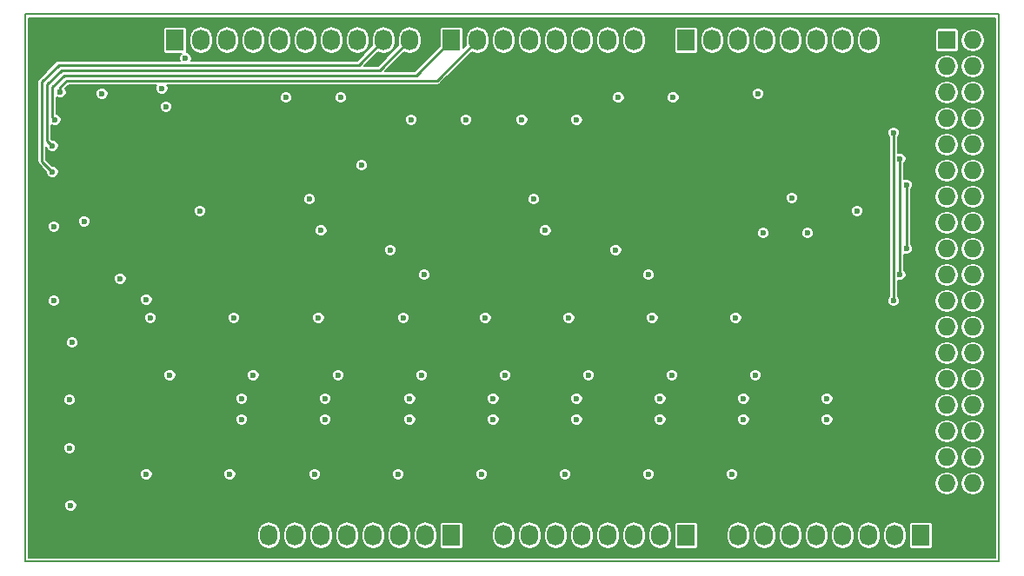
<source format=gbr>
G04 #@! TF.FileFunction,Copper,L2,Inr,Plane*
%FSLAX46Y46*%
G04 Gerber Fmt 4.6, Leading zero omitted, Abs format (unit mm)*
G04 Created by KiCad (PCBNEW 4.0.5+dfsg1-4) date Sun Mar 19 16:59:55 2017*
%MOMM*%
%LPD*%
G01*
G04 APERTURE LIST*
%ADD10C,0.020000*%
%ADD11C,0.150000*%
%ADD12R,1.727200X2.032000*%
%ADD13O,1.727200X2.032000*%
%ADD14R,1.727200X1.727200*%
%ADD15O,1.727200X1.727200*%
%ADD16C,0.600000*%
%ADD17C,0.250000*%
%ADD18C,0.200000*%
G04 APERTURE END LIST*
D10*
D11*
X56261000Y-73660000D02*
X56261000Y-20320000D01*
X151130000Y-73660000D02*
X56261000Y-73660000D01*
X151130000Y-20320000D02*
X151130000Y-73660000D01*
X56261000Y-20320000D02*
X151130000Y-20320000D01*
D12*
X70866000Y-22860000D03*
D13*
X73406000Y-22860000D03*
X75946000Y-22860000D03*
X78486000Y-22860000D03*
X81026000Y-22860000D03*
X83566000Y-22860000D03*
X86106000Y-22860000D03*
X88646000Y-22860000D03*
X91186000Y-22860000D03*
X93726000Y-22860000D03*
D12*
X97790000Y-71120000D03*
D13*
X95250000Y-71120000D03*
X92710000Y-71120000D03*
X90170000Y-71120000D03*
X87630000Y-71120000D03*
X85090000Y-71120000D03*
X82550000Y-71120000D03*
X80010000Y-71120000D03*
D12*
X97790000Y-22860000D03*
D13*
X100330000Y-22860000D03*
X102870000Y-22860000D03*
X105410000Y-22860000D03*
X107950000Y-22860000D03*
X110490000Y-22860000D03*
X113030000Y-22860000D03*
X115570000Y-22860000D03*
D12*
X120650000Y-71120000D03*
D13*
X118110000Y-71120000D03*
X115570000Y-71120000D03*
X113030000Y-71120000D03*
X110490000Y-71120000D03*
X107950000Y-71120000D03*
X105410000Y-71120000D03*
X102870000Y-71120000D03*
D12*
X120650000Y-22860000D03*
D13*
X123190000Y-22860000D03*
X125730000Y-22860000D03*
X128270000Y-22860000D03*
X130810000Y-22860000D03*
X133350000Y-22860000D03*
X135890000Y-22860000D03*
X138430000Y-22860000D03*
D12*
X143510000Y-71120000D03*
D13*
X140970000Y-71120000D03*
X138430000Y-71120000D03*
X135890000Y-71120000D03*
X133350000Y-71120000D03*
X130810000Y-71120000D03*
X128270000Y-71120000D03*
X125730000Y-71120000D03*
D14*
X146050000Y-22860000D03*
D15*
X148590000Y-22860000D03*
X146050000Y-25400000D03*
X148590000Y-25400000D03*
X146050000Y-27940000D03*
X148590000Y-27940000D03*
X146050000Y-30480000D03*
X148590000Y-30480000D03*
X146050000Y-33020000D03*
X148590000Y-33020000D03*
X146050000Y-35560000D03*
X148590000Y-35560000D03*
X146050000Y-38100000D03*
X148590000Y-38100000D03*
X146050000Y-40640000D03*
X148590000Y-40640000D03*
X146050000Y-43180000D03*
X148590000Y-43180000D03*
X146050000Y-45720000D03*
X148590000Y-45720000D03*
X146050000Y-48260000D03*
X148590000Y-48260000D03*
X146050000Y-50800000D03*
X148590000Y-50800000D03*
X146050000Y-53340000D03*
X148590000Y-53340000D03*
X146050000Y-55880000D03*
X148590000Y-55880000D03*
X146050000Y-58420000D03*
X148590000Y-58420000D03*
X146050000Y-60960000D03*
X148590000Y-60960000D03*
X146050000Y-63500000D03*
X148590000Y-63500000D03*
X146050000Y-66040000D03*
X148590000Y-66040000D03*
D16*
X71882000Y-24638000D03*
X83947000Y-38354000D03*
X105791000Y-38354000D03*
X128143000Y-41656000D03*
X60833000Y-52324000D03*
X62000000Y-40500000D03*
X59055000Y-41021000D03*
X106934000Y-41402000D03*
X85090000Y-41402000D03*
X60579000Y-57912000D03*
X60706000Y-68199000D03*
X132461000Y-41656000D03*
X69596000Y-27559000D03*
X125095000Y-65151000D03*
X116967000Y-65151000D03*
X108839000Y-65151000D03*
X100711000Y-65151000D03*
X92583000Y-65151000D03*
X84455000Y-65151000D03*
X76200000Y-65151000D03*
X68072000Y-65151000D03*
X134366000Y-57785000D03*
X126238000Y-57785000D03*
X118110000Y-57785000D03*
X109982000Y-57785000D03*
X101854000Y-57785000D03*
X93726000Y-57785000D03*
X85471000Y-57785000D03*
X77343000Y-57785000D03*
X127381000Y-55499000D03*
X119253000Y-55499000D03*
X111125000Y-55499000D03*
X102997000Y-55499000D03*
X94869000Y-55499000D03*
X86741000Y-55499000D03*
X78486000Y-55499000D03*
X70358000Y-55499000D03*
X125476000Y-49911000D03*
X117348000Y-49911000D03*
X109220000Y-49911000D03*
X101092000Y-49911000D03*
X93091000Y-49911000D03*
X84836000Y-49911000D03*
X76581000Y-49911000D03*
X68453000Y-49911000D03*
X65532000Y-46101000D03*
X95123000Y-45720000D03*
X116967000Y-45720000D03*
X119380000Y-28448000D03*
X114046000Y-28448000D03*
X109982000Y-30607000D03*
X104648000Y-30607000D03*
X99187000Y-30607000D03*
X93853000Y-30607000D03*
X86995000Y-28448000D03*
X81661000Y-28448000D03*
X127635000Y-28067000D03*
X73279000Y-39497000D03*
X59055000Y-48260000D03*
X134366000Y-59817000D03*
X126238000Y-59817000D03*
X118110000Y-59817000D03*
X109982000Y-59817000D03*
X101854000Y-59817000D03*
X93726000Y-59817000D03*
X85471000Y-59817000D03*
X77343000Y-59817000D03*
X68072000Y-48133000D03*
X60579000Y-62611000D03*
X137287000Y-39497000D03*
X63754000Y-28067000D03*
X130937000Y-38227000D03*
X69977000Y-29337000D03*
X89027000Y-35052000D03*
X113792000Y-43307000D03*
X91821000Y-43307000D03*
X58928000Y-35687000D03*
X58928000Y-33147000D03*
X59182000Y-30607000D03*
X59690000Y-27940000D03*
X140843000Y-48260000D03*
X140843000Y-31877000D03*
X141478000Y-45720000D03*
X141478000Y-34417000D03*
X142113000Y-43180000D03*
X142113000Y-36957000D03*
X76581000Y-51943000D03*
X124206000Y-61849000D03*
X116078000Y-61849000D03*
X107950000Y-61849000D03*
X99822000Y-61849000D03*
X91694000Y-61849000D03*
X83566000Y-61849000D03*
X75311000Y-61849000D03*
X67183000Y-61849000D03*
X68453000Y-51943000D03*
X84836000Y-51943000D03*
X92964000Y-51943000D03*
X101092000Y-51943000D03*
X109220000Y-51943000D03*
X117348000Y-51943000D03*
X66421000Y-42545000D03*
X125476000Y-51943000D03*
D17*
X91186000Y-22860000D02*
X88773000Y-25273000D01*
X57912000Y-34671000D02*
X58928000Y-35687000D01*
X57912000Y-26924000D02*
X57912000Y-34671000D01*
X59563000Y-25273000D02*
X57912000Y-26924000D01*
X88773000Y-25273000D02*
X59563000Y-25273000D01*
X93726000Y-22860000D02*
X90805000Y-25781000D01*
X58420000Y-32639000D02*
X58928000Y-33147000D01*
X58420000Y-27178000D02*
X58420000Y-32639000D01*
X59817000Y-25781000D02*
X58420000Y-27178000D01*
X90805000Y-25781000D02*
X59817000Y-25781000D01*
X97790000Y-22860000D02*
X94361000Y-26289000D01*
X58928000Y-30353000D02*
X59182000Y-30607000D01*
X58928000Y-27432000D02*
X58928000Y-30353000D01*
X60071000Y-26289000D02*
X58928000Y-27432000D01*
X94361000Y-26289000D02*
X60071000Y-26289000D01*
X100330000Y-22860000D02*
X96393000Y-26797000D01*
X59690000Y-27432000D02*
X59690000Y-27940000D01*
X60325000Y-26797000D02*
X59690000Y-27432000D01*
X96393000Y-26797000D02*
X60325000Y-26797000D01*
X140843000Y-31877000D02*
X140843000Y-48260000D01*
X141478000Y-34417000D02*
X141478000Y-45720000D01*
X142113000Y-36957000D02*
X142113000Y-43180000D01*
X66421000Y-56515000D02*
X66421000Y-42545000D01*
X66802000Y-56896000D02*
X66421000Y-56515000D01*
X76581000Y-51943000D02*
X76581000Y-56896000D01*
X124206000Y-61849000D02*
X124206000Y-56896000D01*
X116078000Y-61849000D02*
X116078000Y-56896000D01*
X107950000Y-61849000D02*
X107950000Y-56896000D01*
X99822000Y-61849000D02*
X99822000Y-56896000D01*
X91694000Y-61849000D02*
X91694000Y-56896000D01*
X83566000Y-61849000D02*
X83566000Y-56896000D01*
X75311000Y-61849000D02*
X75311000Y-56896000D01*
X67183000Y-61849000D02*
X67183000Y-56896000D01*
X68453000Y-51943000D02*
X68453000Y-56896000D01*
X84836000Y-51943000D02*
X84836000Y-56896000D01*
X92964000Y-51943000D02*
X92964000Y-56896000D01*
X101092000Y-51943000D02*
X101092000Y-56896000D01*
X109220000Y-51943000D02*
X109220000Y-56896000D01*
X117348000Y-51943000D02*
X117348000Y-56896000D01*
X125476000Y-56896000D02*
X124206000Y-56896000D01*
X124206000Y-56896000D02*
X117348000Y-56896000D01*
X117348000Y-56896000D02*
X116078000Y-56896000D01*
X116078000Y-56896000D02*
X109220000Y-56896000D01*
X109220000Y-56896000D02*
X107950000Y-56896000D01*
X107950000Y-56896000D02*
X101092000Y-56896000D01*
X101092000Y-56896000D02*
X99822000Y-56896000D01*
X99822000Y-56896000D02*
X92964000Y-56896000D01*
X92964000Y-56896000D02*
X91694000Y-56896000D01*
X91694000Y-56896000D02*
X84836000Y-56896000D01*
X84836000Y-56896000D02*
X83566000Y-56896000D01*
X83566000Y-56896000D02*
X76708000Y-56896000D01*
X76708000Y-56896000D02*
X76581000Y-56896000D01*
X76581000Y-56896000D02*
X75311000Y-56896000D01*
X75311000Y-56896000D02*
X68453000Y-56896000D01*
X68453000Y-56896000D02*
X67183000Y-56896000D01*
X67183000Y-56896000D02*
X66802000Y-56896000D01*
X125476000Y-51943000D02*
X125476000Y-56896000D01*
D18*
G36*
X150755000Y-73285000D02*
X56636000Y-73285000D01*
X56636000Y-70941818D01*
X78846400Y-70941818D01*
X78846400Y-71298182D01*
X78934974Y-71743472D01*
X79187211Y-72120971D01*
X79564710Y-72373208D01*
X80010000Y-72461782D01*
X80455290Y-72373208D01*
X80832789Y-72120971D01*
X81085026Y-71743472D01*
X81173600Y-71298182D01*
X81173600Y-70941818D01*
X81386400Y-70941818D01*
X81386400Y-71298182D01*
X81474974Y-71743472D01*
X81727211Y-72120971D01*
X82104710Y-72373208D01*
X82550000Y-72461782D01*
X82995290Y-72373208D01*
X83372789Y-72120971D01*
X83625026Y-71743472D01*
X83713600Y-71298182D01*
X83713600Y-70941818D01*
X83926400Y-70941818D01*
X83926400Y-71298182D01*
X84014974Y-71743472D01*
X84267211Y-72120971D01*
X84644710Y-72373208D01*
X85090000Y-72461782D01*
X85535290Y-72373208D01*
X85912789Y-72120971D01*
X86165026Y-71743472D01*
X86253600Y-71298182D01*
X86253600Y-70941818D01*
X86466400Y-70941818D01*
X86466400Y-71298182D01*
X86554974Y-71743472D01*
X86807211Y-72120971D01*
X87184710Y-72373208D01*
X87630000Y-72461782D01*
X88075290Y-72373208D01*
X88452789Y-72120971D01*
X88705026Y-71743472D01*
X88793600Y-71298182D01*
X88793600Y-70941818D01*
X89006400Y-70941818D01*
X89006400Y-71298182D01*
X89094974Y-71743472D01*
X89347211Y-72120971D01*
X89724710Y-72373208D01*
X90170000Y-72461782D01*
X90615290Y-72373208D01*
X90992789Y-72120971D01*
X91245026Y-71743472D01*
X91333600Y-71298182D01*
X91333600Y-70941818D01*
X91546400Y-70941818D01*
X91546400Y-71298182D01*
X91634974Y-71743472D01*
X91887211Y-72120971D01*
X92264710Y-72373208D01*
X92710000Y-72461782D01*
X93155290Y-72373208D01*
X93532789Y-72120971D01*
X93785026Y-71743472D01*
X93873600Y-71298182D01*
X93873600Y-70941818D01*
X94086400Y-70941818D01*
X94086400Y-71298182D01*
X94174974Y-71743472D01*
X94427211Y-72120971D01*
X94804710Y-72373208D01*
X95250000Y-72461782D01*
X95695290Y-72373208D01*
X96072789Y-72120971D01*
X96325026Y-71743472D01*
X96413600Y-71298182D01*
X96413600Y-70941818D01*
X96325026Y-70496528D01*
X96072789Y-70119029D01*
X96050297Y-70104000D01*
X96620523Y-70104000D01*
X96620523Y-72136000D01*
X96641442Y-72247173D01*
X96707145Y-72349279D01*
X96807397Y-72417778D01*
X96926400Y-72441877D01*
X98653600Y-72441877D01*
X98764773Y-72420958D01*
X98866879Y-72355255D01*
X98935378Y-72255003D01*
X98959477Y-72136000D01*
X98959477Y-70941818D01*
X101706400Y-70941818D01*
X101706400Y-71298182D01*
X101794974Y-71743472D01*
X102047211Y-72120971D01*
X102424710Y-72373208D01*
X102870000Y-72461782D01*
X103315290Y-72373208D01*
X103692789Y-72120971D01*
X103945026Y-71743472D01*
X104033600Y-71298182D01*
X104033600Y-70941818D01*
X104246400Y-70941818D01*
X104246400Y-71298182D01*
X104334974Y-71743472D01*
X104587211Y-72120971D01*
X104964710Y-72373208D01*
X105410000Y-72461782D01*
X105855290Y-72373208D01*
X106232789Y-72120971D01*
X106485026Y-71743472D01*
X106573600Y-71298182D01*
X106573600Y-70941818D01*
X106786400Y-70941818D01*
X106786400Y-71298182D01*
X106874974Y-71743472D01*
X107127211Y-72120971D01*
X107504710Y-72373208D01*
X107950000Y-72461782D01*
X108395290Y-72373208D01*
X108772789Y-72120971D01*
X109025026Y-71743472D01*
X109113600Y-71298182D01*
X109113600Y-70941818D01*
X109326400Y-70941818D01*
X109326400Y-71298182D01*
X109414974Y-71743472D01*
X109667211Y-72120971D01*
X110044710Y-72373208D01*
X110490000Y-72461782D01*
X110935290Y-72373208D01*
X111312789Y-72120971D01*
X111565026Y-71743472D01*
X111653600Y-71298182D01*
X111653600Y-70941818D01*
X111866400Y-70941818D01*
X111866400Y-71298182D01*
X111954974Y-71743472D01*
X112207211Y-72120971D01*
X112584710Y-72373208D01*
X113030000Y-72461782D01*
X113475290Y-72373208D01*
X113852789Y-72120971D01*
X114105026Y-71743472D01*
X114193600Y-71298182D01*
X114193600Y-70941818D01*
X114406400Y-70941818D01*
X114406400Y-71298182D01*
X114494974Y-71743472D01*
X114747211Y-72120971D01*
X115124710Y-72373208D01*
X115570000Y-72461782D01*
X116015290Y-72373208D01*
X116392789Y-72120971D01*
X116645026Y-71743472D01*
X116733600Y-71298182D01*
X116733600Y-70941818D01*
X116946400Y-70941818D01*
X116946400Y-71298182D01*
X117034974Y-71743472D01*
X117287211Y-72120971D01*
X117664710Y-72373208D01*
X118110000Y-72461782D01*
X118555290Y-72373208D01*
X118932789Y-72120971D01*
X119185026Y-71743472D01*
X119273600Y-71298182D01*
X119273600Y-70941818D01*
X119185026Y-70496528D01*
X118932789Y-70119029D01*
X118910297Y-70104000D01*
X119480523Y-70104000D01*
X119480523Y-72136000D01*
X119501442Y-72247173D01*
X119567145Y-72349279D01*
X119667397Y-72417778D01*
X119786400Y-72441877D01*
X121513600Y-72441877D01*
X121624773Y-72420958D01*
X121726879Y-72355255D01*
X121795378Y-72255003D01*
X121819477Y-72136000D01*
X121819477Y-70941818D01*
X124566400Y-70941818D01*
X124566400Y-71298182D01*
X124654974Y-71743472D01*
X124907211Y-72120971D01*
X125284710Y-72373208D01*
X125730000Y-72461782D01*
X126175290Y-72373208D01*
X126552789Y-72120971D01*
X126805026Y-71743472D01*
X126893600Y-71298182D01*
X126893600Y-70941818D01*
X127106400Y-70941818D01*
X127106400Y-71298182D01*
X127194974Y-71743472D01*
X127447211Y-72120971D01*
X127824710Y-72373208D01*
X128270000Y-72461782D01*
X128715290Y-72373208D01*
X129092789Y-72120971D01*
X129345026Y-71743472D01*
X129433600Y-71298182D01*
X129433600Y-70941818D01*
X129646400Y-70941818D01*
X129646400Y-71298182D01*
X129734974Y-71743472D01*
X129987211Y-72120971D01*
X130364710Y-72373208D01*
X130810000Y-72461782D01*
X131255290Y-72373208D01*
X131632789Y-72120971D01*
X131885026Y-71743472D01*
X131973600Y-71298182D01*
X131973600Y-70941818D01*
X132186400Y-70941818D01*
X132186400Y-71298182D01*
X132274974Y-71743472D01*
X132527211Y-72120971D01*
X132904710Y-72373208D01*
X133350000Y-72461782D01*
X133795290Y-72373208D01*
X134172789Y-72120971D01*
X134425026Y-71743472D01*
X134513600Y-71298182D01*
X134513600Y-70941818D01*
X134726400Y-70941818D01*
X134726400Y-71298182D01*
X134814974Y-71743472D01*
X135067211Y-72120971D01*
X135444710Y-72373208D01*
X135890000Y-72461782D01*
X136335290Y-72373208D01*
X136712789Y-72120971D01*
X136965026Y-71743472D01*
X137053600Y-71298182D01*
X137053600Y-70941818D01*
X137266400Y-70941818D01*
X137266400Y-71298182D01*
X137354974Y-71743472D01*
X137607211Y-72120971D01*
X137984710Y-72373208D01*
X138430000Y-72461782D01*
X138875290Y-72373208D01*
X139252789Y-72120971D01*
X139505026Y-71743472D01*
X139593600Y-71298182D01*
X139593600Y-70941818D01*
X139806400Y-70941818D01*
X139806400Y-71298182D01*
X139894974Y-71743472D01*
X140147211Y-72120971D01*
X140524710Y-72373208D01*
X140970000Y-72461782D01*
X141415290Y-72373208D01*
X141792789Y-72120971D01*
X142045026Y-71743472D01*
X142133600Y-71298182D01*
X142133600Y-70941818D01*
X142045026Y-70496528D01*
X141792789Y-70119029D01*
X141770297Y-70104000D01*
X142340523Y-70104000D01*
X142340523Y-72136000D01*
X142361442Y-72247173D01*
X142427145Y-72349279D01*
X142527397Y-72417778D01*
X142646400Y-72441877D01*
X144373600Y-72441877D01*
X144484773Y-72420958D01*
X144586879Y-72355255D01*
X144655378Y-72255003D01*
X144679477Y-72136000D01*
X144679477Y-70104000D01*
X144658558Y-69992827D01*
X144592855Y-69890721D01*
X144492603Y-69822222D01*
X144373600Y-69798123D01*
X142646400Y-69798123D01*
X142535227Y-69819042D01*
X142433121Y-69884745D01*
X142364622Y-69984997D01*
X142340523Y-70104000D01*
X141770297Y-70104000D01*
X141415290Y-69866792D01*
X140970000Y-69778218D01*
X140524710Y-69866792D01*
X140147211Y-70119029D01*
X139894974Y-70496528D01*
X139806400Y-70941818D01*
X139593600Y-70941818D01*
X139505026Y-70496528D01*
X139252789Y-70119029D01*
X138875290Y-69866792D01*
X138430000Y-69778218D01*
X137984710Y-69866792D01*
X137607211Y-70119029D01*
X137354974Y-70496528D01*
X137266400Y-70941818D01*
X137053600Y-70941818D01*
X136965026Y-70496528D01*
X136712789Y-70119029D01*
X136335290Y-69866792D01*
X135890000Y-69778218D01*
X135444710Y-69866792D01*
X135067211Y-70119029D01*
X134814974Y-70496528D01*
X134726400Y-70941818D01*
X134513600Y-70941818D01*
X134425026Y-70496528D01*
X134172789Y-70119029D01*
X133795290Y-69866792D01*
X133350000Y-69778218D01*
X132904710Y-69866792D01*
X132527211Y-70119029D01*
X132274974Y-70496528D01*
X132186400Y-70941818D01*
X131973600Y-70941818D01*
X131885026Y-70496528D01*
X131632789Y-70119029D01*
X131255290Y-69866792D01*
X130810000Y-69778218D01*
X130364710Y-69866792D01*
X129987211Y-70119029D01*
X129734974Y-70496528D01*
X129646400Y-70941818D01*
X129433600Y-70941818D01*
X129345026Y-70496528D01*
X129092789Y-70119029D01*
X128715290Y-69866792D01*
X128270000Y-69778218D01*
X127824710Y-69866792D01*
X127447211Y-70119029D01*
X127194974Y-70496528D01*
X127106400Y-70941818D01*
X126893600Y-70941818D01*
X126805026Y-70496528D01*
X126552789Y-70119029D01*
X126175290Y-69866792D01*
X125730000Y-69778218D01*
X125284710Y-69866792D01*
X124907211Y-70119029D01*
X124654974Y-70496528D01*
X124566400Y-70941818D01*
X121819477Y-70941818D01*
X121819477Y-70104000D01*
X121798558Y-69992827D01*
X121732855Y-69890721D01*
X121632603Y-69822222D01*
X121513600Y-69798123D01*
X119786400Y-69798123D01*
X119675227Y-69819042D01*
X119573121Y-69884745D01*
X119504622Y-69984997D01*
X119480523Y-70104000D01*
X118910297Y-70104000D01*
X118555290Y-69866792D01*
X118110000Y-69778218D01*
X117664710Y-69866792D01*
X117287211Y-70119029D01*
X117034974Y-70496528D01*
X116946400Y-70941818D01*
X116733600Y-70941818D01*
X116645026Y-70496528D01*
X116392789Y-70119029D01*
X116015290Y-69866792D01*
X115570000Y-69778218D01*
X115124710Y-69866792D01*
X114747211Y-70119029D01*
X114494974Y-70496528D01*
X114406400Y-70941818D01*
X114193600Y-70941818D01*
X114105026Y-70496528D01*
X113852789Y-70119029D01*
X113475290Y-69866792D01*
X113030000Y-69778218D01*
X112584710Y-69866792D01*
X112207211Y-70119029D01*
X111954974Y-70496528D01*
X111866400Y-70941818D01*
X111653600Y-70941818D01*
X111565026Y-70496528D01*
X111312789Y-70119029D01*
X110935290Y-69866792D01*
X110490000Y-69778218D01*
X110044710Y-69866792D01*
X109667211Y-70119029D01*
X109414974Y-70496528D01*
X109326400Y-70941818D01*
X109113600Y-70941818D01*
X109025026Y-70496528D01*
X108772789Y-70119029D01*
X108395290Y-69866792D01*
X107950000Y-69778218D01*
X107504710Y-69866792D01*
X107127211Y-70119029D01*
X106874974Y-70496528D01*
X106786400Y-70941818D01*
X106573600Y-70941818D01*
X106485026Y-70496528D01*
X106232789Y-70119029D01*
X105855290Y-69866792D01*
X105410000Y-69778218D01*
X104964710Y-69866792D01*
X104587211Y-70119029D01*
X104334974Y-70496528D01*
X104246400Y-70941818D01*
X104033600Y-70941818D01*
X103945026Y-70496528D01*
X103692789Y-70119029D01*
X103315290Y-69866792D01*
X102870000Y-69778218D01*
X102424710Y-69866792D01*
X102047211Y-70119029D01*
X101794974Y-70496528D01*
X101706400Y-70941818D01*
X98959477Y-70941818D01*
X98959477Y-70104000D01*
X98938558Y-69992827D01*
X98872855Y-69890721D01*
X98772603Y-69822222D01*
X98653600Y-69798123D01*
X96926400Y-69798123D01*
X96815227Y-69819042D01*
X96713121Y-69884745D01*
X96644622Y-69984997D01*
X96620523Y-70104000D01*
X96050297Y-70104000D01*
X95695290Y-69866792D01*
X95250000Y-69778218D01*
X94804710Y-69866792D01*
X94427211Y-70119029D01*
X94174974Y-70496528D01*
X94086400Y-70941818D01*
X93873600Y-70941818D01*
X93785026Y-70496528D01*
X93532789Y-70119029D01*
X93155290Y-69866792D01*
X92710000Y-69778218D01*
X92264710Y-69866792D01*
X91887211Y-70119029D01*
X91634974Y-70496528D01*
X91546400Y-70941818D01*
X91333600Y-70941818D01*
X91245026Y-70496528D01*
X90992789Y-70119029D01*
X90615290Y-69866792D01*
X90170000Y-69778218D01*
X89724710Y-69866792D01*
X89347211Y-70119029D01*
X89094974Y-70496528D01*
X89006400Y-70941818D01*
X88793600Y-70941818D01*
X88705026Y-70496528D01*
X88452789Y-70119029D01*
X88075290Y-69866792D01*
X87630000Y-69778218D01*
X87184710Y-69866792D01*
X86807211Y-70119029D01*
X86554974Y-70496528D01*
X86466400Y-70941818D01*
X86253600Y-70941818D01*
X86165026Y-70496528D01*
X85912789Y-70119029D01*
X85535290Y-69866792D01*
X85090000Y-69778218D01*
X84644710Y-69866792D01*
X84267211Y-70119029D01*
X84014974Y-70496528D01*
X83926400Y-70941818D01*
X83713600Y-70941818D01*
X83625026Y-70496528D01*
X83372789Y-70119029D01*
X82995290Y-69866792D01*
X82550000Y-69778218D01*
X82104710Y-69866792D01*
X81727211Y-70119029D01*
X81474974Y-70496528D01*
X81386400Y-70941818D01*
X81173600Y-70941818D01*
X81085026Y-70496528D01*
X80832789Y-70119029D01*
X80455290Y-69866792D01*
X80010000Y-69778218D01*
X79564710Y-69866792D01*
X79187211Y-70119029D01*
X78934974Y-70496528D01*
X78846400Y-70941818D01*
X56636000Y-70941818D01*
X56636000Y-68317824D01*
X60105896Y-68317824D01*
X60197048Y-68538429D01*
X60365683Y-68707359D01*
X60586129Y-68798896D01*
X60824824Y-68799104D01*
X61045429Y-68707952D01*
X61214359Y-68539317D01*
X61305896Y-68318871D01*
X61306104Y-68080176D01*
X61214952Y-67859571D01*
X61046317Y-67690641D01*
X60825871Y-67599104D01*
X60587176Y-67598896D01*
X60366571Y-67690048D01*
X60197641Y-67858683D01*
X60106104Y-68079129D01*
X60105896Y-68317824D01*
X56636000Y-68317824D01*
X56636000Y-66040000D01*
X144863604Y-66040000D01*
X144952178Y-66485290D01*
X145204415Y-66862789D01*
X145581914Y-67115026D01*
X146027204Y-67203600D01*
X146072796Y-67203600D01*
X146518086Y-67115026D01*
X146895585Y-66862789D01*
X147147822Y-66485290D01*
X147236396Y-66040000D01*
X147403604Y-66040000D01*
X147492178Y-66485290D01*
X147744415Y-66862789D01*
X148121914Y-67115026D01*
X148567204Y-67203600D01*
X148612796Y-67203600D01*
X149058086Y-67115026D01*
X149435585Y-66862789D01*
X149687822Y-66485290D01*
X149776396Y-66040000D01*
X149687822Y-65594710D01*
X149435585Y-65217211D01*
X149058086Y-64964974D01*
X148612796Y-64876400D01*
X148567204Y-64876400D01*
X148121914Y-64964974D01*
X147744415Y-65217211D01*
X147492178Y-65594710D01*
X147403604Y-66040000D01*
X147236396Y-66040000D01*
X147147822Y-65594710D01*
X146895585Y-65217211D01*
X146518086Y-64964974D01*
X146072796Y-64876400D01*
X146027204Y-64876400D01*
X145581914Y-64964974D01*
X145204415Y-65217211D01*
X144952178Y-65594710D01*
X144863604Y-66040000D01*
X56636000Y-66040000D01*
X56636000Y-65269824D01*
X67471896Y-65269824D01*
X67563048Y-65490429D01*
X67731683Y-65659359D01*
X67952129Y-65750896D01*
X68190824Y-65751104D01*
X68411429Y-65659952D01*
X68580359Y-65491317D01*
X68671896Y-65270871D01*
X68671896Y-65269824D01*
X75599896Y-65269824D01*
X75691048Y-65490429D01*
X75859683Y-65659359D01*
X76080129Y-65750896D01*
X76318824Y-65751104D01*
X76539429Y-65659952D01*
X76708359Y-65491317D01*
X76799896Y-65270871D01*
X76799896Y-65269824D01*
X83854896Y-65269824D01*
X83946048Y-65490429D01*
X84114683Y-65659359D01*
X84335129Y-65750896D01*
X84573824Y-65751104D01*
X84794429Y-65659952D01*
X84963359Y-65491317D01*
X85054896Y-65270871D01*
X85054896Y-65269824D01*
X91982896Y-65269824D01*
X92074048Y-65490429D01*
X92242683Y-65659359D01*
X92463129Y-65750896D01*
X92701824Y-65751104D01*
X92922429Y-65659952D01*
X93091359Y-65491317D01*
X93182896Y-65270871D01*
X93182896Y-65269824D01*
X100110896Y-65269824D01*
X100202048Y-65490429D01*
X100370683Y-65659359D01*
X100591129Y-65750896D01*
X100829824Y-65751104D01*
X101050429Y-65659952D01*
X101219359Y-65491317D01*
X101310896Y-65270871D01*
X101310896Y-65269824D01*
X108238896Y-65269824D01*
X108330048Y-65490429D01*
X108498683Y-65659359D01*
X108719129Y-65750896D01*
X108957824Y-65751104D01*
X109178429Y-65659952D01*
X109347359Y-65491317D01*
X109438896Y-65270871D01*
X109438896Y-65269824D01*
X116366896Y-65269824D01*
X116458048Y-65490429D01*
X116626683Y-65659359D01*
X116847129Y-65750896D01*
X117085824Y-65751104D01*
X117306429Y-65659952D01*
X117475359Y-65491317D01*
X117566896Y-65270871D01*
X117566896Y-65269824D01*
X124494896Y-65269824D01*
X124586048Y-65490429D01*
X124754683Y-65659359D01*
X124975129Y-65750896D01*
X125213824Y-65751104D01*
X125434429Y-65659952D01*
X125603359Y-65491317D01*
X125694896Y-65270871D01*
X125695104Y-65032176D01*
X125603952Y-64811571D01*
X125435317Y-64642641D01*
X125214871Y-64551104D01*
X124976176Y-64550896D01*
X124755571Y-64642048D01*
X124586641Y-64810683D01*
X124495104Y-65031129D01*
X124494896Y-65269824D01*
X117566896Y-65269824D01*
X117567104Y-65032176D01*
X117475952Y-64811571D01*
X117307317Y-64642641D01*
X117086871Y-64551104D01*
X116848176Y-64550896D01*
X116627571Y-64642048D01*
X116458641Y-64810683D01*
X116367104Y-65031129D01*
X116366896Y-65269824D01*
X109438896Y-65269824D01*
X109439104Y-65032176D01*
X109347952Y-64811571D01*
X109179317Y-64642641D01*
X108958871Y-64551104D01*
X108720176Y-64550896D01*
X108499571Y-64642048D01*
X108330641Y-64810683D01*
X108239104Y-65031129D01*
X108238896Y-65269824D01*
X101310896Y-65269824D01*
X101311104Y-65032176D01*
X101219952Y-64811571D01*
X101051317Y-64642641D01*
X100830871Y-64551104D01*
X100592176Y-64550896D01*
X100371571Y-64642048D01*
X100202641Y-64810683D01*
X100111104Y-65031129D01*
X100110896Y-65269824D01*
X93182896Y-65269824D01*
X93183104Y-65032176D01*
X93091952Y-64811571D01*
X92923317Y-64642641D01*
X92702871Y-64551104D01*
X92464176Y-64550896D01*
X92243571Y-64642048D01*
X92074641Y-64810683D01*
X91983104Y-65031129D01*
X91982896Y-65269824D01*
X85054896Y-65269824D01*
X85055104Y-65032176D01*
X84963952Y-64811571D01*
X84795317Y-64642641D01*
X84574871Y-64551104D01*
X84336176Y-64550896D01*
X84115571Y-64642048D01*
X83946641Y-64810683D01*
X83855104Y-65031129D01*
X83854896Y-65269824D01*
X76799896Y-65269824D01*
X76800104Y-65032176D01*
X76708952Y-64811571D01*
X76540317Y-64642641D01*
X76319871Y-64551104D01*
X76081176Y-64550896D01*
X75860571Y-64642048D01*
X75691641Y-64810683D01*
X75600104Y-65031129D01*
X75599896Y-65269824D01*
X68671896Y-65269824D01*
X68672104Y-65032176D01*
X68580952Y-64811571D01*
X68412317Y-64642641D01*
X68191871Y-64551104D01*
X67953176Y-64550896D01*
X67732571Y-64642048D01*
X67563641Y-64810683D01*
X67472104Y-65031129D01*
X67471896Y-65269824D01*
X56636000Y-65269824D01*
X56636000Y-63500000D01*
X144863604Y-63500000D01*
X144952178Y-63945290D01*
X145204415Y-64322789D01*
X145581914Y-64575026D01*
X146027204Y-64663600D01*
X146072796Y-64663600D01*
X146518086Y-64575026D01*
X146895585Y-64322789D01*
X147147822Y-63945290D01*
X147236396Y-63500000D01*
X147403604Y-63500000D01*
X147492178Y-63945290D01*
X147744415Y-64322789D01*
X148121914Y-64575026D01*
X148567204Y-64663600D01*
X148612796Y-64663600D01*
X149058086Y-64575026D01*
X149435585Y-64322789D01*
X149687822Y-63945290D01*
X149776396Y-63500000D01*
X149687822Y-63054710D01*
X149435585Y-62677211D01*
X149058086Y-62424974D01*
X148612796Y-62336400D01*
X148567204Y-62336400D01*
X148121914Y-62424974D01*
X147744415Y-62677211D01*
X147492178Y-63054710D01*
X147403604Y-63500000D01*
X147236396Y-63500000D01*
X147147822Y-63054710D01*
X146895585Y-62677211D01*
X146518086Y-62424974D01*
X146072796Y-62336400D01*
X146027204Y-62336400D01*
X145581914Y-62424974D01*
X145204415Y-62677211D01*
X144952178Y-63054710D01*
X144863604Y-63500000D01*
X56636000Y-63500000D01*
X56636000Y-62729824D01*
X59978896Y-62729824D01*
X60070048Y-62950429D01*
X60238683Y-63119359D01*
X60459129Y-63210896D01*
X60697824Y-63211104D01*
X60918429Y-63119952D01*
X61087359Y-62951317D01*
X61178896Y-62730871D01*
X61179104Y-62492176D01*
X61087952Y-62271571D01*
X60919317Y-62102641D01*
X60698871Y-62011104D01*
X60460176Y-62010896D01*
X60239571Y-62102048D01*
X60070641Y-62270683D01*
X59979104Y-62491129D01*
X59978896Y-62729824D01*
X56636000Y-62729824D01*
X56636000Y-60960000D01*
X144863604Y-60960000D01*
X144952178Y-61405290D01*
X145204415Y-61782789D01*
X145581914Y-62035026D01*
X146027204Y-62123600D01*
X146072796Y-62123600D01*
X146518086Y-62035026D01*
X146895585Y-61782789D01*
X147147822Y-61405290D01*
X147236396Y-60960000D01*
X147403604Y-60960000D01*
X147492178Y-61405290D01*
X147744415Y-61782789D01*
X148121914Y-62035026D01*
X148567204Y-62123600D01*
X148612796Y-62123600D01*
X149058086Y-62035026D01*
X149435585Y-61782789D01*
X149687822Y-61405290D01*
X149776396Y-60960000D01*
X149687822Y-60514710D01*
X149435585Y-60137211D01*
X149058086Y-59884974D01*
X148612796Y-59796400D01*
X148567204Y-59796400D01*
X148121914Y-59884974D01*
X147744415Y-60137211D01*
X147492178Y-60514710D01*
X147403604Y-60960000D01*
X147236396Y-60960000D01*
X147147822Y-60514710D01*
X146895585Y-60137211D01*
X146518086Y-59884974D01*
X146072796Y-59796400D01*
X146027204Y-59796400D01*
X145581914Y-59884974D01*
X145204415Y-60137211D01*
X144952178Y-60514710D01*
X144863604Y-60960000D01*
X56636000Y-60960000D01*
X56636000Y-59935824D01*
X76742896Y-59935824D01*
X76834048Y-60156429D01*
X77002683Y-60325359D01*
X77223129Y-60416896D01*
X77461824Y-60417104D01*
X77682429Y-60325952D01*
X77851359Y-60157317D01*
X77942896Y-59936871D01*
X77942896Y-59935824D01*
X84870896Y-59935824D01*
X84962048Y-60156429D01*
X85130683Y-60325359D01*
X85351129Y-60416896D01*
X85589824Y-60417104D01*
X85810429Y-60325952D01*
X85979359Y-60157317D01*
X86070896Y-59936871D01*
X86070896Y-59935824D01*
X93125896Y-59935824D01*
X93217048Y-60156429D01*
X93385683Y-60325359D01*
X93606129Y-60416896D01*
X93844824Y-60417104D01*
X94065429Y-60325952D01*
X94234359Y-60157317D01*
X94325896Y-59936871D01*
X94325896Y-59935824D01*
X101253896Y-59935824D01*
X101345048Y-60156429D01*
X101513683Y-60325359D01*
X101734129Y-60416896D01*
X101972824Y-60417104D01*
X102193429Y-60325952D01*
X102362359Y-60157317D01*
X102453896Y-59936871D01*
X102453896Y-59935824D01*
X109381896Y-59935824D01*
X109473048Y-60156429D01*
X109641683Y-60325359D01*
X109862129Y-60416896D01*
X110100824Y-60417104D01*
X110321429Y-60325952D01*
X110490359Y-60157317D01*
X110581896Y-59936871D01*
X110581896Y-59935824D01*
X117509896Y-59935824D01*
X117601048Y-60156429D01*
X117769683Y-60325359D01*
X117990129Y-60416896D01*
X118228824Y-60417104D01*
X118449429Y-60325952D01*
X118618359Y-60157317D01*
X118709896Y-59936871D01*
X118709896Y-59935824D01*
X125637896Y-59935824D01*
X125729048Y-60156429D01*
X125897683Y-60325359D01*
X126118129Y-60416896D01*
X126356824Y-60417104D01*
X126577429Y-60325952D01*
X126746359Y-60157317D01*
X126837896Y-59936871D01*
X126837896Y-59935824D01*
X133765896Y-59935824D01*
X133857048Y-60156429D01*
X134025683Y-60325359D01*
X134246129Y-60416896D01*
X134484824Y-60417104D01*
X134705429Y-60325952D01*
X134874359Y-60157317D01*
X134965896Y-59936871D01*
X134966104Y-59698176D01*
X134874952Y-59477571D01*
X134706317Y-59308641D01*
X134485871Y-59217104D01*
X134247176Y-59216896D01*
X134026571Y-59308048D01*
X133857641Y-59476683D01*
X133766104Y-59697129D01*
X133765896Y-59935824D01*
X126837896Y-59935824D01*
X126838104Y-59698176D01*
X126746952Y-59477571D01*
X126578317Y-59308641D01*
X126357871Y-59217104D01*
X126119176Y-59216896D01*
X125898571Y-59308048D01*
X125729641Y-59476683D01*
X125638104Y-59697129D01*
X125637896Y-59935824D01*
X118709896Y-59935824D01*
X118710104Y-59698176D01*
X118618952Y-59477571D01*
X118450317Y-59308641D01*
X118229871Y-59217104D01*
X117991176Y-59216896D01*
X117770571Y-59308048D01*
X117601641Y-59476683D01*
X117510104Y-59697129D01*
X117509896Y-59935824D01*
X110581896Y-59935824D01*
X110582104Y-59698176D01*
X110490952Y-59477571D01*
X110322317Y-59308641D01*
X110101871Y-59217104D01*
X109863176Y-59216896D01*
X109642571Y-59308048D01*
X109473641Y-59476683D01*
X109382104Y-59697129D01*
X109381896Y-59935824D01*
X102453896Y-59935824D01*
X102454104Y-59698176D01*
X102362952Y-59477571D01*
X102194317Y-59308641D01*
X101973871Y-59217104D01*
X101735176Y-59216896D01*
X101514571Y-59308048D01*
X101345641Y-59476683D01*
X101254104Y-59697129D01*
X101253896Y-59935824D01*
X94325896Y-59935824D01*
X94326104Y-59698176D01*
X94234952Y-59477571D01*
X94066317Y-59308641D01*
X93845871Y-59217104D01*
X93607176Y-59216896D01*
X93386571Y-59308048D01*
X93217641Y-59476683D01*
X93126104Y-59697129D01*
X93125896Y-59935824D01*
X86070896Y-59935824D01*
X86071104Y-59698176D01*
X85979952Y-59477571D01*
X85811317Y-59308641D01*
X85590871Y-59217104D01*
X85352176Y-59216896D01*
X85131571Y-59308048D01*
X84962641Y-59476683D01*
X84871104Y-59697129D01*
X84870896Y-59935824D01*
X77942896Y-59935824D01*
X77943104Y-59698176D01*
X77851952Y-59477571D01*
X77683317Y-59308641D01*
X77462871Y-59217104D01*
X77224176Y-59216896D01*
X77003571Y-59308048D01*
X76834641Y-59476683D01*
X76743104Y-59697129D01*
X76742896Y-59935824D01*
X56636000Y-59935824D01*
X56636000Y-58030824D01*
X59978896Y-58030824D01*
X60070048Y-58251429D01*
X60238683Y-58420359D01*
X60459129Y-58511896D01*
X60697824Y-58512104D01*
X60918429Y-58420952D01*
X60919382Y-58420000D01*
X144863604Y-58420000D01*
X144952178Y-58865290D01*
X145204415Y-59242789D01*
X145581914Y-59495026D01*
X146027204Y-59583600D01*
X146072796Y-59583600D01*
X146518086Y-59495026D01*
X146895585Y-59242789D01*
X147147822Y-58865290D01*
X147236396Y-58420000D01*
X147403604Y-58420000D01*
X147492178Y-58865290D01*
X147744415Y-59242789D01*
X148121914Y-59495026D01*
X148567204Y-59583600D01*
X148612796Y-59583600D01*
X149058086Y-59495026D01*
X149435585Y-59242789D01*
X149687822Y-58865290D01*
X149776396Y-58420000D01*
X149687822Y-57974710D01*
X149435585Y-57597211D01*
X149058086Y-57344974D01*
X148612796Y-57256400D01*
X148567204Y-57256400D01*
X148121914Y-57344974D01*
X147744415Y-57597211D01*
X147492178Y-57974710D01*
X147403604Y-58420000D01*
X147236396Y-58420000D01*
X147147822Y-57974710D01*
X146895585Y-57597211D01*
X146518086Y-57344974D01*
X146072796Y-57256400D01*
X146027204Y-57256400D01*
X145581914Y-57344974D01*
X145204415Y-57597211D01*
X144952178Y-57974710D01*
X144863604Y-58420000D01*
X60919382Y-58420000D01*
X61087359Y-58252317D01*
X61178896Y-58031871D01*
X61179007Y-57903824D01*
X76742896Y-57903824D01*
X76834048Y-58124429D01*
X77002683Y-58293359D01*
X77223129Y-58384896D01*
X77461824Y-58385104D01*
X77682429Y-58293952D01*
X77851359Y-58125317D01*
X77942896Y-57904871D01*
X77942896Y-57903824D01*
X84870896Y-57903824D01*
X84962048Y-58124429D01*
X85130683Y-58293359D01*
X85351129Y-58384896D01*
X85589824Y-58385104D01*
X85810429Y-58293952D01*
X85979359Y-58125317D01*
X86070896Y-57904871D01*
X86070896Y-57903824D01*
X93125896Y-57903824D01*
X93217048Y-58124429D01*
X93385683Y-58293359D01*
X93606129Y-58384896D01*
X93844824Y-58385104D01*
X94065429Y-58293952D01*
X94234359Y-58125317D01*
X94325896Y-57904871D01*
X94325896Y-57903824D01*
X101253896Y-57903824D01*
X101345048Y-58124429D01*
X101513683Y-58293359D01*
X101734129Y-58384896D01*
X101972824Y-58385104D01*
X102193429Y-58293952D01*
X102362359Y-58125317D01*
X102453896Y-57904871D01*
X102453896Y-57903824D01*
X109381896Y-57903824D01*
X109473048Y-58124429D01*
X109641683Y-58293359D01*
X109862129Y-58384896D01*
X110100824Y-58385104D01*
X110321429Y-58293952D01*
X110490359Y-58125317D01*
X110581896Y-57904871D01*
X110581896Y-57903824D01*
X117509896Y-57903824D01*
X117601048Y-58124429D01*
X117769683Y-58293359D01*
X117990129Y-58384896D01*
X118228824Y-58385104D01*
X118449429Y-58293952D01*
X118618359Y-58125317D01*
X118709896Y-57904871D01*
X118709896Y-57903824D01*
X125637896Y-57903824D01*
X125729048Y-58124429D01*
X125897683Y-58293359D01*
X126118129Y-58384896D01*
X126356824Y-58385104D01*
X126577429Y-58293952D01*
X126746359Y-58125317D01*
X126837896Y-57904871D01*
X126837896Y-57903824D01*
X133765896Y-57903824D01*
X133857048Y-58124429D01*
X134025683Y-58293359D01*
X134246129Y-58384896D01*
X134484824Y-58385104D01*
X134705429Y-58293952D01*
X134874359Y-58125317D01*
X134965896Y-57904871D01*
X134966104Y-57666176D01*
X134874952Y-57445571D01*
X134706317Y-57276641D01*
X134485871Y-57185104D01*
X134247176Y-57184896D01*
X134026571Y-57276048D01*
X133857641Y-57444683D01*
X133766104Y-57665129D01*
X133765896Y-57903824D01*
X126837896Y-57903824D01*
X126838104Y-57666176D01*
X126746952Y-57445571D01*
X126578317Y-57276641D01*
X126357871Y-57185104D01*
X126119176Y-57184896D01*
X125898571Y-57276048D01*
X125729641Y-57444683D01*
X125638104Y-57665129D01*
X125637896Y-57903824D01*
X118709896Y-57903824D01*
X118710104Y-57666176D01*
X118618952Y-57445571D01*
X118450317Y-57276641D01*
X118229871Y-57185104D01*
X117991176Y-57184896D01*
X117770571Y-57276048D01*
X117601641Y-57444683D01*
X117510104Y-57665129D01*
X117509896Y-57903824D01*
X110581896Y-57903824D01*
X110582104Y-57666176D01*
X110490952Y-57445571D01*
X110322317Y-57276641D01*
X110101871Y-57185104D01*
X109863176Y-57184896D01*
X109642571Y-57276048D01*
X109473641Y-57444683D01*
X109382104Y-57665129D01*
X109381896Y-57903824D01*
X102453896Y-57903824D01*
X102454104Y-57666176D01*
X102362952Y-57445571D01*
X102194317Y-57276641D01*
X101973871Y-57185104D01*
X101735176Y-57184896D01*
X101514571Y-57276048D01*
X101345641Y-57444683D01*
X101254104Y-57665129D01*
X101253896Y-57903824D01*
X94325896Y-57903824D01*
X94326104Y-57666176D01*
X94234952Y-57445571D01*
X94066317Y-57276641D01*
X93845871Y-57185104D01*
X93607176Y-57184896D01*
X93386571Y-57276048D01*
X93217641Y-57444683D01*
X93126104Y-57665129D01*
X93125896Y-57903824D01*
X86070896Y-57903824D01*
X86071104Y-57666176D01*
X85979952Y-57445571D01*
X85811317Y-57276641D01*
X85590871Y-57185104D01*
X85352176Y-57184896D01*
X85131571Y-57276048D01*
X84962641Y-57444683D01*
X84871104Y-57665129D01*
X84870896Y-57903824D01*
X77942896Y-57903824D01*
X77943104Y-57666176D01*
X77851952Y-57445571D01*
X77683317Y-57276641D01*
X77462871Y-57185104D01*
X77224176Y-57184896D01*
X77003571Y-57276048D01*
X76834641Y-57444683D01*
X76743104Y-57665129D01*
X76742896Y-57903824D01*
X61179007Y-57903824D01*
X61179104Y-57793176D01*
X61087952Y-57572571D01*
X60919317Y-57403641D01*
X60698871Y-57312104D01*
X60460176Y-57311896D01*
X60239571Y-57403048D01*
X60070641Y-57571683D01*
X59979104Y-57792129D01*
X59978896Y-58030824D01*
X56636000Y-58030824D01*
X56636000Y-55617824D01*
X69757896Y-55617824D01*
X69849048Y-55838429D01*
X70017683Y-56007359D01*
X70238129Y-56098896D01*
X70476824Y-56099104D01*
X70697429Y-56007952D01*
X70866359Y-55839317D01*
X70957896Y-55618871D01*
X70957896Y-55617824D01*
X77885896Y-55617824D01*
X77977048Y-55838429D01*
X78145683Y-56007359D01*
X78366129Y-56098896D01*
X78604824Y-56099104D01*
X78825429Y-56007952D01*
X78994359Y-55839317D01*
X79085896Y-55618871D01*
X79085896Y-55617824D01*
X86140896Y-55617824D01*
X86232048Y-55838429D01*
X86400683Y-56007359D01*
X86621129Y-56098896D01*
X86859824Y-56099104D01*
X87080429Y-56007952D01*
X87249359Y-55839317D01*
X87340896Y-55618871D01*
X87340896Y-55617824D01*
X94268896Y-55617824D01*
X94360048Y-55838429D01*
X94528683Y-56007359D01*
X94749129Y-56098896D01*
X94987824Y-56099104D01*
X95208429Y-56007952D01*
X95377359Y-55839317D01*
X95468896Y-55618871D01*
X95468896Y-55617824D01*
X102396896Y-55617824D01*
X102488048Y-55838429D01*
X102656683Y-56007359D01*
X102877129Y-56098896D01*
X103115824Y-56099104D01*
X103336429Y-56007952D01*
X103505359Y-55839317D01*
X103596896Y-55618871D01*
X103596896Y-55617824D01*
X110524896Y-55617824D01*
X110616048Y-55838429D01*
X110784683Y-56007359D01*
X111005129Y-56098896D01*
X111243824Y-56099104D01*
X111464429Y-56007952D01*
X111633359Y-55839317D01*
X111724896Y-55618871D01*
X111724896Y-55617824D01*
X118652896Y-55617824D01*
X118744048Y-55838429D01*
X118912683Y-56007359D01*
X119133129Y-56098896D01*
X119371824Y-56099104D01*
X119592429Y-56007952D01*
X119761359Y-55839317D01*
X119852896Y-55618871D01*
X119852896Y-55617824D01*
X126780896Y-55617824D01*
X126872048Y-55838429D01*
X127040683Y-56007359D01*
X127261129Y-56098896D01*
X127499824Y-56099104D01*
X127720429Y-56007952D01*
X127848604Y-55880000D01*
X144863604Y-55880000D01*
X144952178Y-56325290D01*
X145204415Y-56702789D01*
X145581914Y-56955026D01*
X146027204Y-57043600D01*
X146072796Y-57043600D01*
X146518086Y-56955026D01*
X146895585Y-56702789D01*
X147147822Y-56325290D01*
X147236396Y-55880000D01*
X147403604Y-55880000D01*
X147492178Y-56325290D01*
X147744415Y-56702789D01*
X148121914Y-56955026D01*
X148567204Y-57043600D01*
X148612796Y-57043600D01*
X149058086Y-56955026D01*
X149435585Y-56702789D01*
X149687822Y-56325290D01*
X149776396Y-55880000D01*
X149687822Y-55434710D01*
X149435585Y-55057211D01*
X149058086Y-54804974D01*
X148612796Y-54716400D01*
X148567204Y-54716400D01*
X148121914Y-54804974D01*
X147744415Y-55057211D01*
X147492178Y-55434710D01*
X147403604Y-55880000D01*
X147236396Y-55880000D01*
X147147822Y-55434710D01*
X146895585Y-55057211D01*
X146518086Y-54804974D01*
X146072796Y-54716400D01*
X146027204Y-54716400D01*
X145581914Y-54804974D01*
X145204415Y-55057211D01*
X144952178Y-55434710D01*
X144863604Y-55880000D01*
X127848604Y-55880000D01*
X127889359Y-55839317D01*
X127980896Y-55618871D01*
X127981104Y-55380176D01*
X127889952Y-55159571D01*
X127721317Y-54990641D01*
X127500871Y-54899104D01*
X127262176Y-54898896D01*
X127041571Y-54990048D01*
X126872641Y-55158683D01*
X126781104Y-55379129D01*
X126780896Y-55617824D01*
X119852896Y-55617824D01*
X119853104Y-55380176D01*
X119761952Y-55159571D01*
X119593317Y-54990641D01*
X119372871Y-54899104D01*
X119134176Y-54898896D01*
X118913571Y-54990048D01*
X118744641Y-55158683D01*
X118653104Y-55379129D01*
X118652896Y-55617824D01*
X111724896Y-55617824D01*
X111725104Y-55380176D01*
X111633952Y-55159571D01*
X111465317Y-54990641D01*
X111244871Y-54899104D01*
X111006176Y-54898896D01*
X110785571Y-54990048D01*
X110616641Y-55158683D01*
X110525104Y-55379129D01*
X110524896Y-55617824D01*
X103596896Y-55617824D01*
X103597104Y-55380176D01*
X103505952Y-55159571D01*
X103337317Y-54990641D01*
X103116871Y-54899104D01*
X102878176Y-54898896D01*
X102657571Y-54990048D01*
X102488641Y-55158683D01*
X102397104Y-55379129D01*
X102396896Y-55617824D01*
X95468896Y-55617824D01*
X95469104Y-55380176D01*
X95377952Y-55159571D01*
X95209317Y-54990641D01*
X94988871Y-54899104D01*
X94750176Y-54898896D01*
X94529571Y-54990048D01*
X94360641Y-55158683D01*
X94269104Y-55379129D01*
X94268896Y-55617824D01*
X87340896Y-55617824D01*
X87341104Y-55380176D01*
X87249952Y-55159571D01*
X87081317Y-54990641D01*
X86860871Y-54899104D01*
X86622176Y-54898896D01*
X86401571Y-54990048D01*
X86232641Y-55158683D01*
X86141104Y-55379129D01*
X86140896Y-55617824D01*
X79085896Y-55617824D01*
X79086104Y-55380176D01*
X78994952Y-55159571D01*
X78826317Y-54990641D01*
X78605871Y-54899104D01*
X78367176Y-54898896D01*
X78146571Y-54990048D01*
X77977641Y-55158683D01*
X77886104Y-55379129D01*
X77885896Y-55617824D01*
X70957896Y-55617824D01*
X70958104Y-55380176D01*
X70866952Y-55159571D01*
X70698317Y-54990641D01*
X70477871Y-54899104D01*
X70239176Y-54898896D01*
X70018571Y-54990048D01*
X69849641Y-55158683D01*
X69758104Y-55379129D01*
X69757896Y-55617824D01*
X56636000Y-55617824D01*
X56636000Y-53340000D01*
X144863604Y-53340000D01*
X144952178Y-53785290D01*
X145204415Y-54162789D01*
X145581914Y-54415026D01*
X146027204Y-54503600D01*
X146072796Y-54503600D01*
X146518086Y-54415026D01*
X146895585Y-54162789D01*
X147147822Y-53785290D01*
X147236396Y-53340000D01*
X147403604Y-53340000D01*
X147492178Y-53785290D01*
X147744415Y-54162789D01*
X148121914Y-54415026D01*
X148567204Y-54503600D01*
X148612796Y-54503600D01*
X149058086Y-54415026D01*
X149435585Y-54162789D01*
X149687822Y-53785290D01*
X149776396Y-53340000D01*
X149687822Y-52894710D01*
X149435585Y-52517211D01*
X149058086Y-52264974D01*
X148612796Y-52176400D01*
X148567204Y-52176400D01*
X148121914Y-52264974D01*
X147744415Y-52517211D01*
X147492178Y-52894710D01*
X147403604Y-53340000D01*
X147236396Y-53340000D01*
X147147822Y-52894710D01*
X146895585Y-52517211D01*
X146518086Y-52264974D01*
X146072796Y-52176400D01*
X146027204Y-52176400D01*
X145581914Y-52264974D01*
X145204415Y-52517211D01*
X144952178Y-52894710D01*
X144863604Y-53340000D01*
X56636000Y-53340000D01*
X56636000Y-52442824D01*
X60232896Y-52442824D01*
X60324048Y-52663429D01*
X60492683Y-52832359D01*
X60713129Y-52923896D01*
X60951824Y-52924104D01*
X61172429Y-52832952D01*
X61341359Y-52664317D01*
X61432896Y-52443871D01*
X61433104Y-52205176D01*
X61341952Y-51984571D01*
X61173317Y-51815641D01*
X60952871Y-51724104D01*
X60714176Y-51723896D01*
X60493571Y-51815048D01*
X60324641Y-51983683D01*
X60233104Y-52204129D01*
X60232896Y-52442824D01*
X56636000Y-52442824D01*
X56636000Y-50800000D01*
X144863604Y-50800000D01*
X144952178Y-51245290D01*
X145204415Y-51622789D01*
X145581914Y-51875026D01*
X146027204Y-51963600D01*
X146072796Y-51963600D01*
X146518086Y-51875026D01*
X146895585Y-51622789D01*
X147147822Y-51245290D01*
X147236396Y-50800000D01*
X147403604Y-50800000D01*
X147492178Y-51245290D01*
X147744415Y-51622789D01*
X148121914Y-51875026D01*
X148567204Y-51963600D01*
X148612796Y-51963600D01*
X149058086Y-51875026D01*
X149435585Y-51622789D01*
X149687822Y-51245290D01*
X149776396Y-50800000D01*
X149687822Y-50354710D01*
X149435585Y-49977211D01*
X149058086Y-49724974D01*
X148612796Y-49636400D01*
X148567204Y-49636400D01*
X148121914Y-49724974D01*
X147744415Y-49977211D01*
X147492178Y-50354710D01*
X147403604Y-50800000D01*
X147236396Y-50800000D01*
X147147822Y-50354710D01*
X146895585Y-49977211D01*
X146518086Y-49724974D01*
X146072796Y-49636400D01*
X146027204Y-49636400D01*
X145581914Y-49724974D01*
X145204415Y-49977211D01*
X144952178Y-50354710D01*
X144863604Y-50800000D01*
X56636000Y-50800000D01*
X56636000Y-50029824D01*
X67852896Y-50029824D01*
X67944048Y-50250429D01*
X68112683Y-50419359D01*
X68333129Y-50510896D01*
X68571824Y-50511104D01*
X68792429Y-50419952D01*
X68961359Y-50251317D01*
X69052896Y-50030871D01*
X69052896Y-50029824D01*
X75980896Y-50029824D01*
X76072048Y-50250429D01*
X76240683Y-50419359D01*
X76461129Y-50510896D01*
X76699824Y-50511104D01*
X76920429Y-50419952D01*
X77089359Y-50251317D01*
X77180896Y-50030871D01*
X77180896Y-50029824D01*
X84235896Y-50029824D01*
X84327048Y-50250429D01*
X84495683Y-50419359D01*
X84716129Y-50510896D01*
X84954824Y-50511104D01*
X85175429Y-50419952D01*
X85344359Y-50251317D01*
X85435896Y-50030871D01*
X85435896Y-50029824D01*
X92490896Y-50029824D01*
X92582048Y-50250429D01*
X92750683Y-50419359D01*
X92971129Y-50510896D01*
X93209824Y-50511104D01*
X93430429Y-50419952D01*
X93599359Y-50251317D01*
X93690896Y-50030871D01*
X93690896Y-50029824D01*
X100491896Y-50029824D01*
X100583048Y-50250429D01*
X100751683Y-50419359D01*
X100972129Y-50510896D01*
X101210824Y-50511104D01*
X101431429Y-50419952D01*
X101600359Y-50251317D01*
X101691896Y-50030871D01*
X101691896Y-50029824D01*
X108619896Y-50029824D01*
X108711048Y-50250429D01*
X108879683Y-50419359D01*
X109100129Y-50510896D01*
X109338824Y-50511104D01*
X109559429Y-50419952D01*
X109728359Y-50251317D01*
X109819896Y-50030871D01*
X109819896Y-50029824D01*
X116747896Y-50029824D01*
X116839048Y-50250429D01*
X117007683Y-50419359D01*
X117228129Y-50510896D01*
X117466824Y-50511104D01*
X117687429Y-50419952D01*
X117856359Y-50251317D01*
X117947896Y-50030871D01*
X117947896Y-50029824D01*
X124875896Y-50029824D01*
X124967048Y-50250429D01*
X125135683Y-50419359D01*
X125356129Y-50510896D01*
X125594824Y-50511104D01*
X125815429Y-50419952D01*
X125984359Y-50251317D01*
X126075896Y-50030871D01*
X126076104Y-49792176D01*
X125984952Y-49571571D01*
X125816317Y-49402641D01*
X125595871Y-49311104D01*
X125357176Y-49310896D01*
X125136571Y-49402048D01*
X124967641Y-49570683D01*
X124876104Y-49791129D01*
X124875896Y-50029824D01*
X117947896Y-50029824D01*
X117948104Y-49792176D01*
X117856952Y-49571571D01*
X117688317Y-49402641D01*
X117467871Y-49311104D01*
X117229176Y-49310896D01*
X117008571Y-49402048D01*
X116839641Y-49570683D01*
X116748104Y-49791129D01*
X116747896Y-50029824D01*
X109819896Y-50029824D01*
X109820104Y-49792176D01*
X109728952Y-49571571D01*
X109560317Y-49402641D01*
X109339871Y-49311104D01*
X109101176Y-49310896D01*
X108880571Y-49402048D01*
X108711641Y-49570683D01*
X108620104Y-49791129D01*
X108619896Y-50029824D01*
X101691896Y-50029824D01*
X101692104Y-49792176D01*
X101600952Y-49571571D01*
X101432317Y-49402641D01*
X101211871Y-49311104D01*
X100973176Y-49310896D01*
X100752571Y-49402048D01*
X100583641Y-49570683D01*
X100492104Y-49791129D01*
X100491896Y-50029824D01*
X93690896Y-50029824D01*
X93691104Y-49792176D01*
X93599952Y-49571571D01*
X93431317Y-49402641D01*
X93210871Y-49311104D01*
X92972176Y-49310896D01*
X92751571Y-49402048D01*
X92582641Y-49570683D01*
X92491104Y-49791129D01*
X92490896Y-50029824D01*
X85435896Y-50029824D01*
X85436104Y-49792176D01*
X85344952Y-49571571D01*
X85176317Y-49402641D01*
X84955871Y-49311104D01*
X84717176Y-49310896D01*
X84496571Y-49402048D01*
X84327641Y-49570683D01*
X84236104Y-49791129D01*
X84235896Y-50029824D01*
X77180896Y-50029824D01*
X77181104Y-49792176D01*
X77089952Y-49571571D01*
X76921317Y-49402641D01*
X76700871Y-49311104D01*
X76462176Y-49310896D01*
X76241571Y-49402048D01*
X76072641Y-49570683D01*
X75981104Y-49791129D01*
X75980896Y-50029824D01*
X69052896Y-50029824D01*
X69053104Y-49792176D01*
X68961952Y-49571571D01*
X68793317Y-49402641D01*
X68572871Y-49311104D01*
X68334176Y-49310896D01*
X68113571Y-49402048D01*
X67944641Y-49570683D01*
X67853104Y-49791129D01*
X67852896Y-50029824D01*
X56636000Y-50029824D01*
X56636000Y-48378824D01*
X58454896Y-48378824D01*
X58546048Y-48599429D01*
X58714683Y-48768359D01*
X58935129Y-48859896D01*
X59173824Y-48860104D01*
X59394429Y-48768952D01*
X59563359Y-48600317D01*
X59654896Y-48379871D01*
X59655007Y-48251824D01*
X67471896Y-48251824D01*
X67563048Y-48472429D01*
X67731683Y-48641359D01*
X67952129Y-48732896D01*
X68190824Y-48733104D01*
X68411429Y-48641952D01*
X68580359Y-48473317D01*
X68671896Y-48252871D01*
X68672104Y-48014176D01*
X68580952Y-47793571D01*
X68412317Y-47624641D01*
X68191871Y-47533104D01*
X67953176Y-47532896D01*
X67732571Y-47624048D01*
X67563641Y-47792683D01*
X67472104Y-48013129D01*
X67471896Y-48251824D01*
X59655007Y-48251824D01*
X59655104Y-48141176D01*
X59563952Y-47920571D01*
X59395317Y-47751641D01*
X59174871Y-47660104D01*
X58936176Y-47659896D01*
X58715571Y-47751048D01*
X58546641Y-47919683D01*
X58455104Y-48140129D01*
X58454896Y-48378824D01*
X56636000Y-48378824D01*
X56636000Y-46219824D01*
X64931896Y-46219824D01*
X65023048Y-46440429D01*
X65191683Y-46609359D01*
X65412129Y-46700896D01*
X65650824Y-46701104D01*
X65871429Y-46609952D01*
X66040359Y-46441317D01*
X66131896Y-46220871D01*
X66132104Y-45982176D01*
X66072873Y-45838824D01*
X94522896Y-45838824D01*
X94614048Y-46059429D01*
X94782683Y-46228359D01*
X95003129Y-46319896D01*
X95241824Y-46320104D01*
X95462429Y-46228952D01*
X95631359Y-46060317D01*
X95722896Y-45839871D01*
X95722896Y-45838824D01*
X116366896Y-45838824D01*
X116458048Y-46059429D01*
X116626683Y-46228359D01*
X116847129Y-46319896D01*
X117085824Y-46320104D01*
X117306429Y-46228952D01*
X117475359Y-46060317D01*
X117566896Y-45839871D01*
X117567104Y-45601176D01*
X117475952Y-45380571D01*
X117307317Y-45211641D01*
X117086871Y-45120104D01*
X116848176Y-45119896D01*
X116627571Y-45211048D01*
X116458641Y-45379683D01*
X116367104Y-45600129D01*
X116366896Y-45838824D01*
X95722896Y-45838824D01*
X95723104Y-45601176D01*
X95631952Y-45380571D01*
X95463317Y-45211641D01*
X95242871Y-45120104D01*
X95004176Y-45119896D01*
X94783571Y-45211048D01*
X94614641Y-45379683D01*
X94523104Y-45600129D01*
X94522896Y-45838824D01*
X66072873Y-45838824D01*
X66040952Y-45761571D01*
X65872317Y-45592641D01*
X65651871Y-45501104D01*
X65413176Y-45500896D01*
X65192571Y-45592048D01*
X65023641Y-45760683D01*
X64932104Y-45981129D01*
X64931896Y-46219824D01*
X56636000Y-46219824D01*
X56636000Y-43425824D01*
X91220896Y-43425824D01*
X91312048Y-43646429D01*
X91480683Y-43815359D01*
X91701129Y-43906896D01*
X91939824Y-43907104D01*
X92160429Y-43815952D01*
X92329359Y-43647317D01*
X92420896Y-43426871D01*
X92420896Y-43425824D01*
X113191896Y-43425824D01*
X113283048Y-43646429D01*
X113451683Y-43815359D01*
X113672129Y-43906896D01*
X113910824Y-43907104D01*
X114131429Y-43815952D01*
X114300359Y-43647317D01*
X114391896Y-43426871D01*
X114392104Y-43188176D01*
X114300952Y-42967571D01*
X114132317Y-42798641D01*
X113911871Y-42707104D01*
X113673176Y-42706896D01*
X113452571Y-42798048D01*
X113283641Y-42966683D01*
X113192104Y-43187129D01*
X113191896Y-43425824D01*
X92420896Y-43425824D01*
X92421104Y-43188176D01*
X92329952Y-42967571D01*
X92161317Y-42798641D01*
X91940871Y-42707104D01*
X91702176Y-42706896D01*
X91481571Y-42798048D01*
X91312641Y-42966683D01*
X91221104Y-43187129D01*
X91220896Y-43425824D01*
X56636000Y-43425824D01*
X56636000Y-41139824D01*
X58454896Y-41139824D01*
X58546048Y-41360429D01*
X58714683Y-41529359D01*
X58935129Y-41620896D01*
X59173824Y-41621104D01*
X59394429Y-41529952D01*
X59403572Y-41520824D01*
X84489896Y-41520824D01*
X84581048Y-41741429D01*
X84749683Y-41910359D01*
X84970129Y-42001896D01*
X85208824Y-42002104D01*
X85429429Y-41910952D01*
X85598359Y-41742317D01*
X85689896Y-41521871D01*
X85689896Y-41520824D01*
X106333896Y-41520824D01*
X106425048Y-41741429D01*
X106593683Y-41910359D01*
X106814129Y-42001896D01*
X107052824Y-42002104D01*
X107273429Y-41910952D01*
X107409795Y-41774824D01*
X127542896Y-41774824D01*
X127634048Y-41995429D01*
X127802683Y-42164359D01*
X128023129Y-42255896D01*
X128261824Y-42256104D01*
X128482429Y-42164952D01*
X128651359Y-41996317D01*
X128742896Y-41775871D01*
X128742896Y-41774824D01*
X131860896Y-41774824D01*
X131952048Y-41995429D01*
X132120683Y-42164359D01*
X132341129Y-42255896D01*
X132579824Y-42256104D01*
X132800429Y-42164952D01*
X132969359Y-41996317D01*
X133060896Y-41775871D01*
X133061104Y-41537176D01*
X132969952Y-41316571D01*
X132801317Y-41147641D01*
X132580871Y-41056104D01*
X132342176Y-41055896D01*
X132121571Y-41147048D01*
X131952641Y-41315683D01*
X131861104Y-41536129D01*
X131860896Y-41774824D01*
X128742896Y-41774824D01*
X128743104Y-41537176D01*
X128651952Y-41316571D01*
X128483317Y-41147641D01*
X128262871Y-41056104D01*
X128024176Y-41055896D01*
X127803571Y-41147048D01*
X127634641Y-41315683D01*
X127543104Y-41536129D01*
X127542896Y-41774824D01*
X107409795Y-41774824D01*
X107442359Y-41742317D01*
X107533896Y-41521871D01*
X107534104Y-41283176D01*
X107442952Y-41062571D01*
X107274317Y-40893641D01*
X107053871Y-40802104D01*
X106815176Y-40801896D01*
X106594571Y-40893048D01*
X106425641Y-41061683D01*
X106334104Y-41282129D01*
X106333896Y-41520824D01*
X85689896Y-41520824D01*
X85690104Y-41283176D01*
X85598952Y-41062571D01*
X85430317Y-40893641D01*
X85209871Y-40802104D01*
X84971176Y-40801896D01*
X84750571Y-40893048D01*
X84581641Y-41061683D01*
X84490104Y-41282129D01*
X84489896Y-41520824D01*
X59403572Y-41520824D01*
X59563359Y-41361317D01*
X59654896Y-41140871D01*
X59655104Y-40902176D01*
X59563952Y-40681571D01*
X59501315Y-40618824D01*
X61399896Y-40618824D01*
X61491048Y-40839429D01*
X61659683Y-41008359D01*
X61880129Y-41099896D01*
X62118824Y-41100104D01*
X62339429Y-41008952D01*
X62508359Y-40840317D01*
X62599896Y-40619871D01*
X62600104Y-40381176D01*
X62508952Y-40160571D01*
X62340317Y-39991641D01*
X62119871Y-39900104D01*
X61881176Y-39899896D01*
X61660571Y-39991048D01*
X61491641Y-40159683D01*
X61400104Y-40380129D01*
X61399896Y-40618824D01*
X59501315Y-40618824D01*
X59395317Y-40512641D01*
X59174871Y-40421104D01*
X58936176Y-40420896D01*
X58715571Y-40512048D01*
X58546641Y-40680683D01*
X58455104Y-40901129D01*
X58454896Y-41139824D01*
X56636000Y-41139824D01*
X56636000Y-39615824D01*
X72678896Y-39615824D01*
X72770048Y-39836429D01*
X72938683Y-40005359D01*
X73159129Y-40096896D01*
X73397824Y-40097104D01*
X73618429Y-40005952D01*
X73787359Y-39837317D01*
X73878896Y-39616871D01*
X73878896Y-39615824D01*
X136686896Y-39615824D01*
X136778048Y-39836429D01*
X136946683Y-40005359D01*
X137167129Y-40096896D01*
X137405824Y-40097104D01*
X137626429Y-40005952D01*
X137795359Y-39837317D01*
X137886896Y-39616871D01*
X137887104Y-39378176D01*
X137795952Y-39157571D01*
X137627317Y-38988641D01*
X137406871Y-38897104D01*
X137168176Y-38896896D01*
X136947571Y-38988048D01*
X136778641Y-39156683D01*
X136687104Y-39377129D01*
X136686896Y-39615824D01*
X73878896Y-39615824D01*
X73879104Y-39378176D01*
X73787952Y-39157571D01*
X73619317Y-38988641D01*
X73398871Y-38897104D01*
X73160176Y-38896896D01*
X72939571Y-38988048D01*
X72770641Y-39156683D01*
X72679104Y-39377129D01*
X72678896Y-39615824D01*
X56636000Y-39615824D01*
X56636000Y-38472824D01*
X83346896Y-38472824D01*
X83438048Y-38693429D01*
X83606683Y-38862359D01*
X83827129Y-38953896D01*
X84065824Y-38954104D01*
X84286429Y-38862952D01*
X84455359Y-38694317D01*
X84546896Y-38473871D01*
X84546896Y-38472824D01*
X105190896Y-38472824D01*
X105282048Y-38693429D01*
X105450683Y-38862359D01*
X105671129Y-38953896D01*
X105909824Y-38954104D01*
X106130429Y-38862952D01*
X106299359Y-38694317D01*
X106390896Y-38473871D01*
X106391007Y-38345824D01*
X130336896Y-38345824D01*
X130428048Y-38566429D01*
X130596683Y-38735359D01*
X130817129Y-38826896D01*
X131055824Y-38827104D01*
X131276429Y-38735952D01*
X131445359Y-38567317D01*
X131536896Y-38346871D01*
X131537104Y-38108176D01*
X131445952Y-37887571D01*
X131277317Y-37718641D01*
X131056871Y-37627104D01*
X130818176Y-37626896D01*
X130597571Y-37718048D01*
X130428641Y-37886683D01*
X130337104Y-38107129D01*
X130336896Y-38345824D01*
X106391007Y-38345824D01*
X106391104Y-38235176D01*
X106299952Y-38014571D01*
X106131317Y-37845641D01*
X105910871Y-37754104D01*
X105672176Y-37753896D01*
X105451571Y-37845048D01*
X105282641Y-38013683D01*
X105191104Y-38234129D01*
X105190896Y-38472824D01*
X84546896Y-38472824D01*
X84547104Y-38235176D01*
X84455952Y-38014571D01*
X84287317Y-37845641D01*
X84066871Y-37754104D01*
X83828176Y-37753896D01*
X83607571Y-37845048D01*
X83438641Y-38013683D01*
X83347104Y-38234129D01*
X83346896Y-38472824D01*
X56636000Y-38472824D01*
X56636000Y-26924000D01*
X57487000Y-26924000D01*
X57487000Y-34671000D01*
X57513984Y-34806657D01*
X57519351Y-34833641D01*
X57611480Y-34971520D01*
X58327999Y-35688039D01*
X58327896Y-35805824D01*
X58419048Y-36026429D01*
X58587683Y-36195359D01*
X58808129Y-36286896D01*
X59046824Y-36287104D01*
X59267429Y-36195952D01*
X59436359Y-36027317D01*
X59527896Y-35806871D01*
X59528104Y-35568176D01*
X59436952Y-35347571D01*
X59268317Y-35178641D01*
X59249492Y-35170824D01*
X88426896Y-35170824D01*
X88518048Y-35391429D01*
X88686683Y-35560359D01*
X88907129Y-35651896D01*
X89145824Y-35652104D01*
X89366429Y-35560952D01*
X89535359Y-35392317D01*
X89626896Y-35171871D01*
X89627104Y-34933176D01*
X89535952Y-34712571D01*
X89367317Y-34543641D01*
X89146871Y-34452104D01*
X88908176Y-34451896D01*
X88687571Y-34543048D01*
X88518641Y-34711683D01*
X88427104Y-34932129D01*
X88426896Y-35170824D01*
X59249492Y-35170824D01*
X59047871Y-35087104D01*
X58929040Y-35087000D01*
X58337000Y-34494960D01*
X58337000Y-33287857D01*
X58419048Y-33486429D01*
X58587683Y-33655359D01*
X58808129Y-33746896D01*
X59046824Y-33747104D01*
X59267429Y-33655952D01*
X59436359Y-33487317D01*
X59527896Y-33266871D01*
X59528104Y-33028176D01*
X59436952Y-32807571D01*
X59268317Y-32638641D01*
X59047871Y-32547104D01*
X58929041Y-32547000D01*
X58845000Y-32462960D01*
X58845000Y-31995824D01*
X140242896Y-31995824D01*
X140334048Y-32216429D01*
X140418000Y-32300528D01*
X140418000Y-47836470D01*
X140334641Y-47919683D01*
X140243104Y-48140129D01*
X140242896Y-48378824D01*
X140334048Y-48599429D01*
X140502683Y-48768359D01*
X140723129Y-48859896D01*
X140961824Y-48860104D01*
X141182429Y-48768952D01*
X141351359Y-48600317D01*
X141442896Y-48379871D01*
X141443000Y-48260000D01*
X144863604Y-48260000D01*
X144952178Y-48705290D01*
X145204415Y-49082789D01*
X145581914Y-49335026D01*
X146027204Y-49423600D01*
X146072796Y-49423600D01*
X146518086Y-49335026D01*
X146895585Y-49082789D01*
X147147822Y-48705290D01*
X147236396Y-48260000D01*
X147403604Y-48260000D01*
X147492178Y-48705290D01*
X147744415Y-49082789D01*
X148121914Y-49335026D01*
X148567204Y-49423600D01*
X148612796Y-49423600D01*
X149058086Y-49335026D01*
X149435585Y-49082789D01*
X149687822Y-48705290D01*
X149776396Y-48260000D01*
X149687822Y-47814710D01*
X149435585Y-47437211D01*
X149058086Y-47184974D01*
X148612796Y-47096400D01*
X148567204Y-47096400D01*
X148121914Y-47184974D01*
X147744415Y-47437211D01*
X147492178Y-47814710D01*
X147403604Y-48260000D01*
X147236396Y-48260000D01*
X147147822Y-47814710D01*
X146895585Y-47437211D01*
X146518086Y-47184974D01*
X146072796Y-47096400D01*
X146027204Y-47096400D01*
X145581914Y-47184974D01*
X145204415Y-47437211D01*
X144952178Y-47814710D01*
X144863604Y-48260000D01*
X141443000Y-48260000D01*
X141443104Y-48141176D01*
X141351952Y-47920571D01*
X141268000Y-47836472D01*
X141268000Y-46282471D01*
X141358129Y-46319896D01*
X141596824Y-46320104D01*
X141817429Y-46228952D01*
X141986359Y-46060317D01*
X142077896Y-45839871D01*
X142078000Y-45720000D01*
X144863604Y-45720000D01*
X144952178Y-46165290D01*
X145204415Y-46542789D01*
X145581914Y-46795026D01*
X146027204Y-46883600D01*
X146072796Y-46883600D01*
X146518086Y-46795026D01*
X146895585Y-46542789D01*
X147147822Y-46165290D01*
X147236396Y-45720000D01*
X147403604Y-45720000D01*
X147492178Y-46165290D01*
X147744415Y-46542789D01*
X148121914Y-46795026D01*
X148567204Y-46883600D01*
X148612796Y-46883600D01*
X149058086Y-46795026D01*
X149435585Y-46542789D01*
X149687822Y-46165290D01*
X149776396Y-45720000D01*
X149687822Y-45274710D01*
X149435585Y-44897211D01*
X149058086Y-44644974D01*
X148612796Y-44556400D01*
X148567204Y-44556400D01*
X148121914Y-44644974D01*
X147744415Y-44897211D01*
X147492178Y-45274710D01*
X147403604Y-45720000D01*
X147236396Y-45720000D01*
X147147822Y-45274710D01*
X146895585Y-44897211D01*
X146518086Y-44644974D01*
X146072796Y-44556400D01*
X146027204Y-44556400D01*
X145581914Y-44644974D01*
X145204415Y-44897211D01*
X144952178Y-45274710D01*
X144863604Y-45720000D01*
X142078000Y-45720000D01*
X142078104Y-45601176D01*
X141986952Y-45380571D01*
X141903000Y-45296472D01*
X141903000Y-43742471D01*
X141993129Y-43779896D01*
X142231824Y-43780104D01*
X142452429Y-43688952D01*
X142621359Y-43520317D01*
X142712896Y-43299871D01*
X142713000Y-43180000D01*
X144863604Y-43180000D01*
X144952178Y-43625290D01*
X145204415Y-44002789D01*
X145581914Y-44255026D01*
X146027204Y-44343600D01*
X146072796Y-44343600D01*
X146518086Y-44255026D01*
X146895585Y-44002789D01*
X147147822Y-43625290D01*
X147236396Y-43180000D01*
X147403604Y-43180000D01*
X147492178Y-43625290D01*
X147744415Y-44002789D01*
X148121914Y-44255026D01*
X148567204Y-44343600D01*
X148612796Y-44343600D01*
X149058086Y-44255026D01*
X149435585Y-44002789D01*
X149687822Y-43625290D01*
X149776396Y-43180000D01*
X149687822Y-42734710D01*
X149435585Y-42357211D01*
X149058086Y-42104974D01*
X148612796Y-42016400D01*
X148567204Y-42016400D01*
X148121914Y-42104974D01*
X147744415Y-42357211D01*
X147492178Y-42734710D01*
X147403604Y-43180000D01*
X147236396Y-43180000D01*
X147147822Y-42734710D01*
X146895585Y-42357211D01*
X146518086Y-42104974D01*
X146072796Y-42016400D01*
X146027204Y-42016400D01*
X145581914Y-42104974D01*
X145204415Y-42357211D01*
X144952178Y-42734710D01*
X144863604Y-43180000D01*
X142713000Y-43180000D01*
X142713104Y-43061176D01*
X142621952Y-42840571D01*
X142538000Y-42756472D01*
X142538000Y-40640000D01*
X144863604Y-40640000D01*
X144952178Y-41085290D01*
X145204415Y-41462789D01*
X145581914Y-41715026D01*
X146027204Y-41803600D01*
X146072796Y-41803600D01*
X146518086Y-41715026D01*
X146895585Y-41462789D01*
X147147822Y-41085290D01*
X147236396Y-40640000D01*
X147403604Y-40640000D01*
X147492178Y-41085290D01*
X147744415Y-41462789D01*
X148121914Y-41715026D01*
X148567204Y-41803600D01*
X148612796Y-41803600D01*
X149058086Y-41715026D01*
X149435585Y-41462789D01*
X149687822Y-41085290D01*
X149776396Y-40640000D01*
X149687822Y-40194710D01*
X149435585Y-39817211D01*
X149058086Y-39564974D01*
X148612796Y-39476400D01*
X148567204Y-39476400D01*
X148121914Y-39564974D01*
X147744415Y-39817211D01*
X147492178Y-40194710D01*
X147403604Y-40640000D01*
X147236396Y-40640000D01*
X147147822Y-40194710D01*
X146895585Y-39817211D01*
X146518086Y-39564974D01*
X146072796Y-39476400D01*
X146027204Y-39476400D01*
X145581914Y-39564974D01*
X145204415Y-39817211D01*
X144952178Y-40194710D01*
X144863604Y-40640000D01*
X142538000Y-40640000D01*
X142538000Y-38100000D01*
X144863604Y-38100000D01*
X144952178Y-38545290D01*
X145204415Y-38922789D01*
X145581914Y-39175026D01*
X146027204Y-39263600D01*
X146072796Y-39263600D01*
X146518086Y-39175026D01*
X146895585Y-38922789D01*
X147147822Y-38545290D01*
X147236396Y-38100000D01*
X147403604Y-38100000D01*
X147492178Y-38545290D01*
X147744415Y-38922789D01*
X148121914Y-39175026D01*
X148567204Y-39263600D01*
X148612796Y-39263600D01*
X149058086Y-39175026D01*
X149435585Y-38922789D01*
X149687822Y-38545290D01*
X149776396Y-38100000D01*
X149687822Y-37654710D01*
X149435585Y-37277211D01*
X149058086Y-37024974D01*
X148612796Y-36936400D01*
X148567204Y-36936400D01*
X148121914Y-37024974D01*
X147744415Y-37277211D01*
X147492178Y-37654710D01*
X147403604Y-38100000D01*
X147236396Y-38100000D01*
X147147822Y-37654710D01*
X146895585Y-37277211D01*
X146518086Y-37024974D01*
X146072796Y-36936400D01*
X146027204Y-36936400D01*
X145581914Y-37024974D01*
X145204415Y-37277211D01*
X144952178Y-37654710D01*
X144863604Y-38100000D01*
X142538000Y-38100000D01*
X142538000Y-37380530D01*
X142621359Y-37297317D01*
X142712896Y-37076871D01*
X142713104Y-36838176D01*
X142621952Y-36617571D01*
X142453317Y-36448641D01*
X142232871Y-36357104D01*
X141994176Y-36356896D01*
X141903000Y-36394569D01*
X141903000Y-35560000D01*
X144863604Y-35560000D01*
X144952178Y-36005290D01*
X145204415Y-36382789D01*
X145581914Y-36635026D01*
X146027204Y-36723600D01*
X146072796Y-36723600D01*
X146518086Y-36635026D01*
X146895585Y-36382789D01*
X147147822Y-36005290D01*
X147236396Y-35560000D01*
X147403604Y-35560000D01*
X147492178Y-36005290D01*
X147744415Y-36382789D01*
X148121914Y-36635026D01*
X148567204Y-36723600D01*
X148612796Y-36723600D01*
X149058086Y-36635026D01*
X149435585Y-36382789D01*
X149687822Y-36005290D01*
X149776396Y-35560000D01*
X149687822Y-35114710D01*
X149435585Y-34737211D01*
X149058086Y-34484974D01*
X148612796Y-34396400D01*
X148567204Y-34396400D01*
X148121914Y-34484974D01*
X147744415Y-34737211D01*
X147492178Y-35114710D01*
X147403604Y-35560000D01*
X147236396Y-35560000D01*
X147147822Y-35114710D01*
X146895585Y-34737211D01*
X146518086Y-34484974D01*
X146072796Y-34396400D01*
X146027204Y-34396400D01*
X145581914Y-34484974D01*
X145204415Y-34737211D01*
X144952178Y-35114710D01*
X144863604Y-35560000D01*
X141903000Y-35560000D01*
X141903000Y-34840530D01*
X141986359Y-34757317D01*
X142077896Y-34536871D01*
X142078104Y-34298176D01*
X141986952Y-34077571D01*
X141818317Y-33908641D01*
X141597871Y-33817104D01*
X141359176Y-33816896D01*
X141268000Y-33854569D01*
X141268000Y-33020000D01*
X144863604Y-33020000D01*
X144952178Y-33465290D01*
X145204415Y-33842789D01*
X145581914Y-34095026D01*
X146027204Y-34183600D01*
X146072796Y-34183600D01*
X146518086Y-34095026D01*
X146895585Y-33842789D01*
X147147822Y-33465290D01*
X147236396Y-33020000D01*
X147403604Y-33020000D01*
X147492178Y-33465290D01*
X147744415Y-33842789D01*
X148121914Y-34095026D01*
X148567204Y-34183600D01*
X148612796Y-34183600D01*
X149058086Y-34095026D01*
X149435585Y-33842789D01*
X149687822Y-33465290D01*
X149776396Y-33020000D01*
X149687822Y-32574710D01*
X149435585Y-32197211D01*
X149058086Y-31944974D01*
X148612796Y-31856400D01*
X148567204Y-31856400D01*
X148121914Y-31944974D01*
X147744415Y-32197211D01*
X147492178Y-32574710D01*
X147403604Y-33020000D01*
X147236396Y-33020000D01*
X147147822Y-32574710D01*
X146895585Y-32197211D01*
X146518086Y-31944974D01*
X146072796Y-31856400D01*
X146027204Y-31856400D01*
X145581914Y-31944974D01*
X145204415Y-32197211D01*
X144952178Y-32574710D01*
X144863604Y-33020000D01*
X141268000Y-33020000D01*
X141268000Y-32300530D01*
X141351359Y-32217317D01*
X141442896Y-31996871D01*
X141443104Y-31758176D01*
X141351952Y-31537571D01*
X141183317Y-31368641D01*
X140962871Y-31277104D01*
X140724176Y-31276896D01*
X140503571Y-31368048D01*
X140334641Y-31536683D01*
X140243104Y-31757129D01*
X140242896Y-31995824D01*
X58845000Y-31995824D01*
X58845000Y-31116736D01*
X59062129Y-31206896D01*
X59300824Y-31207104D01*
X59521429Y-31115952D01*
X59690359Y-30947317D01*
X59781896Y-30726871D01*
X59781896Y-30725824D01*
X93252896Y-30725824D01*
X93344048Y-30946429D01*
X93512683Y-31115359D01*
X93733129Y-31206896D01*
X93971824Y-31207104D01*
X94192429Y-31115952D01*
X94361359Y-30947317D01*
X94452896Y-30726871D01*
X94452896Y-30725824D01*
X98586896Y-30725824D01*
X98678048Y-30946429D01*
X98846683Y-31115359D01*
X99067129Y-31206896D01*
X99305824Y-31207104D01*
X99526429Y-31115952D01*
X99695359Y-30947317D01*
X99786896Y-30726871D01*
X99786896Y-30725824D01*
X104047896Y-30725824D01*
X104139048Y-30946429D01*
X104307683Y-31115359D01*
X104528129Y-31206896D01*
X104766824Y-31207104D01*
X104987429Y-31115952D01*
X105156359Y-30947317D01*
X105247896Y-30726871D01*
X105247896Y-30725824D01*
X109381896Y-30725824D01*
X109473048Y-30946429D01*
X109641683Y-31115359D01*
X109862129Y-31206896D01*
X110100824Y-31207104D01*
X110321429Y-31115952D01*
X110490359Y-30947317D01*
X110581896Y-30726871D01*
X110582104Y-30488176D01*
X110578726Y-30480000D01*
X144863604Y-30480000D01*
X144952178Y-30925290D01*
X145204415Y-31302789D01*
X145581914Y-31555026D01*
X146027204Y-31643600D01*
X146072796Y-31643600D01*
X146518086Y-31555026D01*
X146895585Y-31302789D01*
X147147822Y-30925290D01*
X147236396Y-30480000D01*
X147403604Y-30480000D01*
X147492178Y-30925290D01*
X147744415Y-31302789D01*
X148121914Y-31555026D01*
X148567204Y-31643600D01*
X148612796Y-31643600D01*
X149058086Y-31555026D01*
X149435585Y-31302789D01*
X149687822Y-30925290D01*
X149776396Y-30480000D01*
X149687822Y-30034710D01*
X149435585Y-29657211D01*
X149058086Y-29404974D01*
X148612796Y-29316400D01*
X148567204Y-29316400D01*
X148121914Y-29404974D01*
X147744415Y-29657211D01*
X147492178Y-30034710D01*
X147403604Y-30480000D01*
X147236396Y-30480000D01*
X147147822Y-30034710D01*
X146895585Y-29657211D01*
X146518086Y-29404974D01*
X146072796Y-29316400D01*
X146027204Y-29316400D01*
X145581914Y-29404974D01*
X145204415Y-29657211D01*
X144952178Y-30034710D01*
X144863604Y-30480000D01*
X110578726Y-30480000D01*
X110490952Y-30267571D01*
X110322317Y-30098641D01*
X110101871Y-30007104D01*
X109863176Y-30006896D01*
X109642571Y-30098048D01*
X109473641Y-30266683D01*
X109382104Y-30487129D01*
X109381896Y-30725824D01*
X105247896Y-30725824D01*
X105248104Y-30488176D01*
X105156952Y-30267571D01*
X104988317Y-30098641D01*
X104767871Y-30007104D01*
X104529176Y-30006896D01*
X104308571Y-30098048D01*
X104139641Y-30266683D01*
X104048104Y-30487129D01*
X104047896Y-30725824D01*
X99786896Y-30725824D01*
X99787104Y-30488176D01*
X99695952Y-30267571D01*
X99527317Y-30098641D01*
X99306871Y-30007104D01*
X99068176Y-30006896D01*
X98847571Y-30098048D01*
X98678641Y-30266683D01*
X98587104Y-30487129D01*
X98586896Y-30725824D01*
X94452896Y-30725824D01*
X94453104Y-30488176D01*
X94361952Y-30267571D01*
X94193317Y-30098641D01*
X93972871Y-30007104D01*
X93734176Y-30006896D01*
X93513571Y-30098048D01*
X93344641Y-30266683D01*
X93253104Y-30487129D01*
X93252896Y-30725824D01*
X59781896Y-30725824D01*
X59782104Y-30488176D01*
X59690952Y-30267571D01*
X59522317Y-30098641D01*
X59353000Y-30028335D01*
X59353000Y-29455824D01*
X69376896Y-29455824D01*
X69468048Y-29676429D01*
X69636683Y-29845359D01*
X69857129Y-29936896D01*
X70095824Y-29937104D01*
X70316429Y-29845952D01*
X70485359Y-29677317D01*
X70576896Y-29456871D01*
X70577104Y-29218176D01*
X70485952Y-28997571D01*
X70317317Y-28828641D01*
X70096871Y-28737104D01*
X69858176Y-28736896D01*
X69637571Y-28828048D01*
X69468641Y-28996683D01*
X69377104Y-29217129D01*
X69376896Y-29455824D01*
X59353000Y-29455824D01*
X59353000Y-28449736D01*
X59570129Y-28539896D01*
X59808824Y-28540104D01*
X60029429Y-28448952D01*
X60198359Y-28280317D01*
X60237595Y-28185824D01*
X63153896Y-28185824D01*
X63245048Y-28406429D01*
X63413683Y-28575359D01*
X63634129Y-28666896D01*
X63872824Y-28667104D01*
X64093429Y-28575952D01*
X64102572Y-28566824D01*
X81060896Y-28566824D01*
X81152048Y-28787429D01*
X81320683Y-28956359D01*
X81541129Y-29047896D01*
X81779824Y-29048104D01*
X82000429Y-28956952D01*
X82169359Y-28788317D01*
X82260896Y-28567871D01*
X82260896Y-28566824D01*
X86394896Y-28566824D01*
X86486048Y-28787429D01*
X86654683Y-28956359D01*
X86875129Y-29047896D01*
X87113824Y-29048104D01*
X87334429Y-28956952D01*
X87503359Y-28788317D01*
X87594896Y-28567871D01*
X87594896Y-28566824D01*
X113445896Y-28566824D01*
X113537048Y-28787429D01*
X113705683Y-28956359D01*
X113926129Y-29047896D01*
X114164824Y-29048104D01*
X114385429Y-28956952D01*
X114554359Y-28788317D01*
X114645896Y-28567871D01*
X114645896Y-28566824D01*
X118779896Y-28566824D01*
X118871048Y-28787429D01*
X119039683Y-28956359D01*
X119260129Y-29047896D01*
X119498824Y-29048104D01*
X119719429Y-28956952D01*
X119888359Y-28788317D01*
X119979896Y-28567871D01*
X119980104Y-28329176D01*
X119920873Y-28185824D01*
X127034896Y-28185824D01*
X127126048Y-28406429D01*
X127294683Y-28575359D01*
X127515129Y-28666896D01*
X127753824Y-28667104D01*
X127974429Y-28575952D01*
X128143359Y-28407317D01*
X128234896Y-28186871D01*
X128235104Y-27948176D01*
X128231726Y-27940000D01*
X144863604Y-27940000D01*
X144952178Y-28385290D01*
X145204415Y-28762789D01*
X145581914Y-29015026D01*
X146027204Y-29103600D01*
X146072796Y-29103600D01*
X146518086Y-29015026D01*
X146895585Y-28762789D01*
X147147822Y-28385290D01*
X147236396Y-27940000D01*
X147403604Y-27940000D01*
X147492178Y-28385290D01*
X147744415Y-28762789D01*
X148121914Y-29015026D01*
X148567204Y-29103600D01*
X148612796Y-29103600D01*
X149058086Y-29015026D01*
X149435585Y-28762789D01*
X149687822Y-28385290D01*
X149776396Y-27940000D01*
X149687822Y-27494710D01*
X149435585Y-27117211D01*
X149058086Y-26864974D01*
X148612796Y-26776400D01*
X148567204Y-26776400D01*
X148121914Y-26864974D01*
X147744415Y-27117211D01*
X147492178Y-27494710D01*
X147403604Y-27940000D01*
X147236396Y-27940000D01*
X147147822Y-27494710D01*
X146895585Y-27117211D01*
X146518086Y-26864974D01*
X146072796Y-26776400D01*
X146027204Y-26776400D01*
X145581914Y-26864974D01*
X145204415Y-27117211D01*
X144952178Y-27494710D01*
X144863604Y-27940000D01*
X128231726Y-27940000D01*
X128143952Y-27727571D01*
X127975317Y-27558641D01*
X127754871Y-27467104D01*
X127516176Y-27466896D01*
X127295571Y-27558048D01*
X127126641Y-27726683D01*
X127035104Y-27947129D01*
X127034896Y-28185824D01*
X119920873Y-28185824D01*
X119888952Y-28108571D01*
X119720317Y-27939641D01*
X119499871Y-27848104D01*
X119261176Y-27847896D01*
X119040571Y-27939048D01*
X118871641Y-28107683D01*
X118780104Y-28328129D01*
X118779896Y-28566824D01*
X114645896Y-28566824D01*
X114646104Y-28329176D01*
X114554952Y-28108571D01*
X114386317Y-27939641D01*
X114165871Y-27848104D01*
X113927176Y-27847896D01*
X113706571Y-27939048D01*
X113537641Y-28107683D01*
X113446104Y-28328129D01*
X113445896Y-28566824D01*
X87594896Y-28566824D01*
X87595104Y-28329176D01*
X87503952Y-28108571D01*
X87335317Y-27939641D01*
X87114871Y-27848104D01*
X86876176Y-27847896D01*
X86655571Y-27939048D01*
X86486641Y-28107683D01*
X86395104Y-28328129D01*
X86394896Y-28566824D01*
X82260896Y-28566824D01*
X82261104Y-28329176D01*
X82169952Y-28108571D01*
X82001317Y-27939641D01*
X81780871Y-27848104D01*
X81542176Y-27847896D01*
X81321571Y-27939048D01*
X81152641Y-28107683D01*
X81061104Y-28328129D01*
X81060896Y-28566824D01*
X64102572Y-28566824D01*
X64262359Y-28407317D01*
X64353896Y-28186871D01*
X64354104Y-27948176D01*
X64262952Y-27727571D01*
X64094317Y-27558641D01*
X63873871Y-27467104D01*
X63635176Y-27466896D01*
X63414571Y-27558048D01*
X63245641Y-27726683D01*
X63154104Y-27947129D01*
X63153896Y-28185824D01*
X60237595Y-28185824D01*
X60289896Y-28059871D01*
X60290104Y-27821176D01*
X60198952Y-27600571D01*
X60160744Y-27562296D01*
X60501041Y-27222000D01*
X69086264Y-27222000D01*
X68996104Y-27439129D01*
X68995896Y-27677824D01*
X69087048Y-27898429D01*
X69255683Y-28067359D01*
X69476129Y-28158896D01*
X69714824Y-28159104D01*
X69935429Y-28067952D01*
X70104359Y-27899317D01*
X70195896Y-27678871D01*
X70196104Y-27440176D01*
X70105956Y-27222000D01*
X96393000Y-27222000D01*
X96528657Y-27195016D01*
X96555641Y-27189649D01*
X96693520Y-27097520D01*
X98391040Y-25400000D01*
X144863604Y-25400000D01*
X144952178Y-25845290D01*
X145204415Y-26222789D01*
X145581914Y-26475026D01*
X146027204Y-26563600D01*
X146072796Y-26563600D01*
X146518086Y-26475026D01*
X146895585Y-26222789D01*
X147147822Y-25845290D01*
X147236396Y-25400000D01*
X147403604Y-25400000D01*
X147492178Y-25845290D01*
X147744415Y-26222789D01*
X148121914Y-26475026D01*
X148567204Y-26563600D01*
X148612796Y-26563600D01*
X149058086Y-26475026D01*
X149435585Y-26222789D01*
X149687822Y-25845290D01*
X149776396Y-25400000D01*
X149687822Y-24954710D01*
X149435585Y-24577211D01*
X149058086Y-24324974D01*
X148612796Y-24236400D01*
X148567204Y-24236400D01*
X148121914Y-24324974D01*
X147744415Y-24577211D01*
X147492178Y-24954710D01*
X147403604Y-25400000D01*
X147236396Y-25400000D01*
X147147822Y-24954710D01*
X146895585Y-24577211D01*
X146518086Y-24324974D01*
X146072796Y-24236400D01*
X146027204Y-24236400D01*
X145581914Y-24324974D01*
X145204415Y-24577211D01*
X144952178Y-24954710D01*
X144863604Y-25400000D01*
X98391040Y-25400000D01*
X99760696Y-24030345D01*
X99884710Y-24113208D01*
X100330000Y-24201782D01*
X100775290Y-24113208D01*
X101152789Y-23860971D01*
X101405026Y-23483472D01*
X101493600Y-23038182D01*
X101493600Y-22681818D01*
X101706400Y-22681818D01*
X101706400Y-23038182D01*
X101794974Y-23483472D01*
X102047211Y-23860971D01*
X102424710Y-24113208D01*
X102870000Y-24201782D01*
X103315290Y-24113208D01*
X103692789Y-23860971D01*
X103945026Y-23483472D01*
X104033600Y-23038182D01*
X104033600Y-22681818D01*
X104246400Y-22681818D01*
X104246400Y-23038182D01*
X104334974Y-23483472D01*
X104587211Y-23860971D01*
X104964710Y-24113208D01*
X105410000Y-24201782D01*
X105855290Y-24113208D01*
X106232789Y-23860971D01*
X106485026Y-23483472D01*
X106573600Y-23038182D01*
X106573600Y-22681818D01*
X106786400Y-22681818D01*
X106786400Y-23038182D01*
X106874974Y-23483472D01*
X107127211Y-23860971D01*
X107504710Y-24113208D01*
X107950000Y-24201782D01*
X108395290Y-24113208D01*
X108772789Y-23860971D01*
X109025026Y-23483472D01*
X109113600Y-23038182D01*
X109113600Y-22681818D01*
X109326400Y-22681818D01*
X109326400Y-23038182D01*
X109414974Y-23483472D01*
X109667211Y-23860971D01*
X110044710Y-24113208D01*
X110490000Y-24201782D01*
X110935290Y-24113208D01*
X111312789Y-23860971D01*
X111565026Y-23483472D01*
X111653600Y-23038182D01*
X111653600Y-22681818D01*
X111866400Y-22681818D01*
X111866400Y-23038182D01*
X111954974Y-23483472D01*
X112207211Y-23860971D01*
X112584710Y-24113208D01*
X113030000Y-24201782D01*
X113475290Y-24113208D01*
X113852789Y-23860971D01*
X114105026Y-23483472D01*
X114193600Y-23038182D01*
X114193600Y-22681818D01*
X114406400Y-22681818D01*
X114406400Y-23038182D01*
X114494974Y-23483472D01*
X114747211Y-23860971D01*
X115124710Y-24113208D01*
X115570000Y-24201782D01*
X116015290Y-24113208D01*
X116392789Y-23860971D01*
X116645026Y-23483472D01*
X116733600Y-23038182D01*
X116733600Y-22681818D01*
X116645026Y-22236528D01*
X116392789Y-21859029D01*
X116370297Y-21844000D01*
X119480523Y-21844000D01*
X119480523Y-23876000D01*
X119501442Y-23987173D01*
X119567145Y-24089279D01*
X119667397Y-24157778D01*
X119786400Y-24181877D01*
X121513600Y-24181877D01*
X121624773Y-24160958D01*
X121726879Y-24095255D01*
X121795378Y-23995003D01*
X121819477Y-23876000D01*
X121819477Y-22681818D01*
X122026400Y-22681818D01*
X122026400Y-23038182D01*
X122114974Y-23483472D01*
X122367211Y-23860971D01*
X122744710Y-24113208D01*
X123190000Y-24201782D01*
X123635290Y-24113208D01*
X124012789Y-23860971D01*
X124265026Y-23483472D01*
X124353600Y-23038182D01*
X124353600Y-22681818D01*
X124566400Y-22681818D01*
X124566400Y-23038182D01*
X124654974Y-23483472D01*
X124907211Y-23860971D01*
X125284710Y-24113208D01*
X125730000Y-24201782D01*
X126175290Y-24113208D01*
X126552789Y-23860971D01*
X126805026Y-23483472D01*
X126893600Y-23038182D01*
X126893600Y-22681818D01*
X127106400Y-22681818D01*
X127106400Y-23038182D01*
X127194974Y-23483472D01*
X127447211Y-23860971D01*
X127824710Y-24113208D01*
X128270000Y-24201782D01*
X128715290Y-24113208D01*
X129092789Y-23860971D01*
X129345026Y-23483472D01*
X129433600Y-23038182D01*
X129433600Y-22681818D01*
X129646400Y-22681818D01*
X129646400Y-23038182D01*
X129734974Y-23483472D01*
X129987211Y-23860971D01*
X130364710Y-24113208D01*
X130810000Y-24201782D01*
X131255290Y-24113208D01*
X131632789Y-23860971D01*
X131885026Y-23483472D01*
X131973600Y-23038182D01*
X131973600Y-22681818D01*
X132186400Y-22681818D01*
X132186400Y-23038182D01*
X132274974Y-23483472D01*
X132527211Y-23860971D01*
X132904710Y-24113208D01*
X133350000Y-24201782D01*
X133795290Y-24113208D01*
X134172789Y-23860971D01*
X134425026Y-23483472D01*
X134513600Y-23038182D01*
X134513600Y-22681818D01*
X134726400Y-22681818D01*
X134726400Y-23038182D01*
X134814974Y-23483472D01*
X135067211Y-23860971D01*
X135444710Y-24113208D01*
X135890000Y-24201782D01*
X136335290Y-24113208D01*
X136712789Y-23860971D01*
X136965026Y-23483472D01*
X137053600Y-23038182D01*
X137053600Y-22681818D01*
X137266400Y-22681818D01*
X137266400Y-23038182D01*
X137354974Y-23483472D01*
X137607211Y-23860971D01*
X137984710Y-24113208D01*
X138430000Y-24201782D01*
X138875290Y-24113208D01*
X139252789Y-23860971D01*
X139505026Y-23483472D01*
X139593600Y-23038182D01*
X139593600Y-22681818D01*
X139505026Y-22236528D01*
X139344578Y-21996400D01*
X144880523Y-21996400D01*
X144880523Y-23723600D01*
X144901442Y-23834773D01*
X144967145Y-23936879D01*
X145067397Y-24005378D01*
X145186400Y-24029477D01*
X146913600Y-24029477D01*
X147024773Y-24008558D01*
X147126879Y-23942855D01*
X147195378Y-23842603D01*
X147219477Y-23723600D01*
X147219477Y-22860000D01*
X147403604Y-22860000D01*
X147492178Y-23305290D01*
X147744415Y-23682789D01*
X148121914Y-23935026D01*
X148567204Y-24023600D01*
X148612796Y-24023600D01*
X149058086Y-23935026D01*
X149435585Y-23682789D01*
X149687822Y-23305290D01*
X149776396Y-22860000D01*
X149687822Y-22414710D01*
X149435585Y-22037211D01*
X149058086Y-21784974D01*
X148612796Y-21696400D01*
X148567204Y-21696400D01*
X148121914Y-21784974D01*
X147744415Y-22037211D01*
X147492178Y-22414710D01*
X147403604Y-22860000D01*
X147219477Y-22860000D01*
X147219477Y-21996400D01*
X147198558Y-21885227D01*
X147132855Y-21783121D01*
X147032603Y-21714622D01*
X146913600Y-21690523D01*
X145186400Y-21690523D01*
X145075227Y-21711442D01*
X144973121Y-21777145D01*
X144904622Y-21877397D01*
X144880523Y-21996400D01*
X139344578Y-21996400D01*
X139252789Y-21859029D01*
X138875290Y-21606792D01*
X138430000Y-21518218D01*
X137984710Y-21606792D01*
X137607211Y-21859029D01*
X137354974Y-22236528D01*
X137266400Y-22681818D01*
X137053600Y-22681818D01*
X136965026Y-22236528D01*
X136712789Y-21859029D01*
X136335290Y-21606792D01*
X135890000Y-21518218D01*
X135444710Y-21606792D01*
X135067211Y-21859029D01*
X134814974Y-22236528D01*
X134726400Y-22681818D01*
X134513600Y-22681818D01*
X134425026Y-22236528D01*
X134172789Y-21859029D01*
X133795290Y-21606792D01*
X133350000Y-21518218D01*
X132904710Y-21606792D01*
X132527211Y-21859029D01*
X132274974Y-22236528D01*
X132186400Y-22681818D01*
X131973600Y-22681818D01*
X131885026Y-22236528D01*
X131632789Y-21859029D01*
X131255290Y-21606792D01*
X130810000Y-21518218D01*
X130364710Y-21606792D01*
X129987211Y-21859029D01*
X129734974Y-22236528D01*
X129646400Y-22681818D01*
X129433600Y-22681818D01*
X129345026Y-22236528D01*
X129092789Y-21859029D01*
X128715290Y-21606792D01*
X128270000Y-21518218D01*
X127824710Y-21606792D01*
X127447211Y-21859029D01*
X127194974Y-22236528D01*
X127106400Y-22681818D01*
X126893600Y-22681818D01*
X126805026Y-22236528D01*
X126552789Y-21859029D01*
X126175290Y-21606792D01*
X125730000Y-21518218D01*
X125284710Y-21606792D01*
X124907211Y-21859029D01*
X124654974Y-22236528D01*
X124566400Y-22681818D01*
X124353600Y-22681818D01*
X124265026Y-22236528D01*
X124012789Y-21859029D01*
X123635290Y-21606792D01*
X123190000Y-21518218D01*
X122744710Y-21606792D01*
X122367211Y-21859029D01*
X122114974Y-22236528D01*
X122026400Y-22681818D01*
X121819477Y-22681818D01*
X121819477Y-21844000D01*
X121798558Y-21732827D01*
X121732855Y-21630721D01*
X121632603Y-21562222D01*
X121513600Y-21538123D01*
X119786400Y-21538123D01*
X119675227Y-21559042D01*
X119573121Y-21624745D01*
X119504622Y-21724997D01*
X119480523Y-21844000D01*
X116370297Y-21844000D01*
X116015290Y-21606792D01*
X115570000Y-21518218D01*
X115124710Y-21606792D01*
X114747211Y-21859029D01*
X114494974Y-22236528D01*
X114406400Y-22681818D01*
X114193600Y-22681818D01*
X114105026Y-22236528D01*
X113852789Y-21859029D01*
X113475290Y-21606792D01*
X113030000Y-21518218D01*
X112584710Y-21606792D01*
X112207211Y-21859029D01*
X111954974Y-22236528D01*
X111866400Y-22681818D01*
X111653600Y-22681818D01*
X111565026Y-22236528D01*
X111312789Y-21859029D01*
X110935290Y-21606792D01*
X110490000Y-21518218D01*
X110044710Y-21606792D01*
X109667211Y-21859029D01*
X109414974Y-22236528D01*
X109326400Y-22681818D01*
X109113600Y-22681818D01*
X109025026Y-22236528D01*
X108772789Y-21859029D01*
X108395290Y-21606792D01*
X107950000Y-21518218D01*
X107504710Y-21606792D01*
X107127211Y-21859029D01*
X106874974Y-22236528D01*
X106786400Y-22681818D01*
X106573600Y-22681818D01*
X106485026Y-22236528D01*
X106232789Y-21859029D01*
X105855290Y-21606792D01*
X105410000Y-21518218D01*
X104964710Y-21606792D01*
X104587211Y-21859029D01*
X104334974Y-22236528D01*
X104246400Y-22681818D01*
X104033600Y-22681818D01*
X103945026Y-22236528D01*
X103692789Y-21859029D01*
X103315290Y-21606792D01*
X102870000Y-21518218D01*
X102424710Y-21606792D01*
X102047211Y-21859029D01*
X101794974Y-22236528D01*
X101706400Y-22681818D01*
X101493600Y-22681818D01*
X101405026Y-22236528D01*
X101152789Y-21859029D01*
X100775290Y-21606792D01*
X100330000Y-21518218D01*
X99884710Y-21606792D01*
X99507211Y-21859029D01*
X99254974Y-22236528D01*
X99166400Y-22681818D01*
X99166400Y-23038182D01*
X99230172Y-23358787D01*
X98959477Y-23629482D01*
X98959477Y-21844000D01*
X98938558Y-21732827D01*
X98872855Y-21630721D01*
X98772603Y-21562222D01*
X98653600Y-21538123D01*
X96926400Y-21538123D01*
X96815227Y-21559042D01*
X96713121Y-21624745D01*
X96644622Y-21724997D01*
X96620523Y-21844000D01*
X96620523Y-23428436D01*
X94184960Y-25864000D01*
X91323040Y-25864000D01*
X93156696Y-24030345D01*
X93280710Y-24113208D01*
X93726000Y-24201782D01*
X94171290Y-24113208D01*
X94548789Y-23860971D01*
X94801026Y-23483472D01*
X94889600Y-23038182D01*
X94889600Y-22681818D01*
X94801026Y-22236528D01*
X94548789Y-21859029D01*
X94171290Y-21606792D01*
X93726000Y-21518218D01*
X93280710Y-21606792D01*
X92903211Y-21859029D01*
X92650974Y-22236528D01*
X92562400Y-22681818D01*
X92562400Y-23038182D01*
X92626172Y-23358787D01*
X90628960Y-25356000D01*
X89291040Y-25356000D01*
X90616696Y-24030345D01*
X90740710Y-24113208D01*
X91186000Y-24201782D01*
X91631290Y-24113208D01*
X92008789Y-23860971D01*
X92261026Y-23483472D01*
X92349600Y-23038182D01*
X92349600Y-22681818D01*
X92261026Y-22236528D01*
X92008789Y-21859029D01*
X91631290Y-21606792D01*
X91186000Y-21518218D01*
X90740710Y-21606792D01*
X90363211Y-21859029D01*
X90110974Y-22236528D01*
X90022400Y-22681818D01*
X90022400Y-23038182D01*
X90086172Y-23358787D01*
X88596960Y-24848000D01*
X72444471Y-24848000D01*
X72481896Y-24757871D01*
X72482104Y-24519176D01*
X72390952Y-24298571D01*
X72222317Y-24129641D01*
X72001871Y-24038104D01*
X71981940Y-24038087D01*
X72011378Y-23995003D01*
X72035477Y-23876000D01*
X72035477Y-22681818D01*
X72242400Y-22681818D01*
X72242400Y-23038182D01*
X72330974Y-23483472D01*
X72583211Y-23860971D01*
X72960710Y-24113208D01*
X73406000Y-24201782D01*
X73851290Y-24113208D01*
X74228789Y-23860971D01*
X74481026Y-23483472D01*
X74569600Y-23038182D01*
X74569600Y-22681818D01*
X74782400Y-22681818D01*
X74782400Y-23038182D01*
X74870974Y-23483472D01*
X75123211Y-23860971D01*
X75500710Y-24113208D01*
X75946000Y-24201782D01*
X76391290Y-24113208D01*
X76768789Y-23860971D01*
X77021026Y-23483472D01*
X77109600Y-23038182D01*
X77109600Y-22681818D01*
X77322400Y-22681818D01*
X77322400Y-23038182D01*
X77410974Y-23483472D01*
X77663211Y-23860971D01*
X78040710Y-24113208D01*
X78486000Y-24201782D01*
X78931290Y-24113208D01*
X79308789Y-23860971D01*
X79561026Y-23483472D01*
X79649600Y-23038182D01*
X79649600Y-22681818D01*
X79862400Y-22681818D01*
X79862400Y-23038182D01*
X79950974Y-23483472D01*
X80203211Y-23860971D01*
X80580710Y-24113208D01*
X81026000Y-24201782D01*
X81471290Y-24113208D01*
X81848789Y-23860971D01*
X82101026Y-23483472D01*
X82189600Y-23038182D01*
X82189600Y-22681818D01*
X82402400Y-22681818D01*
X82402400Y-23038182D01*
X82490974Y-23483472D01*
X82743211Y-23860971D01*
X83120710Y-24113208D01*
X83566000Y-24201782D01*
X84011290Y-24113208D01*
X84388789Y-23860971D01*
X84641026Y-23483472D01*
X84729600Y-23038182D01*
X84729600Y-22681818D01*
X84942400Y-22681818D01*
X84942400Y-23038182D01*
X85030974Y-23483472D01*
X85283211Y-23860971D01*
X85660710Y-24113208D01*
X86106000Y-24201782D01*
X86551290Y-24113208D01*
X86928789Y-23860971D01*
X87181026Y-23483472D01*
X87269600Y-23038182D01*
X87269600Y-22681818D01*
X87482400Y-22681818D01*
X87482400Y-23038182D01*
X87570974Y-23483472D01*
X87823211Y-23860971D01*
X88200710Y-24113208D01*
X88646000Y-24201782D01*
X89091290Y-24113208D01*
X89468789Y-23860971D01*
X89721026Y-23483472D01*
X89809600Y-23038182D01*
X89809600Y-22681818D01*
X89721026Y-22236528D01*
X89468789Y-21859029D01*
X89091290Y-21606792D01*
X88646000Y-21518218D01*
X88200710Y-21606792D01*
X87823211Y-21859029D01*
X87570974Y-22236528D01*
X87482400Y-22681818D01*
X87269600Y-22681818D01*
X87181026Y-22236528D01*
X86928789Y-21859029D01*
X86551290Y-21606792D01*
X86106000Y-21518218D01*
X85660710Y-21606792D01*
X85283211Y-21859029D01*
X85030974Y-22236528D01*
X84942400Y-22681818D01*
X84729600Y-22681818D01*
X84641026Y-22236528D01*
X84388789Y-21859029D01*
X84011290Y-21606792D01*
X83566000Y-21518218D01*
X83120710Y-21606792D01*
X82743211Y-21859029D01*
X82490974Y-22236528D01*
X82402400Y-22681818D01*
X82189600Y-22681818D01*
X82101026Y-22236528D01*
X81848789Y-21859029D01*
X81471290Y-21606792D01*
X81026000Y-21518218D01*
X80580710Y-21606792D01*
X80203211Y-21859029D01*
X79950974Y-22236528D01*
X79862400Y-22681818D01*
X79649600Y-22681818D01*
X79561026Y-22236528D01*
X79308789Y-21859029D01*
X78931290Y-21606792D01*
X78486000Y-21518218D01*
X78040710Y-21606792D01*
X77663211Y-21859029D01*
X77410974Y-22236528D01*
X77322400Y-22681818D01*
X77109600Y-22681818D01*
X77021026Y-22236528D01*
X76768789Y-21859029D01*
X76391290Y-21606792D01*
X75946000Y-21518218D01*
X75500710Y-21606792D01*
X75123211Y-21859029D01*
X74870974Y-22236528D01*
X74782400Y-22681818D01*
X74569600Y-22681818D01*
X74481026Y-22236528D01*
X74228789Y-21859029D01*
X73851290Y-21606792D01*
X73406000Y-21518218D01*
X72960710Y-21606792D01*
X72583211Y-21859029D01*
X72330974Y-22236528D01*
X72242400Y-22681818D01*
X72035477Y-22681818D01*
X72035477Y-21844000D01*
X72014558Y-21732827D01*
X71948855Y-21630721D01*
X71848603Y-21562222D01*
X71729600Y-21538123D01*
X70002400Y-21538123D01*
X69891227Y-21559042D01*
X69789121Y-21624745D01*
X69720622Y-21724997D01*
X69696523Y-21844000D01*
X69696523Y-23876000D01*
X69717442Y-23987173D01*
X69783145Y-24089279D01*
X69883397Y-24157778D01*
X70002400Y-24181877D01*
X71489650Y-24181877D01*
X71373641Y-24297683D01*
X71282104Y-24518129D01*
X71281896Y-24756824D01*
X71319569Y-24848000D01*
X59563000Y-24848000D01*
X59400359Y-24880351D01*
X59262480Y-24972479D01*
X57611480Y-26623480D01*
X57519351Y-26761359D01*
X57519351Y-26761360D01*
X57487000Y-26924000D01*
X56636000Y-26924000D01*
X56636000Y-20695000D01*
X150755000Y-20695000D01*
X150755000Y-73285000D01*
X150755000Y-73285000D01*
G37*
X150755000Y-73285000D02*
X56636000Y-73285000D01*
X56636000Y-70941818D01*
X78846400Y-70941818D01*
X78846400Y-71298182D01*
X78934974Y-71743472D01*
X79187211Y-72120971D01*
X79564710Y-72373208D01*
X80010000Y-72461782D01*
X80455290Y-72373208D01*
X80832789Y-72120971D01*
X81085026Y-71743472D01*
X81173600Y-71298182D01*
X81173600Y-70941818D01*
X81386400Y-70941818D01*
X81386400Y-71298182D01*
X81474974Y-71743472D01*
X81727211Y-72120971D01*
X82104710Y-72373208D01*
X82550000Y-72461782D01*
X82995290Y-72373208D01*
X83372789Y-72120971D01*
X83625026Y-71743472D01*
X83713600Y-71298182D01*
X83713600Y-70941818D01*
X83926400Y-70941818D01*
X83926400Y-71298182D01*
X84014974Y-71743472D01*
X84267211Y-72120971D01*
X84644710Y-72373208D01*
X85090000Y-72461782D01*
X85535290Y-72373208D01*
X85912789Y-72120971D01*
X86165026Y-71743472D01*
X86253600Y-71298182D01*
X86253600Y-70941818D01*
X86466400Y-70941818D01*
X86466400Y-71298182D01*
X86554974Y-71743472D01*
X86807211Y-72120971D01*
X87184710Y-72373208D01*
X87630000Y-72461782D01*
X88075290Y-72373208D01*
X88452789Y-72120971D01*
X88705026Y-71743472D01*
X88793600Y-71298182D01*
X88793600Y-70941818D01*
X89006400Y-70941818D01*
X89006400Y-71298182D01*
X89094974Y-71743472D01*
X89347211Y-72120971D01*
X89724710Y-72373208D01*
X90170000Y-72461782D01*
X90615290Y-72373208D01*
X90992789Y-72120971D01*
X91245026Y-71743472D01*
X91333600Y-71298182D01*
X91333600Y-70941818D01*
X91546400Y-70941818D01*
X91546400Y-71298182D01*
X91634974Y-71743472D01*
X91887211Y-72120971D01*
X92264710Y-72373208D01*
X92710000Y-72461782D01*
X93155290Y-72373208D01*
X93532789Y-72120971D01*
X93785026Y-71743472D01*
X93873600Y-71298182D01*
X93873600Y-70941818D01*
X94086400Y-70941818D01*
X94086400Y-71298182D01*
X94174974Y-71743472D01*
X94427211Y-72120971D01*
X94804710Y-72373208D01*
X95250000Y-72461782D01*
X95695290Y-72373208D01*
X96072789Y-72120971D01*
X96325026Y-71743472D01*
X96413600Y-71298182D01*
X96413600Y-70941818D01*
X96325026Y-70496528D01*
X96072789Y-70119029D01*
X96050297Y-70104000D01*
X96620523Y-70104000D01*
X96620523Y-72136000D01*
X96641442Y-72247173D01*
X96707145Y-72349279D01*
X96807397Y-72417778D01*
X96926400Y-72441877D01*
X98653600Y-72441877D01*
X98764773Y-72420958D01*
X98866879Y-72355255D01*
X98935378Y-72255003D01*
X98959477Y-72136000D01*
X98959477Y-70941818D01*
X101706400Y-70941818D01*
X101706400Y-71298182D01*
X101794974Y-71743472D01*
X102047211Y-72120971D01*
X102424710Y-72373208D01*
X102870000Y-72461782D01*
X103315290Y-72373208D01*
X103692789Y-72120971D01*
X103945026Y-71743472D01*
X104033600Y-71298182D01*
X104033600Y-70941818D01*
X104246400Y-70941818D01*
X104246400Y-71298182D01*
X104334974Y-71743472D01*
X104587211Y-72120971D01*
X104964710Y-72373208D01*
X105410000Y-72461782D01*
X105855290Y-72373208D01*
X106232789Y-72120971D01*
X106485026Y-71743472D01*
X106573600Y-71298182D01*
X106573600Y-70941818D01*
X106786400Y-70941818D01*
X106786400Y-71298182D01*
X106874974Y-71743472D01*
X107127211Y-72120971D01*
X107504710Y-72373208D01*
X107950000Y-72461782D01*
X108395290Y-72373208D01*
X108772789Y-72120971D01*
X109025026Y-71743472D01*
X109113600Y-71298182D01*
X109113600Y-70941818D01*
X109326400Y-70941818D01*
X109326400Y-71298182D01*
X109414974Y-71743472D01*
X109667211Y-72120971D01*
X110044710Y-72373208D01*
X110490000Y-72461782D01*
X110935290Y-72373208D01*
X111312789Y-72120971D01*
X111565026Y-71743472D01*
X111653600Y-71298182D01*
X111653600Y-70941818D01*
X111866400Y-70941818D01*
X111866400Y-71298182D01*
X111954974Y-71743472D01*
X112207211Y-72120971D01*
X112584710Y-72373208D01*
X113030000Y-72461782D01*
X113475290Y-72373208D01*
X113852789Y-72120971D01*
X114105026Y-71743472D01*
X114193600Y-71298182D01*
X114193600Y-70941818D01*
X114406400Y-70941818D01*
X114406400Y-71298182D01*
X114494974Y-71743472D01*
X114747211Y-72120971D01*
X115124710Y-72373208D01*
X115570000Y-72461782D01*
X116015290Y-72373208D01*
X116392789Y-72120971D01*
X116645026Y-71743472D01*
X116733600Y-71298182D01*
X116733600Y-70941818D01*
X116946400Y-70941818D01*
X116946400Y-71298182D01*
X117034974Y-71743472D01*
X117287211Y-72120971D01*
X117664710Y-72373208D01*
X118110000Y-72461782D01*
X118555290Y-72373208D01*
X118932789Y-72120971D01*
X119185026Y-71743472D01*
X119273600Y-71298182D01*
X119273600Y-70941818D01*
X119185026Y-70496528D01*
X118932789Y-70119029D01*
X118910297Y-70104000D01*
X119480523Y-70104000D01*
X119480523Y-72136000D01*
X119501442Y-72247173D01*
X119567145Y-72349279D01*
X119667397Y-72417778D01*
X119786400Y-72441877D01*
X121513600Y-72441877D01*
X121624773Y-72420958D01*
X121726879Y-72355255D01*
X121795378Y-72255003D01*
X121819477Y-72136000D01*
X121819477Y-70941818D01*
X124566400Y-70941818D01*
X124566400Y-71298182D01*
X124654974Y-71743472D01*
X124907211Y-72120971D01*
X125284710Y-72373208D01*
X125730000Y-72461782D01*
X126175290Y-72373208D01*
X126552789Y-72120971D01*
X126805026Y-71743472D01*
X126893600Y-71298182D01*
X126893600Y-70941818D01*
X127106400Y-70941818D01*
X127106400Y-71298182D01*
X127194974Y-71743472D01*
X127447211Y-72120971D01*
X127824710Y-72373208D01*
X128270000Y-72461782D01*
X128715290Y-72373208D01*
X129092789Y-72120971D01*
X129345026Y-71743472D01*
X129433600Y-71298182D01*
X129433600Y-70941818D01*
X129646400Y-70941818D01*
X129646400Y-71298182D01*
X129734974Y-71743472D01*
X129987211Y-72120971D01*
X130364710Y-72373208D01*
X130810000Y-72461782D01*
X131255290Y-72373208D01*
X131632789Y-72120971D01*
X131885026Y-71743472D01*
X131973600Y-71298182D01*
X131973600Y-70941818D01*
X132186400Y-70941818D01*
X132186400Y-71298182D01*
X132274974Y-71743472D01*
X132527211Y-72120971D01*
X132904710Y-72373208D01*
X133350000Y-72461782D01*
X133795290Y-72373208D01*
X134172789Y-72120971D01*
X134425026Y-71743472D01*
X134513600Y-71298182D01*
X134513600Y-70941818D01*
X134726400Y-70941818D01*
X134726400Y-71298182D01*
X134814974Y-71743472D01*
X135067211Y-72120971D01*
X135444710Y-72373208D01*
X135890000Y-72461782D01*
X136335290Y-72373208D01*
X136712789Y-72120971D01*
X136965026Y-71743472D01*
X137053600Y-71298182D01*
X137053600Y-70941818D01*
X137266400Y-70941818D01*
X137266400Y-71298182D01*
X137354974Y-71743472D01*
X137607211Y-72120971D01*
X137984710Y-72373208D01*
X138430000Y-72461782D01*
X138875290Y-72373208D01*
X139252789Y-72120971D01*
X139505026Y-71743472D01*
X139593600Y-71298182D01*
X139593600Y-70941818D01*
X139806400Y-70941818D01*
X139806400Y-71298182D01*
X139894974Y-71743472D01*
X140147211Y-72120971D01*
X140524710Y-72373208D01*
X140970000Y-72461782D01*
X141415290Y-72373208D01*
X141792789Y-72120971D01*
X142045026Y-71743472D01*
X142133600Y-71298182D01*
X142133600Y-70941818D01*
X142045026Y-70496528D01*
X141792789Y-70119029D01*
X141770297Y-70104000D01*
X142340523Y-70104000D01*
X142340523Y-72136000D01*
X142361442Y-72247173D01*
X142427145Y-72349279D01*
X142527397Y-72417778D01*
X142646400Y-72441877D01*
X144373600Y-72441877D01*
X144484773Y-72420958D01*
X144586879Y-72355255D01*
X144655378Y-72255003D01*
X144679477Y-72136000D01*
X144679477Y-70104000D01*
X144658558Y-69992827D01*
X144592855Y-69890721D01*
X144492603Y-69822222D01*
X144373600Y-69798123D01*
X142646400Y-69798123D01*
X142535227Y-69819042D01*
X142433121Y-69884745D01*
X142364622Y-69984997D01*
X142340523Y-70104000D01*
X141770297Y-70104000D01*
X141415290Y-69866792D01*
X140970000Y-69778218D01*
X140524710Y-69866792D01*
X140147211Y-70119029D01*
X139894974Y-70496528D01*
X139806400Y-70941818D01*
X139593600Y-70941818D01*
X139505026Y-70496528D01*
X139252789Y-70119029D01*
X138875290Y-69866792D01*
X138430000Y-69778218D01*
X137984710Y-69866792D01*
X137607211Y-70119029D01*
X137354974Y-70496528D01*
X137266400Y-70941818D01*
X137053600Y-70941818D01*
X136965026Y-70496528D01*
X136712789Y-70119029D01*
X136335290Y-69866792D01*
X135890000Y-69778218D01*
X135444710Y-69866792D01*
X135067211Y-70119029D01*
X134814974Y-70496528D01*
X134726400Y-70941818D01*
X134513600Y-70941818D01*
X134425026Y-70496528D01*
X134172789Y-70119029D01*
X133795290Y-69866792D01*
X133350000Y-69778218D01*
X132904710Y-69866792D01*
X132527211Y-70119029D01*
X132274974Y-70496528D01*
X132186400Y-70941818D01*
X131973600Y-70941818D01*
X131885026Y-70496528D01*
X131632789Y-70119029D01*
X131255290Y-69866792D01*
X130810000Y-69778218D01*
X130364710Y-69866792D01*
X129987211Y-70119029D01*
X129734974Y-70496528D01*
X129646400Y-70941818D01*
X129433600Y-70941818D01*
X129345026Y-70496528D01*
X129092789Y-70119029D01*
X128715290Y-69866792D01*
X128270000Y-69778218D01*
X127824710Y-69866792D01*
X127447211Y-70119029D01*
X127194974Y-70496528D01*
X127106400Y-70941818D01*
X126893600Y-70941818D01*
X126805026Y-70496528D01*
X126552789Y-70119029D01*
X126175290Y-69866792D01*
X125730000Y-69778218D01*
X125284710Y-69866792D01*
X124907211Y-70119029D01*
X124654974Y-70496528D01*
X124566400Y-70941818D01*
X121819477Y-70941818D01*
X121819477Y-70104000D01*
X121798558Y-69992827D01*
X121732855Y-69890721D01*
X121632603Y-69822222D01*
X121513600Y-69798123D01*
X119786400Y-69798123D01*
X119675227Y-69819042D01*
X119573121Y-69884745D01*
X119504622Y-69984997D01*
X119480523Y-70104000D01*
X118910297Y-70104000D01*
X118555290Y-69866792D01*
X118110000Y-69778218D01*
X117664710Y-69866792D01*
X117287211Y-70119029D01*
X117034974Y-70496528D01*
X116946400Y-70941818D01*
X116733600Y-70941818D01*
X116645026Y-70496528D01*
X116392789Y-70119029D01*
X116015290Y-69866792D01*
X115570000Y-69778218D01*
X115124710Y-69866792D01*
X114747211Y-70119029D01*
X114494974Y-70496528D01*
X114406400Y-70941818D01*
X114193600Y-70941818D01*
X114105026Y-70496528D01*
X113852789Y-70119029D01*
X113475290Y-69866792D01*
X113030000Y-69778218D01*
X112584710Y-69866792D01*
X112207211Y-70119029D01*
X111954974Y-70496528D01*
X111866400Y-70941818D01*
X111653600Y-70941818D01*
X111565026Y-70496528D01*
X111312789Y-70119029D01*
X110935290Y-69866792D01*
X110490000Y-69778218D01*
X110044710Y-69866792D01*
X109667211Y-70119029D01*
X109414974Y-70496528D01*
X109326400Y-70941818D01*
X109113600Y-70941818D01*
X109025026Y-70496528D01*
X108772789Y-70119029D01*
X108395290Y-69866792D01*
X107950000Y-69778218D01*
X107504710Y-69866792D01*
X107127211Y-70119029D01*
X106874974Y-70496528D01*
X106786400Y-70941818D01*
X106573600Y-70941818D01*
X106485026Y-70496528D01*
X106232789Y-70119029D01*
X105855290Y-69866792D01*
X105410000Y-69778218D01*
X104964710Y-69866792D01*
X104587211Y-70119029D01*
X104334974Y-70496528D01*
X104246400Y-70941818D01*
X104033600Y-70941818D01*
X103945026Y-70496528D01*
X103692789Y-70119029D01*
X103315290Y-69866792D01*
X102870000Y-69778218D01*
X102424710Y-69866792D01*
X102047211Y-70119029D01*
X101794974Y-70496528D01*
X101706400Y-70941818D01*
X98959477Y-70941818D01*
X98959477Y-70104000D01*
X98938558Y-69992827D01*
X98872855Y-69890721D01*
X98772603Y-69822222D01*
X98653600Y-69798123D01*
X96926400Y-69798123D01*
X96815227Y-69819042D01*
X96713121Y-69884745D01*
X96644622Y-69984997D01*
X96620523Y-70104000D01*
X96050297Y-70104000D01*
X95695290Y-69866792D01*
X95250000Y-69778218D01*
X94804710Y-69866792D01*
X94427211Y-70119029D01*
X94174974Y-70496528D01*
X94086400Y-70941818D01*
X93873600Y-70941818D01*
X93785026Y-70496528D01*
X93532789Y-70119029D01*
X93155290Y-69866792D01*
X92710000Y-69778218D01*
X92264710Y-69866792D01*
X91887211Y-70119029D01*
X91634974Y-70496528D01*
X91546400Y-70941818D01*
X91333600Y-70941818D01*
X91245026Y-70496528D01*
X90992789Y-70119029D01*
X90615290Y-69866792D01*
X90170000Y-69778218D01*
X89724710Y-69866792D01*
X89347211Y-70119029D01*
X89094974Y-70496528D01*
X89006400Y-70941818D01*
X88793600Y-70941818D01*
X88705026Y-70496528D01*
X88452789Y-70119029D01*
X88075290Y-69866792D01*
X87630000Y-69778218D01*
X87184710Y-69866792D01*
X86807211Y-70119029D01*
X86554974Y-70496528D01*
X86466400Y-70941818D01*
X86253600Y-70941818D01*
X86165026Y-70496528D01*
X85912789Y-70119029D01*
X85535290Y-69866792D01*
X85090000Y-69778218D01*
X84644710Y-69866792D01*
X84267211Y-70119029D01*
X84014974Y-70496528D01*
X83926400Y-70941818D01*
X83713600Y-70941818D01*
X83625026Y-70496528D01*
X83372789Y-70119029D01*
X82995290Y-69866792D01*
X82550000Y-69778218D01*
X82104710Y-69866792D01*
X81727211Y-70119029D01*
X81474974Y-70496528D01*
X81386400Y-70941818D01*
X81173600Y-70941818D01*
X81085026Y-70496528D01*
X80832789Y-70119029D01*
X80455290Y-69866792D01*
X80010000Y-69778218D01*
X79564710Y-69866792D01*
X79187211Y-70119029D01*
X78934974Y-70496528D01*
X78846400Y-70941818D01*
X56636000Y-70941818D01*
X56636000Y-68317824D01*
X60105896Y-68317824D01*
X60197048Y-68538429D01*
X60365683Y-68707359D01*
X60586129Y-68798896D01*
X60824824Y-68799104D01*
X61045429Y-68707952D01*
X61214359Y-68539317D01*
X61305896Y-68318871D01*
X61306104Y-68080176D01*
X61214952Y-67859571D01*
X61046317Y-67690641D01*
X60825871Y-67599104D01*
X60587176Y-67598896D01*
X60366571Y-67690048D01*
X60197641Y-67858683D01*
X60106104Y-68079129D01*
X60105896Y-68317824D01*
X56636000Y-68317824D01*
X56636000Y-66040000D01*
X144863604Y-66040000D01*
X144952178Y-66485290D01*
X145204415Y-66862789D01*
X145581914Y-67115026D01*
X146027204Y-67203600D01*
X146072796Y-67203600D01*
X146518086Y-67115026D01*
X146895585Y-66862789D01*
X147147822Y-66485290D01*
X147236396Y-66040000D01*
X147403604Y-66040000D01*
X147492178Y-66485290D01*
X147744415Y-66862789D01*
X148121914Y-67115026D01*
X148567204Y-67203600D01*
X148612796Y-67203600D01*
X149058086Y-67115026D01*
X149435585Y-66862789D01*
X149687822Y-66485290D01*
X149776396Y-66040000D01*
X149687822Y-65594710D01*
X149435585Y-65217211D01*
X149058086Y-64964974D01*
X148612796Y-64876400D01*
X148567204Y-64876400D01*
X148121914Y-64964974D01*
X147744415Y-65217211D01*
X147492178Y-65594710D01*
X147403604Y-66040000D01*
X147236396Y-66040000D01*
X147147822Y-65594710D01*
X146895585Y-65217211D01*
X146518086Y-64964974D01*
X146072796Y-64876400D01*
X146027204Y-64876400D01*
X145581914Y-64964974D01*
X145204415Y-65217211D01*
X144952178Y-65594710D01*
X144863604Y-66040000D01*
X56636000Y-66040000D01*
X56636000Y-65269824D01*
X67471896Y-65269824D01*
X67563048Y-65490429D01*
X67731683Y-65659359D01*
X67952129Y-65750896D01*
X68190824Y-65751104D01*
X68411429Y-65659952D01*
X68580359Y-65491317D01*
X68671896Y-65270871D01*
X68671896Y-65269824D01*
X75599896Y-65269824D01*
X75691048Y-65490429D01*
X75859683Y-65659359D01*
X76080129Y-65750896D01*
X76318824Y-65751104D01*
X76539429Y-65659952D01*
X76708359Y-65491317D01*
X76799896Y-65270871D01*
X76799896Y-65269824D01*
X83854896Y-65269824D01*
X83946048Y-65490429D01*
X84114683Y-65659359D01*
X84335129Y-65750896D01*
X84573824Y-65751104D01*
X84794429Y-65659952D01*
X84963359Y-65491317D01*
X85054896Y-65270871D01*
X85054896Y-65269824D01*
X91982896Y-65269824D01*
X92074048Y-65490429D01*
X92242683Y-65659359D01*
X92463129Y-65750896D01*
X92701824Y-65751104D01*
X92922429Y-65659952D01*
X93091359Y-65491317D01*
X93182896Y-65270871D01*
X93182896Y-65269824D01*
X100110896Y-65269824D01*
X100202048Y-65490429D01*
X100370683Y-65659359D01*
X100591129Y-65750896D01*
X100829824Y-65751104D01*
X101050429Y-65659952D01*
X101219359Y-65491317D01*
X101310896Y-65270871D01*
X101310896Y-65269824D01*
X108238896Y-65269824D01*
X108330048Y-65490429D01*
X108498683Y-65659359D01*
X108719129Y-65750896D01*
X108957824Y-65751104D01*
X109178429Y-65659952D01*
X109347359Y-65491317D01*
X109438896Y-65270871D01*
X109438896Y-65269824D01*
X116366896Y-65269824D01*
X116458048Y-65490429D01*
X116626683Y-65659359D01*
X116847129Y-65750896D01*
X117085824Y-65751104D01*
X117306429Y-65659952D01*
X117475359Y-65491317D01*
X117566896Y-65270871D01*
X117566896Y-65269824D01*
X124494896Y-65269824D01*
X124586048Y-65490429D01*
X124754683Y-65659359D01*
X124975129Y-65750896D01*
X125213824Y-65751104D01*
X125434429Y-65659952D01*
X125603359Y-65491317D01*
X125694896Y-65270871D01*
X125695104Y-65032176D01*
X125603952Y-64811571D01*
X125435317Y-64642641D01*
X125214871Y-64551104D01*
X124976176Y-64550896D01*
X124755571Y-64642048D01*
X124586641Y-64810683D01*
X124495104Y-65031129D01*
X124494896Y-65269824D01*
X117566896Y-65269824D01*
X117567104Y-65032176D01*
X117475952Y-64811571D01*
X117307317Y-64642641D01*
X117086871Y-64551104D01*
X116848176Y-64550896D01*
X116627571Y-64642048D01*
X116458641Y-64810683D01*
X116367104Y-65031129D01*
X116366896Y-65269824D01*
X109438896Y-65269824D01*
X109439104Y-65032176D01*
X109347952Y-64811571D01*
X109179317Y-64642641D01*
X108958871Y-64551104D01*
X108720176Y-64550896D01*
X108499571Y-64642048D01*
X108330641Y-64810683D01*
X108239104Y-65031129D01*
X108238896Y-65269824D01*
X101310896Y-65269824D01*
X101311104Y-65032176D01*
X101219952Y-64811571D01*
X101051317Y-64642641D01*
X100830871Y-64551104D01*
X100592176Y-64550896D01*
X100371571Y-64642048D01*
X100202641Y-64810683D01*
X100111104Y-65031129D01*
X100110896Y-65269824D01*
X93182896Y-65269824D01*
X93183104Y-65032176D01*
X93091952Y-64811571D01*
X92923317Y-64642641D01*
X92702871Y-64551104D01*
X92464176Y-64550896D01*
X92243571Y-64642048D01*
X92074641Y-64810683D01*
X91983104Y-65031129D01*
X91982896Y-65269824D01*
X85054896Y-65269824D01*
X85055104Y-65032176D01*
X84963952Y-64811571D01*
X84795317Y-64642641D01*
X84574871Y-64551104D01*
X84336176Y-64550896D01*
X84115571Y-64642048D01*
X83946641Y-64810683D01*
X83855104Y-65031129D01*
X83854896Y-65269824D01*
X76799896Y-65269824D01*
X76800104Y-65032176D01*
X76708952Y-64811571D01*
X76540317Y-64642641D01*
X76319871Y-64551104D01*
X76081176Y-64550896D01*
X75860571Y-64642048D01*
X75691641Y-64810683D01*
X75600104Y-65031129D01*
X75599896Y-65269824D01*
X68671896Y-65269824D01*
X68672104Y-65032176D01*
X68580952Y-64811571D01*
X68412317Y-64642641D01*
X68191871Y-64551104D01*
X67953176Y-64550896D01*
X67732571Y-64642048D01*
X67563641Y-64810683D01*
X67472104Y-65031129D01*
X67471896Y-65269824D01*
X56636000Y-65269824D01*
X56636000Y-63500000D01*
X144863604Y-63500000D01*
X144952178Y-63945290D01*
X145204415Y-64322789D01*
X145581914Y-64575026D01*
X146027204Y-64663600D01*
X146072796Y-64663600D01*
X146518086Y-64575026D01*
X146895585Y-64322789D01*
X147147822Y-63945290D01*
X147236396Y-63500000D01*
X147403604Y-63500000D01*
X147492178Y-63945290D01*
X147744415Y-64322789D01*
X148121914Y-64575026D01*
X148567204Y-64663600D01*
X148612796Y-64663600D01*
X149058086Y-64575026D01*
X149435585Y-64322789D01*
X149687822Y-63945290D01*
X149776396Y-63500000D01*
X149687822Y-63054710D01*
X149435585Y-62677211D01*
X149058086Y-62424974D01*
X148612796Y-62336400D01*
X148567204Y-62336400D01*
X148121914Y-62424974D01*
X147744415Y-62677211D01*
X147492178Y-63054710D01*
X147403604Y-63500000D01*
X147236396Y-63500000D01*
X147147822Y-63054710D01*
X146895585Y-62677211D01*
X146518086Y-62424974D01*
X146072796Y-62336400D01*
X146027204Y-62336400D01*
X145581914Y-62424974D01*
X145204415Y-62677211D01*
X144952178Y-63054710D01*
X144863604Y-63500000D01*
X56636000Y-63500000D01*
X56636000Y-62729824D01*
X59978896Y-62729824D01*
X60070048Y-62950429D01*
X60238683Y-63119359D01*
X60459129Y-63210896D01*
X60697824Y-63211104D01*
X60918429Y-63119952D01*
X61087359Y-62951317D01*
X61178896Y-62730871D01*
X61179104Y-62492176D01*
X61087952Y-62271571D01*
X60919317Y-62102641D01*
X60698871Y-62011104D01*
X60460176Y-62010896D01*
X60239571Y-62102048D01*
X60070641Y-62270683D01*
X59979104Y-62491129D01*
X59978896Y-62729824D01*
X56636000Y-62729824D01*
X56636000Y-60960000D01*
X144863604Y-60960000D01*
X144952178Y-61405290D01*
X145204415Y-61782789D01*
X145581914Y-62035026D01*
X146027204Y-62123600D01*
X146072796Y-62123600D01*
X146518086Y-62035026D01*
X146895585Y-61782789D01*
X147147822Y-61405290D01*
X147236396Y-60960000D01*
X147403604Y-60960000D01*
X147492178Y-61405290D01*
X147744415Y-61782789D01*
X148121914Y-62035026D01*
X148567204Y-62123600D01*
X148612796Y-62123600D01*
X149058086Y-62035026D01*
X149435585Y-61782789D01*
X149687822Y-61405290D01*
X149776396Y-60960000D01*
X149687822Y-60514710D01*
X149435585Y-60137211D01*
X149058086Y-59884974D01*
X148612796Y-59796400D01*
X148567204Y-59796400D01*
X148121914Y-59884974D01*
X147744415Y-60137211D01*
X147492178Y-60514710D01*
X147403604Y-60960000D01*
X147236396Y-60960000D01*
X147147822Y-60514710D01*
X146895585Y-60137211D01*
X146518086Y-59884974D01*
X146072796Y-59796400D01*
X146027204Y-59796400D01*
X145581914Y-59884974D01*
X145204415Y-60137211D01*
X144952178Y-60514710D01*
X144863604Y-60960000D01*
X56636000Y-60960000D01*
X56636000Y-59935824D01*
X76742896Y-59935824D01*
X76834048Y-60156429D01*
X77002683Y-60325359D01*
X77223129Y-60416896D01*
X77461824Y-60417104D01*
X77682429Y-60325952D01*
X77851359Y-60157317D01*
X77942896Y-59936871D01*
X77942896Y-59935824D01*
X84870896Y-59935824D01*
X84962048Y-60156429D01*
X85130683Y-60325359D01*
X85351129Y-60416896D01*
X85589824Y-60417104D01*
X85810429Y-60325952D01*
X85979359Y-60157317D01*
X86070896Y-59936871D01*
X86070896Y-59935824D01*
X93125896Y-59935824D01*
X93217048Y-60156429D01*
X93385683Y-60325359D01*
X93606129Y-60416896D01*
X93844824Y-60417104D01*
X94065429Y-60325952D01*
X94234359Y-60157317D01*
X94325896Y-59936871D01*
X94325896Y-59935824D01*
X101253896Y-59935824D01*
X101345048Y-60156429D01*
X101513683Y-60325359D01*
X101734129Y-60416896D01*
X101972824Y-60417104D01*
X102193429Y-60325952D01*
X102362359Y-60157317D01*
X102453896Y-59936871D01*
X102453896Y-59935824D01*
X109381896Y-59935824D01*
X109473048Y-60156429D01*
X109641683Y-60325359D01*
X109862129Y-60416896D01*
X110100824Y-60417104D01*
X110321429Y-60325952D01*
X110490359Y-60157317D01*
X110581896Y-59936871D01*
X110581896Y-59935824D01*
X117509896Y-59935824D01*
X117601048Y-60156429D01*
X117769683Y-60325359D01*
X117990129Y-60416896D01*
X118228824Y-60417104D01*
X118449429Y-60325952D01*
X118618359Y-60157317D01*
X118709896Y-59936871D01*
X118709896Y-59935824D01*
X125637896Y-59935824D01*
X125729048Y-60156429D01*
X125897683Y-60325359D01*
X126118129Y-60416896D01*
X126356824Y-60417104D01*
X126577429Y-60325952D01*
X126746359Y-60157317D01*
X126837896Y-59936871D01*
X126837896Y-59935824D01*
X133765896Y-59935824D01*
X133857048Y-60156429D01*
X134025683Y-60325359D01*
X134246129Y-60416896D01*
X134484824Y-60417104D01*
X134705429Y-60325952D01*
X134874359Y-60157317D01*
X134965896Y-59936871D01*
X134966104Y-59698176D01*
X134874952Y-59477571D01*
X134706317Y-59308641D01*
X134485871Y-59217104D01*
X134247176Y-59216896D01*
X134026571Y-59308048D01*
X133857641Y-59476683D01*
X133766104Y-59697129D01*
X133765896Y-59935824D01*
X126837896Y-59935824D01*
X126838104Y-59698176D01*
X126746952Y-59477571D01*
X126578317Y-59308641D01*
X126357871Y-59217104D01*
X126119176Y-59216896D01*
X125898571Y-59308048D01*
X125729641Y-59476683D01*
X125638104Y-59697129D01*
X125637896Y-59935824D01*
X118709896Y-59935824D01*
X118710104Y-59698176D01*
X118618952Y-59477571D01*
X118450317Y-59308641D01*
X118229871Y-59217104D01*
X117991176Y-59216896D01*
X117770571Y-59308048D01*
X117601641Y-59476683D01*
X117510104Y-59697129D01*
X117509896Y-59935824D01*
X110581896Y-59935824D01*
X110582104Y-59698176D01*
X110490952Y-59477571D01*
X110322317Y-59308641D01*
X110101871Y-59217104D01*
X109863176Y-59216896D01*
X109642571Y-59308048D01*
X109473641Y-59476683D01*
X109382104Y-59697129D01*
X109381896Y-59935824D01*
X102453896Y-59935824D01*
X102454104Y-59698176D01*
X102362952Y-59477571D01*
X102194317Y-59308641D01*
X101973871Y-59217104D01*
X101735176Y-59216896D01*
X101514571Y-59308048D01*
X101345641Y-59476683D01*
X101254104Y-59697129D01*
X101253896Y-59935824D01*
X94325896Y-59935824D01*
X94326104Y-59698176D01*
X94234952Y-59477571D01*
X94066317Y-59308641D01*
X93845871Y-59217104D01*
X93607176Y-59216896D01*
X93386571Y-59308048D01*
X93217641Y-59476683D01*
X93126104Y-59697129D01*
X93125896Y-59935824D01*
X86070896Y-59935824D01*
X86071104Y-59698176D01*
X85979952Y-59477571D01*
X85811317Y-59308641D01*
X85590871Y-59217104D01*
X85352176Y-59216896D01*
X85131571Y-59308048D01*
X84962641Y-59476683D01*
X84871104Y-59697129D01*
X84870896Y-59935824D01*
X77942896Y-59935824D01*
X77943104Y-59698176D01*
X77851952Y-59477571D01*
X77683317Y-59308641D01*
X77462871Y-59217104D01*
X77224176Y-59216896D01*
X77003571Y-59308048D01*
X76834641Y-59476683D01*
X76743104Y-59697129D01*
X76742896Y-59935824D01*
X56636000Y-59935824D01*
X56636000Y-58030824D01*
X59978896Y-58030824D01*
X60070048Y-58251429D01*
X60238683Y-58420359D01*
X60459129Y-58511896D01*
X60697824Y-58512104D01*
X60918429Y-58420952D01*
X60919382Y-58420000D01*
X144863604Y-58420000D01*
X144952178Y-58865290D01*
X145204415Y-59242789D01*
X145581914Y-59495026D01*
X146027204Y-59583600D01*
X146072796Y-59583600D01*
X146518086Y-59495026D01*
X146895585Y-59242789D01*
X147147822Y-58865290D01*
X147236396Y-58420000D01*
X147403604Y-58420000D01*
X147492178Y-58865290D01*
X147744415Y-59242789D01*
X148121914Y-59495026D01*
X148567204Y-59583600D01*
X148612796Y-59583600D01*
X149058086Y-59495026D01*
X149435585Y-59242789D01*
X149687822Y-58865290D01*
X149776396Y-58420000D01*
X149687822Y-57974710D01*
X149435585Y-57597211D01*
X149058086Y-57344974D01*
X148612796Y-57256400D01*
X148567204Y-57256400D01*
X148121914Y-57344974D01*
X147744415Y-57597211D01*
X147492178Y-57974710D01*
X147403604Y-58420000D01*
X147236396Y-58420000D01*
X147147822Y-57974710D01*
X146895585Y-57597211D01*
X146518086Y-57344974D01*
X146072796Y-57256400D01*
X146027204Y-57256400D01*
X145581914Y-57344974D01*
X145204415Y-57597211D01*
X144952178Y-57974710D01*
X144863604Y-58420000D01*
X60919382Y-58420000D01*
X61087359Y-58252317D01*
X61178896Y-58031871D01*
X61179007Y-57903824D01*
X76742896Y-57903824D01*
X76834048Y-58124429D01*
X77002683Y-58293359D01*
X77223129Y-58384896D01*
X77461824Y-58385104D01*
X77682429Y-58293952D01*
X77851359Y-58125317D01*
X77942896Y-57904871D01*
X77942896Y-57903824D01*
X84870896Y-57903824D01*
X84962048Y-58124429D01*
X85130683Y-58293359D01*
X85351129Y-58384896D01*
X85589824Y-58385104D01*
X85810429Y-58293952D01*
X85979359Y-58125317D01*
X86070896Y-57904871D01*
X86070896Y-57903824D01*
X93125896Y-57903824D01*
X93217048Y-58124429D01*
X93385683Y-58293359D01*
X93606129Y-58384896D01*
X93844824Y-58385104D01*
X94065429Y-58293952D01*
X94234359Y-58125317D01*
X94325896Y-57904871D01*
X94325896Y-57903824D01*
X101253896Y-57903824D01*
X101345048Y-58124429D01*
X101513683Y-58293359D01*
X101734129Y-58384896D01*
X101972824Y-58385104D01*
X102193429Y-58293952D01*
X102362359Y-58125317D01*
X102453896Y-57904871D01*
X102453896Y-57903824D01*
X109381896Y-57903824D01*
X109473048Y-58124429D01*
X109641683Y-58293359D01*
X109862129Y-58384896D01*
X110100824Y-58385104D01*
X110321429Y-58293952D01*
X110490359Y-58125317D01*
X110581896Y-57904871D01*
X110581896Y-57903824D01*
X117509896Y-57903824D01*
X117601048Y-58124429D01*
X117769683Y-58293359D01*
X117990129Y-58384896D01*
X118228824Y-58385104D01*
X118449429Y-58293952D01*
X118618359Y-58125317D01*
X118709896Y-57904871D01*
X118709896Y-57903824D01*
X125637896Y-57903824D01*
X125729048Y-58124429D01*
X125897683Y-58293359D01*
X126118129Y-58384896D01*
X126356824Y-58385104D01*
X126577429Y-58293952D01*
X126746359Y-58125317D01*
X126837896Y-57904871D01*
X126837896Y-57903824D01*
X133765896Y-57903824D01*
X133857048Y-58124429D01*
X134025683Y-58293359D01*
X134246129Y-58384896D01*
X134484824Y-58385104D01*
X134705429Y-58293952D01*
X134874359Y-58125317D01*
X134965896Y-57904871D01*
X134966104Y-57666176D01*
X134874952Y-57445571D01*
X134706317Y-57276641D01*
X134485871Y-57185104D01*
X134247176Y-57184896D01*
X134026571Y-57276048D01*
X133857641Y-57444683D01*
X133766104Y-57665129D01*
X133765896Y-57903824D01*
X126837896Y-57903824D01*
X126838104Y-57666176D01*
X126746952Y-57445571D01*
X126578317Y-57276641D01*
X126357871Y-57185104D01*
X126119176Y-57184896D01*
X125898571Y-57276048D01*
X125729641Y-57444683D01*
X125638104Y-57665129D01*
X125637896Y-57903824D01*
X118709896Y-57903824D01*
X118710104Y-57666176D01*
X118618952Y-57445571D01*
X118450317Y-57276641D01*
X118229871Y-57185104D01*
X117991176Y-57184896D01*
X117770571Y-57276048D01*
X117601641Y-57444683D01*
X117510104Y-57665129D01*
X117509896Y-57903824D01*
X110581896Y-57903824D01*
X110582104Y-57666176D01*
X110490952Y-57445571D01*
X110322317Y-57276641D01*
X110101871Y-57185104D01*
X109863176Y-57184896D01*
X109642571Y-57276048D01*
X109473641Y-57444683D01*
X109382104Y-57665129D01*
X109381896Y-57903824D01*
X102453896Y-57903824D01*
X102454104Y-57666176D01*
X102362952Y-57445571D01*
X102194317Y-57276641D01*
X101973871Y-57185104D01*
X101735176Y-57184896D01*
X101514571Y-57276048D01*
X101345641Y-57444683D01*
X101254104Y-57665129D01*
X101253896Y-57903824D01*
X94325896Y-57903824D01*
X94326104Y-57666176D01*
X94234952Y-57445571D01*
X94066317Y-57276641D01*
X93845871Y-57185104D01*
X93607176Y-57184896D01*
X93386571Y-57276048D01*
X93217641Y-57444683D01*
X93126104Y-57665129D01*
X93125896Y-57903824D01*
X86070896Y-57903824D01*
X86071104Y-57666176D01*
X85979952Y-57445571D01*
X85811317Y-57276641D01*
X85590871Y-57185104D01*
X85352176Y-57184896D01*
X85131571Y-57276048D01*
X84962641Y-57444683D01*
X84871104Y-57665129D01*
X84870896Y-57903824D01*
X77942896Y-57903824D01*
X77943104Y-57666176D01*
X77851952Y-57445571D01*
X77683317Y-57276641D01*
X77462871Y-57185104D01*
X77224176Y-57184896D01*
X77003571Y-57276048D01*
X76834641Y-57444683D01*
X76743104Y-57665129D01*
X76742896Y-57903824D01*
X61179007Y-57903824D01*
X61179104Y-57793176D01*
X61087952Y-57572571D01*
X60919317Y-57403641D01*
X60698871Y-57312104D01*
X60460176Y-57311896D01*
X60239571Y-57403048D01*
X60070641Y-57571683D01*
X59979104Y-57792129D01*
X59978896Y-58030824D01*
X56636000Y-58030824D01*
X56636000Y-55617824D01*
X69757896Y-55617824D01*
X69849048Y-55838429D01*
X70017683Y-56007359D01*
X70238129Y-56098896D01*
X70476824Y-56099104D01*
X70697429Y-56007952D01*
X70866359Y-55839317D01*
X70957896Y-55618871D01*
X70957896Y-55617824D01*
X77885896Y-55617824D01*
X77977048Y-55838429D01*
X78145683Y-56007359D01*
X78366129Y-56098896D01*
X78604824Y-56099104D01*
X78825429Y-56007952D01*
X78994359Y-55839317D01*
X79085896Y-55618871D01*
X79085896Y-55617824D01*
X86140896Y-55617824D01*
X86232048Y-55838429D01*
X86400683Y-56007359D01*
X86621129Y-56098896D01*
X86859824Y-56099104D01*
X87080429Y-56007952D01*
X87249359Y-55839317D01*
X87340896Y-55618871D01*
X87340896Y-55617824D01*
X94268896Y-55617824D01*
X94360048Y-55838429D01*
X94528683Y-56007359D01*
X94749129Y-56098896D01*
X94987824Y-56099104D01*
X95208429Y-56007952D01*
X95377359Y-55839317D01*
X95468896Y-55618871D01*
X95468896Y-55617824D01*
X102396896Y-55617824D01*
X102488048Y-55838429D01*
X102656683Y-56007359D01*
X102877129Y-56098896D01*
X103115824Y-56099104D01*
X103336429Y-56007952D01*
X103505359Y-55839317D01*
X103596896Y-55618871D01*
X103596896Y-55617824D01*
X110524896Y-55617824D01*
X110616048Y-55838429D01*
X110784683Y-56007359D01*
X111005129Y-56098896D01*
X111243824Y-56099104D01*
X111464429Y-56007952D01*
X111633359Y-55839317D01*
X111724896Y-55618871D01*
X111724896Y-55617824D01*
X118652896Y-55617824D01*
X118744048Y-55838429D01*
X118912683Y-56007359D01*
X119133129Y-56098896D01*
X119371824Y-56099104D01*
X119592429Y-56007952D01*
X119761359Y-55839317D01*
X119852896Y-55618871D01*
X119852896Y-55617824D01*
X126780896Y-55617824D01*
X126872048Y-55838429D01*
X127040683Y-56007359D01*
X127261129Y-56098896D01*
X127499824Y-56099104D01*
X127720429Y-56007952D01*
X127848604Y-55880000D01*
X144863604Y-55880000D01*
X144952178Y-56325290D01*
X145204415Y-56702789D01*
X145581914Y-56955026D01*
X146027204Y-57043600D01*
X146072796Y-57043600D01*
X146518086Y-56955026D01*
X146895585Y-56702789D01*
X147147822Y-56325290D01*
X147236396Y-55880000D01*
X147403604Y-55880000D01*
X147492178Y-56325290D01*
X147744415Y-56702789D01*
X148121914Y-56955026D01*
X148567204Y-57043600D01*
X148612796Y-57043600D01*
X149058086Y-56955026D01*
X149435585Y-56702789D01*
X149687822Y-56325290D01*
X149776396Y-55880000D01*
X149687822Y-55434710D01*
X149435585Y-55057211D01*
X149058086Y-54804974D01*
X148612796Y-54716400D01*
X148567204Y-54716400D01*
X148121914Y-54804974D01*
X147744415Y-55057211D01*
X147492178Y-55434710D01*
X147403604Y-55880000D01*
X147236396Y-55880000D01*
X147147822Y-55434710D01*
X146895585Y-55057211D01*
X146518086Y-54804974D01*
X146072796Y-54716400D01*
X146027204Y-54716400D01*
X145581914Y-54804974D01*
X145204415Y-55057211D01*
X144952178Y-55434710D01*
X144863604Y-55880000D01*
X127848604Y-55880000D01*
X127889359Y-55839317D01*
X127980896Y-55618871D01*
X127981104Y-55380176D01*
X127889952Y-55159571D01*
X127721317Y-54990641D01*
X127500871Y-54899104D01*
X127262176Y-54898896D01*
X127041571Y-54990048D01*
X126872641Y-55158683D01*
X126781104Y-55379129D01*
X126780896Y-55617824D01*
X119852896Y-55617824D01*
X119853104Y-55380176D01*
X119761952Y-55159571D01*
X119593317Y-54990641D01*
X119372871Y-54899104D01*
X119134176Y-54898896D01*
X118913571Y-54990048D01*
X118744641Y-55158683D01*
X118653104Y-55379129D01*
X118652896Y-55617824D01*
X111724896Y-55617824D01*
X111725104Y-55380176D01*
X111633952Y-55159571D01*
X111465317Y-54990641D01*
X111244871Y-54899104D01*
X111006176Y-54898896D01*
X110785571Y-54990048D01*
X110616641Y-55158683D01*
X110525104Y-55379129D01*
X110524896Y-55617824D01*
X103596896Y-55617824D01*
X103597104Y-55380176D01*
X103505952Y-55159571D01*
X103337317Y-54990641D01*
X103116871Y-54899104D01*
X102878176Y-54898896D01*
X102657571Y-54990048D01*
X102488641Y-55158683D01*
X102397104Y-55379129D01*
X102396896Y-55617824D01*
X95468896Y-55617824D01*
X95469104Y-55380176D01*
X95377952Y-55159571D01*
X95209317Y-54990641D01*
X94988871Y-54899104D01*
X94750176Y-54898896D01*
X94529571Y-54990048D01*
X94360641Y-55158683D01*
X94269104Y-55379129D01*
X94268896Y-55617824D01*
X87340896Y-55617824D01*
X87341104Y-55380176D01*
X87249952Y-55159571D01*
X87081317Y-54990641D01*
X86860871Y-54899104D01*
X86622176Y-54898896D01*
X86401571Y-54990048D01*
X86232641Y-55158683D01*
X86141104Y-55379129D01*
X86140896Y-55617824D01*
X79085896Y-55617824D01*
X79086104Y-55380176D01*
X78994952Y-55159571D01*
X78826317Y-54990641D01*
X78605871Y-54899104D01*
X78367176Y-54898896D01*
X78146571Y-54990048D01*
X77977641Y-55158683D01*
X77886104Y-55379129D01*
X77885896Y-55617824D01*
X70957896Y-55617824D01*
X70958104Y-55380176D01*
X70866952Y-55159571D01*
X70698317Y-54990641D01*
X70477871Y-54899104D01*
X70239176Y-54898896D01*
X70018571Y-54990048D01*
X69849641Y-55158683D01*
X69758104Y-55379129D01*
X69757896Y-55617824D01*
X56636000Y-55617824D01*
X56636000Y-53340000D01*
X144863604Y-53340000D01*
X144952178Y-53785290D01*
X145204415Y-54162789D01*
X145581914Y-54415026D01*
X146027204Y-54503600D01*
X146072796Y-54503600D01*
X146518086Y-54415026D01*
X146895585Y-54162789D01*
X147147822Y-53785290D01*
X147236396Y-53340000D01*
X147403604Y-53340000D01*
X147492178Y-53785290D01*
X147744415Y-54162789D01*
X148121914Y-54415026D01*
X148567204Y-54503600D01*
X148612796Y-54503600D01*
X149058086Y-54415026D01*
X149435585Y-54162789D01*
X149687822Y-53785290D01*
X149776396Y-53340000D01*
X149687822Y-52894710D01*
X149435585Y-52517211D01*
X149058086Y-52264974D01*
X148612796Y-52176400D01*
X148567204Y-52176400D01*
X148121914Y-52264974D01*
X147744415Y-52517211D01*
X147492178Y-52894710D01*
X147403604Y-53340000D01*
X147236396Y-53340000D01*
X147147822Y-52894710D01*
X146895585Y-52517211D01*
X146518086Y-52264974D01*
X146072796Y-52176400D01*
X146027204Y-52176400D01*
X145581914Y-52264974D01*
X145204415Y-52517211D01*
X144952178Y-52894710D01*
X144863604Y-53340000D01*
X56636000Y-53340000D01*
X56636000Y-52442824D01*
X60232896Y-52442824D01*
X60324048Y-52663429D01*
X60492683Y-52832359D01*
X60713129Y-52923896D01*
X60951824Y-52924104D01*
X61172429Y-52832952D01*
X61341359Y-52664317D01*
X61432896Y-52443871D01*
X61433104Y-52205176D01*
X61341952Y-51984571D01*
X61173317Y-51815641D01*
X60952871Y-51724104D01*
X60714176Y-51723896D01*
X60493571Y-51815048D01*
X60324641Y-51983683D01*
X60233104Y-52204129D01*
X60232896Y-52442824D01*
X56636000Y-52442824D01*
X56636000Y-50800000D01*
X144863604Y-50800000D01*
X144952178Y-51245290D01*
X145204415Y-51622789D01*
X145581914Y-51875026D01*
X146027204Y-51963600D01*
X146072796Y-51963600D01*
X146518086Y-51875026D01*
X146895585Y-51622789D01*
X147147822Y-51245290D01*
X147236396Y-50800000D01*
X147403604Y-50800000D01*
X147492178Y-51245290D01*
X147744415Y-51622789D01*
X148121914Y-51875026D01*
X148567204Y-51963600D01*
X148612796Y-51963600D01*
X149058086Y-51875026D01*
X149435585Y-51622789D01*
X149687822Y-51245290D01*
X149776396Y-50800000D01*
X149687822Y-50354710D01*
X149435585Y-49977211D01*
X149058086Y-49724974D01*
X148612796Y-49636400D01*
X148567204Y-49636400D01*
X148121914Y-49724974D01*
X147744415Y-49977211D01*
X147492178Y-50354710D01*
X147403604Y-50800000D01*
X147236396Y-50800000D01*
X147147822Y-50354710D01*
X146895585Y-49977211D01*
X146518086Y-49724974D01*
X146072796Y-49636400D01*
X146027204Y-49636400D01*
X145581914Y-49724974D01*
X145204415Y-49977211D01*
X144952178Y-50354710D01*
X144863604Y-50800000D01*
X56636000Y-50800000D01*
X56636000Y-50029824D01*
X67852896Y-50029824D01*
X67944048Y-50250429D01*
X68112683Y-50419359D01*
X68333129Y-50510896D01*
X68571824Y-50511104D01*
X68792429Y-50419952D01*
X68961359Y-50251317D01*
X69052896Y-50030871D01*
X69052896Y-50029824D01*
X75980896Y-50029824D01*
X76072048Y-50250429D01*
X76240683Y-50419359D01*
X76461129Y-50510896D01*
X76699824Y-50511104D01*
X76920429Y-50419952D01*
X77089359Y-50251317D01*
X77180896Y-50030871D01*
X77180896Y-50029824D01*
X84235896Y-50029824D01*
X84327048Y-50250429D01*
X84495683Y-50419359D01*
X84716129Y-50510896D01*
X84954824Y-50511104D01*
X85175429Y-50419952D01*
X85344359Y-50251317D01*
X85435896Y-50030871D01*
X85435896Y-50029824D01*
X92490896Y-50029824D01*
X92582048Y-50250429D01*
X92750683Y-50419359D01*
X92971129Y-50510896D01*
X93209824Y-50511104D01*
X93430429Y-50419952D01*
X93599359Y-50251317D01*
X93690896Y-50030871D01*
X93690896Y-50029824D01*
X100491896Y-50029824D01*
X100583048Y-50250429D01*
X100751683Y-50419359D01*
X100972129Y-50510896D01*
X101210824Y-50511104D01*
X101431429Y-50419952D01*
X101600359Y-50251317D01*
X101691896Y-50030871D01*
X101691896Y-50029824D01*
X108619896Y-50029824D01*
X108711048Y-50250429D01*
X108879683Y-50419359D01*
X109100129Y-50510896D01*
X109338824Y-50511104D01*
X109559429Y-50419952D01*
X109728359Y-50251317D01*
X109819896Y-50030871D01*
X109819896Y-50029824D01*
X116747896Y-50029824D01*
X116839048Y-50250429D01*
X117007683Y-50419359D01*
X117228129Y-50510896D01*
X117466824Y-50511104D01*
X117687429Y-50419952D01*
X117856359Y-50251317D01*
X117947896Y-50030871D01*
X117947896Y-50029824D01*
X124875896Y-50029824D01*
X124967048Y-50250429D01*
X125135683Y-50419359D01*
X125356129Y-50510896D01*
X125594824Y-50511104D01*
X125815429Y-50419952D01*
X125984359Y-50251317D01*
X126075896Y-50030871D01*
X126076104Y-49792176D01*
X125984952Y-49571571D01*
X125816317Y-49402641D01*
X125595871Y-49311104D01*
X125357176Y-49310896D01*
X125136571Y-49402048D01*
X124967641Y-49570683D01*
X124876104Y-49791129D01*
X124875896Y-50029824D01*
X117947896Y-50029824D01*
X117948104Y-49792176D01*
X117856952Y-49571571D01*
X117688317Y-49402641D01*
X117467871Y-49311104D01*
X117229176Y-49310896D01*
X117008571Y-49402048D01*
X116839641Y-49570683D01*
X116748104Y-49791129D01*
X116747896Y-50029824D01*
X109819896Y-50029824D01*
X109820104Y-49792176D01*
X109728952Y-49571571D01*
X109560317Y-49402641D01*
X109339871Y-49311104D01*
X109101176Y-49310896D01*
X108880571Y-49402048D01*
X108711641Y-49570683D01*
X108620104Y-49791129D01*
X108619896Y-50029824D01*
X101691896Y-50029824D01*
X101692104Y-49792176D01*
X101600952Y-49571571D01*
X101432317Y-49402641D01*
X101211871Y-49311104D01*
X100973176Y-49310896D01*
X100752571Y-49402048D01*
X100583641Y-49570683D01*
X100492104Y-49791129D01*
X100491896Y-50029824D01*
X93690896Y-50029824D01*
X93691104Y-49792176D01*
X93599952Y-49571571D01*
X93431317Y-49402641D01*
X93210871Y-49311104D01*
X92972176Y-49310896D01*
X92751571Y-49402048D01*
X92582641Y-49570683D01*
X92491104Y-49791129D01*
X92490896Y-50029824D01*
X85435896Y-50029824D01*
X85436104Y-49792176D01*
X85344952Y-49571571D01*
X85176317Y-49402641D01*
X84955871Y-49311104D01*
X84717176Y-49310896D01*
X84496571Y-49402048D01*
X84327641Y-49570683D01*
X84236104Y-49791129D01*
X84235896Y-50029824D01*
X77180896Y-50029824D01*
X77181104Y-49792176D01*
X77089952Y-49571571D01*
X76921317Y-49402641D01*
X76700871Y-49311104D01*
X76462176Y-49310896D01*
X76241571Y-49402048D01*
X76072641Y-49570683D01*
X75981104Y-49791129D01*
X75980896Y-50029824D01*
X69052896Y-50029824D01*
X69053104Y-49792176D01*
X68961952Y-49571571D01*
X68793317Y-49402641D01*
X68572871Y-49311104D01*
X68334176Y-49310896D01*
X68113571Y-49402048D01*
X67944641Y-49570683D01*
X67853104Y-49791129D01*
X67852896Y-50029824D01*
X56636000Y-50029824D01*
X56636000Y-48378824D01*
X58454896Y-48378824D01*
X58546048Y-48599429D01*
X58714683Y-48768359D01*
X58935129Y-48859896D01*
X59173824Y-48860104D01*
X59394429Y-48768952D01*
X59563359Y-48600317D01*
X59654896Y-48379871D01*
X59655007Y-48251824D01*
X67471896Y-48251824D01*
X67563048Y-48472429D01*
X67731683Y-48641359D01*
X67952129Y-48732896D01*
X68190824Y-48733104D01*
X68411429Y-48641952D01*
X68580359Y-48473317D01*
X68671896Y-48252871D01*
X68672104Y-48014176D01*
X68580952Y-47793571D01*
X68412317Y-47624641D01*
X68191871Y-47533104D01*
X67953176Y-47532896D01*
X67732571Y-47624048D01*
X67563641Y-47792683D01*
X67472104Y-48013129D01*
X67471896Y-48251824D01*
X59655007Y-48251824D01*
X59655104Y-48141176D01*
X59563952Y-47920571D01*
X59395317Y-47751641D01*
X59174871Y-47660104D01*
X58936176Y-47659896D01*
X58715571Y-47751048D01*
X58546641Y-47919683D01*
X58455104Y-48140129D01*
X58454896Y-48378824D01*
X56636000Y-48378824D01*
X56636000Y-46219824D01*
X64931896Y-46219824D01*
X65023048Y-46440429D01*
X65191683Y-46609359D01*
X65412129Y-46700896D01*
X65650824Y-46701104D01*
X65871429Y-46609952D01*
X66040359Y-46441317D01*
X66131896Y-46220871D01*
X66132104Y-45982176D01*
X66072873Y-45838824D01*
X94522896Y-45838824D01*
X94614048Y-46059429D01*
X94782683Y-46228359D01*
X95003129Y-46319896D01*
X95241824Y-46320104D01*
X95462429Y-46228952D01*
X95631359Y-46060317D01*
X95722896Y-45839871D01*
X95722896Y-45838824D01*
X116366896Y-45838824D01*
X116458048Y-46059429D01*
X116626683Y-46228359D01*
X116847129Y-46319896D01*
X117085824Y-46320104D01*
X117306429Y-46228952D01*
X117475359Y-46060317D01*
X117566896Y-45839871D01*
X117567104Y-45601176D01*
X117475952Y-45380571D01*
X117307317Y-45211641D01*
X117086871Y-45120104D01*
X116848176Y-45119896D01*
X116627571Y-45211048D01*
X116458641Y-45379683D01*
X116367104Y-45600129D01*
X116366896Y-45838824D01*
X95722896Y-45838824D01*
X95723104Y-45601176D01*
X95631952Y-45380571D01*
X95463317Y-45211641D01*
X95242871Y-45120104D01*
X95004176Y-45119896D01*
X94783571Y-45211048D01*
X94614641Y-45379683D01*
X94523104Y-45600129D01*
X94522896Y-45838824D01*
X66072873Y-45838824D01*
X66040952Y-45761571D01*
X65872317Y-45592641D01*
X65651871Y-45501104D01*
X65413176Y-45500896D01*
X65192571Y-45592048D01*
X65023641Y-45760683D01*
X64932104Y-45981129D01*
X64931896Y-46219824D01*
X56636000Y-46219824D01*
X56636000Y-43425824D01*
X91220896Y-43425824D01*
X91312048Y-43646429D01*
X91480683Y-43815359D01*
X91701129Y-43906896D01*
X91939824Y-43907104D01*
X92160429Y-43815952D01*
X92329359Y-43647317D01*
X92420896Y-43426871D01*
X92420896Y-43425824D01*
X113191896Y-43425824D01*
X113283048Y-43646429D01*
X113451683Y-43815359D01*
X113672129Y-43906896D01*
X113910824Y-43907104D01*
X114131429Y-43815952D01*
X114300359Y-43647317D01*
X114391896Y-43426871D01*
X114392104Y-43188176D01*
X114300952Y-42967571D01*
X114132317Y-42798641D01*
X113911871Y-42707104D01*
X113673176Y-42706896D01*
X113452571Y-42798048D01*
X113283641Y-42966683D01*
X113192104Y-43187129D01*
X113191896Y-43425824D01*
X92420896Y-43425824D01*
X92421104Y-43188176D01*
X92329952Y-42967571D01*
X92161317Y-42798641D01*
X91940871Y-42707104D01*
X91702176Y-42706896D01*
X91481571Y-42798048D01*
X91312641Y-42966683D01*
X91221104Y-43187129D01*
X91220896Y-43425824D01*
X56636000Y-43425824D01*
X56636000Y-41139824D01*
X58454896Y-41139824D01*
X58546048Y-41360429D01*
X58714683Y-41529359D01*
X58935129Y-41620896D01*
X59173824Y-41621104D01*
X59394429Y-41529952D01*
X59403572Y-41520824D01*
X84489896Y-41520824D01*
X84581048Y-41741429D01*
X84749683Y-41910359D01*
X84970129Y-42001896D01*
X85208824Y-42002104D01*
X85429429Y-41910952D01*
X85598359Y-41742317D01*
X85689896Y-41521871D01*
X85689896Y-41520824D01*
X106333896Y-41520824D01*
X106425048Y-41741429D01*
X106593683Y-41910359D01*
X106814129Y-42001896D01*
X107052824Y-42002104D01*
X107273429Y-41910952D01*
X107409795Y-41774824D01*
X127542896Y-41774824D01*
X127634048Y-41995429D01*
X127802683Y-42164359D01*
X128023129Y-42255896D01*
X128261824Y-42256104D01*
X128482429Y-42164952D01*
X128651359Y-41996317D01*
X128742896Y-41775871D01*
X128742896Y-41774824D01*
X131860896Y-41774824D01*
X131952048Y-41995429D01*
X132120683Y-42164359D01*
X132341129Y-42255896D01*
X132579824Y-42256104D01*
X132800429Y-42164952D01*
X132969359Y-41996317D01*
X133060896Y-41775871D01*
X133061104Y-41537176D01*
X132969952Y-41316571D01*
X132801317Y-41147641D01*
X132580871Y-41056104D01*
X132342176Y-41055896D01*
X132121571Y-41147048D01*
X131952641Y-41315683D01*
X131861104Y-41536129D01*
X131860896Y-41774824D01*
X128742896Y-41774824D01*
X128743104Y-41537176D01*
X128651952Y-41316571D01*
X128483317Y-41147641D01*
X128262871Y-41056104D01*
X128024176Y-41055896D01*
X127803571Y-41147048D01*
X127634641Y-41315683D01*
X127543104Y-41536129D01*
X127542896Y-41774824D01*
X107409795Y-41774824D01*
X107442359Y-41742317D01*
X107533896Y-41521871D01*
X107534104Y-41283176D01*
X107442952Y-41062571D01*
X107274317Y-40893641D01*
X107053871Y-40802104D01*
X106815176Y-40801896D01*
X106594571Y-40893048D01*
X106425641Y-41061683D01*
X106334104Y-41282129D01*
X106333896Y-41520824D01*
X85689896Y-41520824D01*
X85690104Y-41283176D01*
X85598952Y-41062571D01*
X85430317Y-40893641D01*
X85209871Y-40802104D01*
X84971176Y-40801896D01*
X84750571Y-40893048D01*
X84581641Y-41061683D01*
X84490104Y-41282129D01*
X84489896Y-41520824D01*
X59403572Y-41520824D01*
X59563359Y-41361317D01*
X59654896Y-41140871D01*
X59655104Y-40902176D01*
X59563952Y-40681571D01*
X59501315Y-40618824D01*
X61399896Y-40618824D01*
X61491048Y-40839429D01*
X61659683Y-41008359D01*
X61880129Y-41099896D01*
X62118824Y-41100104D01*
X62339429Y-41008952D01*
X62508359Y-40840317D01*
X62599896Y-40619871D01*
X62600104Y-40381176D01*
X62508952Y-40160571D01*
X62340317Y-39991641D01*
X62119871Y-39900104D01*
X61881176Y-39899896D01*
X61660571Y-39991048D01*
X61491641Y-40159683D01*
X61400104Y-40380129D01*
X61399896Y-40618824D01*
X59501315Y-40618824D01*
X59395317Y-40512641D01*
X59174871Y-40421104D01*
X58936176Y-40420896D01*
X58715571Y-40512048D01*
X58546641Y-40680683D01*
X58455104Y-40901129D01*
X58454896Y-41139824D01*
X56636000Y-41139824D01*
X56636000Y-39615824D01*
X72678896Y-39615824D01*
X72770048Y-39836429D01*
X72938683Y-40005359D01*
X73159129Y-40096896D01*
X73397824Y-40097104D01*
X73618429Y-40005952D01*
X73787359Y-39837317D01*
X73878896Y-39616871D01*
X73878896Y-39615824D01*
X136686896Y-39615824D01*
X136778048Y-39836429D01*
X136946683Y-40005359D01*
X137167129Y-40096896D01*
X137405824Y-40097104D01*
X137626429Y-40005952D01*
X137795359Y-39837317D01*
X137886896Y-39616871D01*
X137887104Y-39378176D01*
X137795952Y-39157571D01*
X137627317Y-38988641D01*
X137406871Y-38897104D01*
X137168176Y-38896896D01*
X136947571Y-38988048D01*
X136778641Y-39156683D01*
X136687104Y-39377129D01*
X136686896Y-39615824D01*
X73878896Y-39615824D01*
X73879104Y-39378176D01*
X73787952Y-39157571D01*
X73619317Y-38988641D01*
X73398871Y-38897104D01*
X73160176Y-38896896D01*
X72939571Y-38988048D01*
X72770641Y-39156683D01*
X72679104Y-39377129D01*
X72678896Y-39615824D01*
X56636000Y-39615824D01*
X56636000Y-38472824D01*
X83346896Y-38472824D01*
X83438048Y-38693429D01*
X83606683Y-38862359D01*
X83827129Y-38953896D01*
X84065824Y-38954104D01*
X84286429Y-38862952D01*
X84455359Y-38694317D01*
X84546896Y-38473871D01*
X84546896Y-38472824D01*
X105190896Y-38472824D01*
X105282048Y-38693429D01*
X105450683Y-38862359D01*
X105671129Y-38953896D01*
X105909824Y-38954104D01*
X106130429Y-38862952D01*
X106299359Y-38694317D01*
X106390896Y-38473871D01*
X106391007Y-38345824D01*
X130336896Y-38345824D01*
X130428048Y-38566429D01*
X130596683Y-38735359D01*
X130817129Y-38826896D01*
X131055824Y-38827104D01*
X131276429Y-38735952D01*
X131445359Y-38567317D01*
X131536896Y-38346871D01*
X131537104Y-38108176D01*
X131445952Y-37887571D01*
X131277317Y-37718641D01*
X131056871Y-37627104D01*
X130818176Y-37626896D01*
X130597571Y-37718048D01*
X130428641Y-37886683D01*
X130337104Y-38107129D01*
X130336896Y-38345824D01*
X106391007Y-38345824D01*
X106391104Y-38235176D01*
X106299952Y-38014571D01*
X106131317Y-37845641D01*
X105910871Y-37754104D01*
X105672176Y-37753896D01*
X105451571Y-37845048D01*
X105282641Y-38013683D01*
X105191104Y-38234129D01*
X105190896Y-38472824D01*
X84546896Y-38472824D01*
X84547104Y-38235176D01*
X84455952Y-38014571D01*
X84287317Y-37845641D01*
X84066871Y-37754104D01*
X83828176Y-37753896D01*
X83607571Y-37845048D01*
X83438641Y-38013683D01*
X83347104Y-38234129D01*
X83346896Y-38472824D01*
X56636000Y-38472824D01*
X56636000Y-26924000D01*
X57487000Y-26924000D01*
X57487000Y-34671000D01*
X57513984Y-34806657D01*
X57519351Y-34833641D01*
X57611480Y-34971520D01*
X58327999Y-35688039D01*
X58327896Y-35805824D01*
X58419048Y-36026429D01*
X58587683Y-36195359D01*
X58808129Y-36286896D01*
X59046824Y-36287104D01*
X59267429Y-36195952D01*
X59436359Y-36027317D01*
X59527896Y-35806871D01*
X59528104Y-35568176D01*
X59436952Y-35347571D01*
X59268317Y-35178641D01*
X59249492Y-35170824D01*
X88426896Y-35170824D01*
X88518048Y-35391429D01*
X88686683Y-35560359D01*
X88907129Y-35651896D01*
X89145824Y-35652104D01*
X89366429Y-35560952D01*
X89535359Y-35392317D01*
X89626896Y-35171871D01*
X89627104Y-34933176D01*
X89535952Y-34712571D01*
X89367317Y-34543641D01*
X89146871Y-34452104D01*
X88908176Y-34451896D01*
X88687571Y-34543048D01*
X88518641Y-34711683D01*
X88427104Y-34932129D01*
X88426896Y-35170824D01*
X59249492Y-35170824D01*
X59047871Y-35087104D01*
X58929040Y-35087000D01*
X58337000Y-34494960D01*
X58337000Y-33287857D01*
X58419048Y-33486429D01*
X58587683Y-33655359D01*
X58808129Y-33746896D01*
X59046824Y-33747104D01*
X59267429Y-33655952D01*
X59436359Y-33487317D01*
X59527896Y-33266871D01*
X59528104Y-33028176D01*
X59436952Y-32807571D01*
X59268317Y-32638641D01*
X59047871Y-32547104D01*
X58929041Y-32547000D01*
X58845000Y-32462960D01*
X58845000Y-31995824D01*
X140242896Y-31995824D01*
X140334048Y-32216429D01*
X140418000Y-32300528D01*
X140418000Y-47836470D01*
X140334641Y-47919683D01*
X140243104Y-48140129D01*
X140242896Y-48378824D01*
X140334048Y-48599429D01*
X140502683Y-48768359D01*
X140723129Y-48859896D01*
X140961824Y-48860104D01*
X141182429Y-48768952D01*
X141351359Y-48600317D01*
X141442896Y-48379871D01*
X141443000Y-48260000D01*
X144863604Y-48260000D01*
X144952178Y-48705290D01*
X145204415Y-49082789D01*
X145581914Y-49335026D01*
X146027204Y-49423600D01*
X146072796Y-49423600D01*
X146518086Y-49335026D01*
X146895585Y-49082789D01*
X147147822Y-48705290D01*
X147236396Y-48260000D01*
X147403604Y-48260000D01*
X147492178Y-48705290D01*
X147744415Y-49082789D01*
X148121914Y-49335026D01*
X148567204Y-49423600D01*
X148612796Y-49423600D01*
X149058086Y-49335026D01*
X149435585Y-49082789D01*
X149687822Y-48705290D01*
X149776396Y-48260000D01*
X149687822Y-47814710D01*
X149435585Y-47437211D01*
X149058086Y-47184974D01*
X148612796Y-47096400D01*
X148567204Y-47096400D01*
X148121914Y-47184974D01*
X147744415Y-47437211D01*
X147492178Y-47814710D01*
X147403604Y-48260000D01*
X147236396Y-48260000D01*
X147147822Y-47814710D01*
X146895585Y-47437211D01*
X146518086Y-47184974D01*
X146072796Y-47096400D01*
X146027204Y-47096400D01*
X145581914Y-47184974D01*
X145204415Y-47437211D01*
X144952178Y-47814710D01*
X144863604Y-48260000D01*
X141443000Y-48260000D01*
X141443104Y-48141176D01*
X141351952Y-47920571D01*
X141268000Y-47836472D01*
X141268000Y-46282471D01*
X141358129Y-46319896D01*
X141596824Y-46320104D01*
X141817429Y-46228952D01*
X141986359Y-46060317D01*
X142077896Y-45839871D01*
X142078000Y-45720000D01*
X144863604Y-45720000D01*
X144952178Y-46165290D01*
X145204415Y-46542789D01*
X145581914Y-46795026D01*
X146027204Y-46883600D01*
X146072796Y-46883600D01*
X146518086Y-46795026D01*
X146895585Y-46542789D01*
X147147822Y-46165290D01*
X147236396Y-45720000D01*
X147403604Y-45720000D01*
X147492178Y-46165290D01*
X147744415Y-46542789D01*
X148121914Y-46795026D01*
X148567204Y-46883600D01*
X148612796Y-46883600D01*
X149058086Y-46795026D01*
X149435585Y-46542789D01*
X149687822Y-46165290D01*
X149776396Y-45720000D01*
X149687822Y-45274710D01*
X149435585Y-44897211D01*
X149058086Y-44644974D01*
X148612796Y-44556400D01*
X148567204Y-44556400D01*
X148121914Y-44644974D01*
X147744415Y-44897211D01*
X147492178Y-45274710D01*
X147403604Y-45720000D01*
X147236396Y-45720000D01*
X147147822Y-45274710D01*
X146895585Y-44897211D01*
X146518086Y-44644974D01*
X146072796Y-44556400D01*
X146027204Y-44556400D01*
X145581914Y-44644974D01*
X145204415Y-44897211D01*
X144952178Y-45274710D01*
X144863604Y-45720000D01*
X142078000Y-45720000D01*
X142078104Y-45601176D01*
X141986952Y-45380571D01*
X141903000Y-45296472D01*
X141903000Y-43742471D01*
X141993129Y-43779896D01*
X142231824Y-43780104D01*
X142452429Y-43688952D01*
X142621359Y-43520317D01*
X142712896Y-43299871D01*
X142713000Y-43180000D01*
X144863604Y-43180000D01*
X144952178Y-43625290D01*
X145204415Y-44002789D01*
X145581914Y-44255026D01*
X146027204Y-44343600D01*
X146072796Y-44343600D01*
X146518086Y-44255026D01*
X146895585Y-44002789D01*
X147147822Y-43625290D01*
X147236396Y-43180000D01*
X147403604Y-43180000D01*
X147492178Y-43625290D01*
X147744415Y-44002789D01*
X148121914Y-44255026D01*
X148567204Y-44343600D01*
X148612796Y-44343600D01*
X149058086Y-44255026D01*
X149435585Y-44002789D01*
X149687822Y-43625290D01*
X149776396Y-43180000D01*
X149687822Y-42734710D01*
X149435585Y-42357211D01*
X149058086Y-42104974D01*
X148612796Y-42016400D01*
X148567204Y-42016400D01*
X148121914Y-42104974D01*
X147744415Y-42357211D01*
X147492178Y-42734710D01*
X147403604Y-43180000D01*
X147236396Y-43180000D01*
X147147822Y-42734710D01*
X146895585Y-42357211D01*
X146518086Y-42104974D01*
X146072796Y-42016400D01*
X146027204Y-42016400D01*
X145581914Y-42104974D01*
X145204415Y-42357211D01*
X144952178Y-42734710D01*
X144863604Y-43180000D01*
X142713000Y-43180000D01*
X142713104Y-43061176D01*
X142621952Y-42840571D01*
X142538000Y-42756472D01*
X142538000Y-40640000D01*
X144863604Y-40640000D01*
X144952178Y-41085290D01*
X145204415Y-41462789D01*
X145581914Y-41715026D01*
X146027204Y-41803600D01*
X146072796Y-41803600D01*
X146518086Y-41715026D01*
X146895585Y-41462789D01*
X147147822Y-41085290D01*
X147236396Y-40640000D01*
X147403604Y-40640000D01*
X147492178Y-41085290D01*
X147744415Y-41462789D01*
X148121914Y-41715026D01*
X148567204Y-41803600D01*
X148612796Y-41803600D01*
X149058086Y-41715026D01*
X149435585Y-41462789D01*
X149687822Y-41085290D01*
X149776396Y-40640000D01*
X149687822Y-40194710D01*
X149435585Y-39817211D01*
X149058086Y-39564974D01*
X148612796Y-39476400D01*
X148567204Y-39476400D01*
X148121914Y-39564974D01*
X147744415Y-39817211D01*
X147492178Y-40194710D01*
X147403604Y-40640000D01*
X147236396Y-40640000D01*
X147147822Y-40194710D01*
X146895585Y-39817211D01*
X146518086Y-39564974D01*
X146072796Y-39476400D01*
X146027204Y-39476400D01*
X145581914Y-39564974D01*
X145204415Y-39817211D01*
X144952178Y-40194710D01*
X144863604Y-40640000D01*
X142538000Y-40640000D01*
X142538000Y-38100000D01*
X144863604Y-38100000D01*
X144952178Y-38545290D01*
X145204415Y-38922789D01*
X145581914Y-39175026D01*
X146027204Y-39263600D01*
X146072796Y-39263600D01*
X146518086Y-39175026D01*
X146895585Y-38922789D01*
X147147822Y-38545290D01*
X147236396Y-38100000D01*
X147403604Y-38100000D01*
X147492178Y-38545290D01*
X147744415Y-38922789D01*
X148121914Y-39175026D01*
X148567204Y-39263600D01*
X148612796Y-39263600D01*
X149058086Y-39175026D01*
X149435585Y-38922789D01*
X149687822Y-38545290D01*
X149776396Y-38100000D01*
X149687822Y-37654710D01*
X149435585Y-37277211D01*
X149058086Y-37024974D01*
X148612796Y-36936400D01*
X148567204Y-36936400D01*
X148121914Y-37024974D01*
X147744415Y-37277211D01*
X147492178Y-37654710D01*
X147403604Y-38100000D01*
X147236396Y-38100000D01*
X147147822Y-37654710D01*
X146895585Y-37277211D01*
X146518086Y-37024974D01*
X146072796Y-36936400D01*
X146027204Y-36936400D01*
X145581914Y-37024974D01*
X145204415Y-37277211D01*
X144952178Y-37654710D01*
X144863604Y-38100000D01*
X142538000Y-38100000D01*
X142538000Y-37380530D01*
X142621359Y-37297317D01*
X142712896Y-37076871D01*
X142713104Y-36838176D01*
X142621952Y-36617571D01*
X142453317Y-36448641D01*
X142232871Y-36357104D01*
X141994176Y-36356896D01*
X141903000Y-36394569D01*
X141903000Y-35560000D01*
X144863604Y-35560000D01*
X144952178Y-36005290D01*
X145204415Y-36382789D01*
X145581914Y-36635026D01*
X146027204Y-36723600D01*
X146072796Y-36723600D01*
X146518086Y-36635026D01*
X146895585Y-36382789D01*
X147147822Y-36005290D01*
X147236396Y-35560000D01*
X147403604Y-35560000D01*
X147492178Y-36005290D01*
X147744415Y-36382789D01*
X148121914Y-36635026D01*
X148567204Y-36723600D01*
X148612796Y-36723600D01*
X149058086Y-36635026D01*
X149435585Y-36382789D01*
X149687822Y-36005290D01*
X149776396Y-35560000D01*
X149687822Y-35114710D01*
X149435585Y-34737211D01*
X149058086Y-34484974D01*
X148612796Y-34396400D01*
X148567204Y-34396400D01*
X148121914Y-34484974D01*
X147744415Y-34737211D01*
X147492178Y-35114710D01*
X147403604Y-35560000D01*
X147236396Y-35560000D01*
X147147822Y-35114710D01*
X146895585Y-34737211D01*
X146518086Y-34484974D01*
X146072796Y-34396400D01*
X146027204Y-34396400D01*
X145581914Y-34484974D01*
X145204415Y-34737211D01*
X144952178Y-35114710D01*
X144863604Y-35560000D01*
X141903000Y-35560000D01*
X141903000Y-34840530D01*
X141986359Y-34757317D01*
X142077896Y-34536871D01*
X142078104Y-34298176D01*
X141986952Y-34077571D01*
X141818317Y-33908641D01*
X141597871Y-33817104D01*
X141359176Y-33816896D01*
X141268000Y-33854569D01*
X141268000Y-33020000D01*
X144863604Y-33020000D01*
X144952178Y-33465290D01*
X145204415Y-33842789D01*
X145581914Y-34095026D01*
X146027204Y-34183600D01*
X146072796Y-34183600D01*
X146518086Y-34095026D01*
X146895585Y-33842789D01*
X147147822Y-33465290D01*
X147236396Y-33020000D01*
X147403604Y-33020000D01*
X147492178Y-33465290D01*
X147744415Y-33842789D01*
X148121914Y-34095026D01*
X148567204Y-34183600D01*
X148612796Y-34183600D01*
X149058086Y-34095026D01*
X149435585Y-33842789D01*
X149687822Y-33465290D01*
X149776396Y-33020000D01*
X149687822Y-32574710D01*
X149435585Y-32197211D01*
X149058086Y-31944974D01*
X148612796Y-31856400D01*
X148567204Y-31856400D01*
X148121914Y-31944974D01*
X147744415Y-32197211D01*
X147492178Y-32574710D01*
X147403604Y-33020000D01*
X147236396Y-33020000D01*
X147147822Y-32574710D01*
X146895585Y-32197211D01*
X146518086Y-31944974D01*
X146072796Y-31856400D01*
X146027204Y-31856400D01*
X145581914Y-31944974D01*
X145204415Y-32197211D01*
X144952178Y-32574710D01*
X144863604Y-33020000D01*
X141268000Y-33020000D01*
X141268000Y-32300530D01*
X141351359Y-32217317D01*
X141442896Y-31996871D01*
X141443104Y-31758176D01*
X141351952Y-31537571D01*
X141183317Y-31368641D01*
X140962871Y-31277104D01*
X140724176Y-31276896D01*
X140503571Y-31368048D01*
X140334641Y-31536683D01*
X140243104Y-31757129D01*
X140242896Y-31995824D01*
X58845000Y-31995824D01*
X58845000Y-31116736D01*
X59062129Y-31206896D01*
X59300824Y-31207104D01*
X59521429Y-31115952D01*
X59690359Y-30947317D01*
X59781896Y-30726871D01*
X59781896Y-30725824D01*
X93252896Y-30725824D01*
X93344048Y-30946429D01*
X93512683Y-31115359D01*
X93733129Y-31206896D01*
X93971824Y-31207104D01*
X94192429Y-31115952D01*
X94361359Y-30947317D01*
X94452896Y-30726871D01*
X94452896Y-30725824D01*
X98586896Y-30725824D01*
X98678048Y-30946429D01*
X98846683Y-31115359D01*
X99067129Y-31206896D01*
X99305824Y-31207104D01*
X99526429Y-31115952D01*
X99695359Y-30947317D01*
X99786896Y-30726871D01*
X99786896Y-30725824D01*
X104047896Y-30725824D01*
X104139048Y-30946429D01*
X104307683Y-31115359D01*
X104528129Y-31206896D01*
X104766824Y-31207104D01*
X104987429Y-31115952D01*
X105156359Y-30947317D01*
X105247896Y-30726871D01*
X105247896Y-30725824D01*
X109381896Y-30725824D01*
X109473048Y-30946429D01*
X109641683Y-31115359D01*
X109862129Y-31206896D01*
X110100824Y-31207104D01*
X110321429Y-31115952D01*
X110490359Y-30947317D01*
X110581896Y-30726871D01*
X110582104Y-30488176D01*
X110578726Y-30480000D01*
X144863604Y-30480000D01*
X144952178Y-30925290D01*
X145204415Y-31302789D01*
X145581914Y-31555026D01*
X146027204Y-31643600D01*
X146072796Y-31643600D01*
X146518086Y-31555026D01*
X146895585Y-31302789D01*
X147147822Y-30925290D01*
X147236396Y-30480000D01*
X147403604Y-30480000D01*
X147492178Y-30925290D01*
X147744415Y-31302789D01*
X148121914Y-31555026D01*
X148567204Y-31643600D01*
X148612796Y-31643600D01*
X149058086Y-31555026D01*
X149435585Y-31302789D01*
X149687822Y-30925290D01*
X149776396Y-30480000D01*
X149687822Y-30034710D01*
X149435585Y-29657211D01*
X149058086Y-29404974D01*
X148612796Y-29316400D01*
X148567204Y-29316400D01*
X148121914Y-29404974D01*
X147744415Y-29657211D01*
X147492178Y-30034710D01*
X147403604Y-30480000D01*
X147236396Y-30480000D01*
X147147822Y-30034710D01*
X146895585Y-29657211D01*
X146518086Y-29404974D01*
X146072796Y-29316400D01*
X146027204Y-29316400D01*
X145581914Y-29404974D01*
X145204415Y-29657211D01*
X144952178Y-30034710D01*
X144863604Y-30480000D01*
X110578726Y-30480000D01*
X110490952Y-30267571D01*
X110322317Y-30098641D01*
X110101871Y-30007104D01*
X109863176Y-30006896D01*
X109642571Y-30098048D01*
X109473641Y-30266683D01*
X109382104Y-30487129D01*
X109381896Y-30725824D01*
X105247896Y-30725824D01*
X105248104Y-30488176D01*
X105156952Y-30267571D01*
X104988317Y-30098641D01*
X104767871Y-30007104D01*
X104529176Y-30006896D01*
X104308571Y-30098048D01*
X104139641Y-30266683D01*
X104048104Y-30487129D01*
X104047896Y-30725824D01*
X99786896Y-30725824D01*
X99787104Y-30488176D01*
X99695952Y-30267571D01*
X99527317Y-30098641D01*
X99306871Y-30007104D01*
X99068176Y-30006896D01*
X98847571Y-30098048D01*
X98678641Y-30266683D01*
X98587104Y-30487129D01*
X98586896Y-30725824D01*
X94452896Y-30725824D01*
X94453104Y-30488176D01*
X94361952Y-30267571D01*
X94193317Y-30098641D01*
X93972871Y-30007104D01*
X93734176Y-30006896D01*
X93513571Y-30098048D01*
X93344641Y-30266683D01*
X93253104Y-30487129D01*
X93252896Y-30725824D01*
X59781896Y-30725824D01*
X59782104Y-30488176D01*
X59690952Y-30267571D01*
X59522317Y-30098641D01*
X59353000Y-30028335D01*
X59353000Y-29455824D01*
X69376896Y-29455824D01*
X69468048Y-29676429D01*
X69636683Y-29845359D01*
X69857129Y-29936896D01*
X70095824Y-29937104D01*
X70316429Y-29845952D01*
X70485359Y-29677317D01*
X70576896Y-29456871D01*
X70577104Y-29218176D01*
X70485952Y-28997571D01*
X70317317Y-28828641D01*
X70096871Y-28737104D01*
X69858176Y-28736896D01*
X69637571Y-28828048D01*
X69468641Y-28996683D01*
X69377104Y-29217129D01*
X69376896Y-29455824D01*
X59353000Y-29455824D01*
X59353000Y-28449736D01*
X59570129Y-28539896D01*
X59808824Y-28540104D01*
X60029429Y-28448952D01*
X60198359Y-28280317D01*
X60237595Y-28185824D01*
X63153896Y-28185824D01*
X63245048Y-28406429D01*
X63413683Y-28575359D01*
X63634129Y-28666896D01*
X63872824Y-28667104D01*
X64093429Y-28575952D01*
X64102572Y-28566824D01*
X81060896Y-28566824D01*
X81152048Y-28787429D01*
X81320683Y-28956359D01*
X81541129Y-29047896D01*
X81779824Y-29048104D01*
X82000429Y-28956952D01*
X82169359Y-28788317D01*
X82260896Y-28567871D01*
X82260896Y-28566824D01*
X86394896Y-28566824D01*
X86486048Y-28787429D01*
X86654683Y-28956359D01*
X86875129Y-29047896D01*
X87113824Y-29048104D01*
X87334429Y-28956952D01*
X87503359Y-28788317D01*
X87594896Y-28567871D01*
X87594896Y-28566824D01*
X113445896Y-28566824D01*
X113537048Y-28787429D01*
X113705683Y-28956359D01*
X113926129Y-29047896D01*
X114164824Y-29048104D01*
X114385429Y-28956952D01*
X114554359Y-28788317D01*
X114645896Y-28567871D01*
X114645896Y-28566824D01*
X118779896Y-28566824D01*
X118871048Y-28787429D01*
X119039683Y-28956359D01*
X119260129Y-29047896D01*
X119498824Y-29048104D01*
X119719429Y-28956952D01*
X119888359Y-28788317D01*
X119979896Y-28567871D01*
X119980104Y-28329176D01*
X119920873Y-28185824D01*
X127034896Y-28185824D01*
X127126048Y-28406429D01*
X127294683Y-28575359D01*
X127515129Y-28666896D01*
X127753824Y-28667104D01*
X127974429Y-28575952D01*
X128143359Y-28407317D01*
X128234896Y-28186871D01*
X128235104Y-27948176D01*
X128231726Y-27940000D01*
X144863604Y-27940000D01*
X144952178Y-28385290D01*
X145204415Y-28762789D01*
X145581914Y-29015026D01*
X146027204Y-29103600D01*
X146072796Y-29103600D01*
X146518086Y-29015026D01*
X146895585Y-28762789D01*
X147147822Y-28385290D01*
X147236396Y-27940000D01*
X147403604Y-27940000D01*
X147492178Y-28385290D01*
X147744415Y-28762789D01*
X148121914Y-29015026D01*
X148567204Y-29103600D01*
X148612796Y-29103600D01*
X149058086Y-29015026D01*
X149435585Y-28762789D01*
X149687822Y-28385290D01*
X149776396Y-27940000D01*
X149687822Y-27494710D01*
X149435585Y-27117211D01*
X149058086Y-26864974D01*
X148612796Y-26776400D01*
X148567204Y-26776400D01*
X148121914Y-26864974D01*
X147744415Y-27117211D01*
X147492178Y-27494710D01*
X147403604Y-27940000D01*
X147236396Y-27940000D01*
X147147822Y-27494710D01*
X146895585Y-27117211D01*
X146518086Y-26864974D01*
X146072796Y-26776400D01*
X146027204Y-26776400D01*
X145581914Y-26864974D01*
X145204415Y-27117211D01*
X144952178Y-27494710D01*
X144863604Y-27940000D01*
X128231726Y-27940000D01*
X128143952Y-27727571D01*
X127975317Y-27558641D01*
X127754871Y-27467104D01*
X127516176Y-27466896D01*
X127295571Y-27558048D01*
X127126641Y-27726683D01*
X127035104Y-27947129D01*
X127034896Y-28185824D01*
X119920873Y-28185824D01*
X119888952Y-28108571D01*
X119720317Y-27939641D01*
X119499871Y-27848104D01*
X119261176Y-27847896D01*
X119040571Y-27939048D01*
X118871641Y-28107683D01*
X118780104Y-28328129D01*
X118779896Y-28566824D01*
X114645896Y-28566824D01*
X114646104Y-28329176D01*
X114554952Y-28108571D01*
X114386317Y-27939641D01*
X114165871Y-27848104D01*
X113927176Y-27847896D01*
X113706571Y-27939048D01*
X113537641Y-28107683D01*
X113446104Y-28328129D01*
X113445896Y-28566824D01*
X87594896Y-28566824D01*
X87595104Y-28329176D01*
X87503952Y-28108571D01*
X87335317Y-27939641D01*
X87114871Y-27848104D01*
X86876176Y-27847896D01*
X86655571Y-27939048D01*
X86486641Y-28107683D01*
X86395104Y-28328129D01*
X86394896Y-28566824D01*
X82260896Y-28566824D01*
X82261104Y-28329176D01*
X82169952Y-28108571D01*
X82001317Y-27939641D01*
X81780871Y-27848104D01*
X81542176Y-27847896D01*
X81321571Y-27939048D01*
X81152641Y-28107683D01*
X81061104Y-28328129D01*
X81060896Y-28566824D01*
X64102572Y-28566824D01*
X64262359Y-28407317D01*
X64353896Y-28186871D01*
X64354104Y-27948176D01*
X64262952Y-27727571D01*
X64094317Y-27558641D01*
X63873871Y-27467104D01*
X63635176Y-27466896D01*
X63414571Y-27558048D01*
X63245641Y-27726683D01*
X63154104Y-27947129D01*
X63153896Y-28185824D01*
X60237595Y-28185824D01*
X60289896Y-28059871D01*
X60290104Y-27821176D01*
X60198952Y-27600571D01*
X60160744Y-27562296D01*
X60501041Y-27222000D01*
X69086264Y-27222000D01*
X68996104Y-27439129D01*
X68995896Y-27677824D01*
X69087048Y-27898429D01*
X69255683Y-28067359D01*
X69476129Y-28158896D01*
X69714824Y-28159104D01*
X69935429Y-28067952D01*
X70104359Y-27899317D01*
X70195896Y-27678871D01*
X70196104Y-27440176D01*
X70105956Y-27222000D01*
X96393000Y-27222000D01*
X96528657Y-27195016D01*
X96555641Y-27189649D01*
X96693520Y-27097520D01*
X98391040Y-25400000D01*
X144863604Y-25400000D01*
X144952178Y-25845290D01*
X145204415Y-26222789D01*
X145581914Y-26475026D01*
X146027204Y-26563600D01*
X146072796Y-26563600D01*
X146518086Y-26475026D01*
X146895585Y-26222789D01*
X147147822Y-25845290D01*
X147236396Y-25400000D01*
X147403604Y-25400000D01*
X147492178Y-25845290D01*
X147744415Y-26222789D01*
X148121914Y-26475026D01*
X148567204Y-26563600D01*
X148612796Y-26563600D01*
X149058086Y-26475026D01*
X149435585Y-26222789D01*
X149687822Y-25845290D01*
X149776396Y-25400000D01*
X149687822Y-24954710D01*
X149435585Y-24577211D01*
X149058086Y-24324974D01*
X148612796Y-24236400D01*
X148567204Y-24236400D01*
X148121914Y-24324974D01*
X147744415Y-24577211D01*
X147492178Y-24954710D01*
X147403604Y-25400000D01*
X147236396Y-25400000D01*
X147147822Y-24954710D01*
X146895585Y-24577211D01*
X146518086Y-24324974D01*
X146072796Y-24236400D01*
X146027204Y-24236400D01*
X145581914Y-24324974D01*
X145204415Y-24577211D01*
X144952178Y-24954710D01*
X144863604Y-25400000D01*
X98391040Y-25400000D01*
X99760696Y-24030345D01*
X99884710Y-24113208D01*
X100330000Y-24201782D01*
X100775290Y-24113208D01*
X101152789Y-23860971D01*
X101405026Y-23483472D01*
X101493600Y-23038182D01*
X101493600Y-22681818D01*
X101706400Y-22681818D01*
X101706400Y-23038182D01*
X101794974Y-23483472D01*
X102047211Y-23860971D01*
X102424710Y-24113208D01*
X102870000Y-24201782D01*
X103315290Y-24113208D01*
X103692789Y-23860971D01*
X103945026Y-23483472D01*
X104033600Y-23038182D01*
X104033600Y-22681818D01*
X104246400Y-22681818D01*
X104246400Y-23038182D01*
X104334974Y-23483472D01*
X104587211Y-23860971D01*
X104964710Y-24113208D01*
X105410000Y-24201782D01*
X105855290Y-24113208D01*
X106232789Y-23860971D01*
X106485026Y-23483472D01*
X106573600Y-23038182D01*
X106573600Y-22681818D01*
X106786400Y-22681818D01*
X106786400Y-23038182D01*
X106874974Y-23483472D01*
X107127211Y-23860971D01*
X107504710Y-24113208D01*
X107950000Y-24201782D01*
X108395290Y-24113208D01*
X108772789Y-23860971D01*
X109025026Y-23483472D01*
X109113600Y-23038182D01*
X109113600Y-22681818D01*
X109326400Y-22681818D01*
X109326400Y-23038182D01*
X109414974Y-23483472D01*
X109667211Y-23860971D01*
X110044710Y-24113208D01*
X110490000Y-24201782D01*
X110935290Y-24113208D01*
X111312789Y-23860971D01*
X111565026Y-23483472D01*
X111653600Y-23038182D01*
X111653600Y-22681818D01*
X111866400Y-22681818D01*
X111866400Y-23038182D01*
X111954974Y-23483472D01*
X112207211Y-23860971D01*
X112584710Y-24113208D01*
X113030000Y-24201782D01*
X113475290Y-24113208D01*
X113852789Y-23860971D01*
X114105026Y-23483472D01*
X114193600Y-23038182D01*
X114193600Y-22681818D01*
X114406400Y-22681818D01*
X114406400Y-23038182D01*
X114494974Y-23483472D01*
X114747211Y-23860971D01*
X115124710Y-24113208D01*
X115570000Y-24201782D01*
X116015290Y-24113208D01*
X116392789Y-23860971D01*
X116645026Y-23483472D01*
X116733600Y-23038182D01*
X116733600Y-22681818D01*
X116645026Y-22236528D01*
X116392789Y-21859029D01*
X116370297Y-21844000D01*
X119480523Y-21844000D01*
X119480523Y-23876000D01*
X119501442Y-23987173D01*
X119567145Y-24089279D01*
X119667397Y-24157778D01*
X119786400Y-24181877D01*
X121513600Y-24181877D01*
X121624773Y-24160958D01*
X121726879Y-24095255D01*
X121795378Y-23995003D01*
X121819477Y-23876000D01*
X121819477Y-22681818D01*
X122026400Y-22681818D01*
X122026400Y-23038182D01*
X122114974Y-23483472D01*
X122367211Y-23860971D01*
X122744710Y-24113208D01*
X123190000Y-24201782D01*
X123635290Y-24113208D01*
X124012789Y-23860971D01*
X124265026Y-23483472D01*
X124353600Y-23038182D01*
X124353600Y-22681818D01*
X124566400Y-22681818D01*
X124566400Y-23038182D01*
X124654974Y-23483472D01*
X124907211Y-23860971D01*
X125284710Y-24113208D01*
X125730000Y-24201782D01*
X126175290Y-24113208D01*
X126552789Y-23860971D01*
X126805026Y-23483472D01*
X126893600Y-23038182D01*
X126893600Y-22681818D01*
X127106400Y-22681818D01*
X127106400Y-23038182D01*
X127194974Y-23483472D01*
X127447211Y-23860971D01*
X127824710Y-24113208D01*
X128270000Y-24201782D01*
X128715290Y-24113208D01*
X129092789Y-23860971D01*
X129345026Y-23483472D01*
X129433600Y-23038182D01*
X129433600Y-22681818D01*
X129646400Y-22681818D01*
X129646400Y-23038182D01*
X129734974Y-23483472D01*
X129987211Y-23860971D01*
X130364710Y-24113208D01*
X130810000Y-24201782D01*
X131255290Y-24113208D01*
X131632789Y-23860971D01*
X131885026Y-23483472D01*
X131973600Y-23038182D01*
X131973600Y-22681818D01*
X132186400Y-22681818D01*
X132186400Y-23038182D01*
X132274974Y-23483472D01*
X132527211Y-23860971D01*
X132904710Y-24113208D01*
X133350000Y-24201782D01*
X133795290Y-24113208D01*
X134172789Y-23860971D01*
X134425026Y-23483472D01*
X134513600Y-23038182D01*
X134513600Y-22681818D01*
X134726400Y-22681818D01*
X134726400Y-23038182D01*
X134814974Y-23483472D01*
X135067211Y-23860971D01*
X135444710Y-24113208D01*
X135890000Y-24201782D01*
X136335290Y-24113208D01*
X136712789Y-23860971D01*
X136965026Y-23483472D01*
X137053600Y-23038182D01*
X137053600Y-22681818D01*
X137266400Y-22681818D01*
X137266400Y-23038182D01*
X137354974Y-23483472D01*
X137607211Y-23860971D01*
X137984710Y-24113208D01*
X138430000Y-24201782D01*
X138875290Y-24113208D01*
X139252789Y-23860971D01*
X139505026Y-23483472D01*
X139593600Y-23038182D01*
X139593600Y-22681818D01*
X139505026Y-22236528D01*
X139344578Y-21996400D01*
X144880523Y-21996400D01*
X144880523Y-23723600D01*
X144901442Y-23834773D01*
X144967145Y-23936879D01*
X145067397Y-24005378D01*
X145186400Y-24029477D01*
X146913600Y-24029477D01*
X147024773Y-24008558D01*
X147126879Y-23942855D01*
X147195378Y-23842603D01*
X147219477Y-23723600D01*
X147219477Y-22860000D01*
X147403604Y-22860000D01*
X147492178Y-23305290D01*
X147744415Y-23682789D01*
X148121914Y-23935026D01*
X148567204Y-24023600D01*
X148612796Y-24023600D01*
X149058086Y-23935026D01*
X149435585Y-23682789D01*
X149687822Y-23305290D01*
X149776396Y-22860000D01*
X149687822Y-22414710D01*
X149435585Y-22037211D01*
X149058086Y-21784974D01*
X148612796Y-21696400D01*
X148567204Y-21696400D01*
X148121914Y-21784974D01*
X147744415Y-22037211D01*
X147492178Y-22414710D01*
X147403604Y-22860000D01*
X147219477Y-22860000D01*
X147219477Y-21996400D01*
X147198558Y-21885227D01*
X147132855Y-21783121D01*
X147032603Y-21714622D01*
X146913600Y-21690523D01*
X145186400Y-21690523D01*
X145075227Y-21711442D01*
X144973121Y-21777145D01*
X144904622Y-21877397D01*
X144880523Y-21996400D01*
X139344578Y-21996400D01*
X139252789Y-21859029D01*
X138875290Y-21606792D01*
X138430000Y-21518218D01*
X137984710Y-21606792D01*
X137607211Y-21859029D01*
X137354974Y-22236528D01*
X137266400Y-22681818D01*
X137053600Y-22681818D01*
X136965026Y-22236528D01*
X136712789Y-21859029D01*
X136335290Y-21606792D01*
X135890000Y-21518218D01*
X135444710Y-21606792D01*
X135067211Y-21859029D01*
X134814974Y-22236528D01*
X134726400Y-22681818D01*
X134513600Y-22681818D01*
X134425026Y-22236528D01*
X134172789Y-21859029D01*
X133795290Y-21606792D01*
X133350000Y-21518218D01*
X132904710Y-21606792D01*
X132527211Y-21859029D01*
X132274974Y-22236528D01*
X132186400Y-22681818D01*
X131973600Y-22681818D01*
X131885026Y-22236528D01*
X131632789Y-21859029D01*
X131255290Y-21606792D01*
X130810000Y-21518218D01*
X130364710Y-21606792D01*
X129987211Y-21859029D01*
X129734974Y-22236528D01*
X129646400Y-22681818D01*
X129433600Y-22681818D01*
X129345026Y-22236528D01*
X129092789Y-21859029D01*
X128715290Y-21606792D01*
X128270000Y-21518218D01*
X127824710Y-21606792D01*
X127447211Y-21859029D01*
X127194974Y-22236528D01*
X127106400Y-22681818D01*
X126893600Y-22681818D01*
X126805026Y-22236528D01*
X126552789Y-21859029D01*
X126175290Y-21606792D01*
X125730000Y-21518218D01*
X125284710Y-21606792D01*
X124907211Y-21859029D01*
X124654974Y-22236528D01*
X124566400Y-22681818D01*
X124353600Y-22681818D01*
X124265026Y-22236528D01*
X124012789Y-21859029D01*
X123635290Y-21606792D01*
X123190000Y-21518218D01*
X122744710Y-21606792D01*
X122367211Y-21859029D01*
X122114974Y-22236528D01*
X122026400Y-22681818D01*
X121819477Y-22681818D01*
X121819477Y-21844000D01*
X121798558Y-21732827D01*
X121732855Y-21630721D01*
X121632603Y-21562222D01*
X121513600Y-21538123D01*
X119786400Y-21538123D01*
X119675227Y-21559042D01*
X119573121Y-21624745D01*
X119504622Y-21724997D01*
X119480523Y-21844000D01*
X116370297Y-21844000D01*
X116015290Y-21606792D01*
X115570000Y-21518218D01*
X115124710Y-21606792D01*
X114747211Y-21859029D01*
X114494974Y-22236528D01*
X114406400Y-22681818D01*
X114193600Y-22681818D01*
X114105026Y-22236528D01*
X113852789Y-21859029D01*
X113475290Y-21606792D01*
X113030000Y-21518218D01*
X112584710Y-21606792D01*
X112207211Y-21859029D01*
X111954974Y-22236528D01*
X111866400Y-22681818D01*
X111653600Y-22681818D01*
X111565026Y-22236528D01*
X111312789Y-21859029D01*
X110935290Y-21606792D01*
X110490000Y-21518218D01*
X110044710Y-21606792D01*
X109667211Y-21859029D01*
X109414974Y-22236528D01*
X109326400Y-22681818D01*
X109113600Y-22681818D01*
X109025026Y-22236528D01*
X108772789Y-21859029D01*
X108395290Y-21606792D01*
X107950000Y-21518218D01*
X107504710Y-21606792D01*
X107127211Y-21859029D01*
X106874974Y-22236528D01*
X106786400Y-22681818D01*
X106573600Y-22681818D01*
X106485026Y-22236528D01*
X106232789Y-21859029D01*
X105855290Y-21606792D01*
X105410000Y-21518218D01*
X104964710Y-21606792D01*
X104587211Y-21859029D01*
X104334974Y-22236528D01*
X104246400Y-22681818D01*
X104033600Y-22681818D01*
X103945026Y-22236528D01*
X103692789Y-21859029D01*
X103315290Y-21606792D01*
X102870000Y-21518218D01*
X102424710Y-21606792D01*
X102047211Y-21859029D01*
X101794974Y-22236528D01*
X101706400Y-22681818D01*
X101493600Y-22681818D01*
X101405026Y-22236528D01*
X101152789Y-21859029D01*
X100775290Y-21606792D01*
X100330000Y-21518218D01*
X99884710Y-21606792D01*
X99507211Y-21859029D01*
X99254974Y-22236528D01*
X99166400Y-22681818D01*
X99166400Y-23038182D01*
X99230172Y-23358787D01*
X98959477Y-23629482D01*
X98959477Y-21844000D01*
X98938558Y-21732827D01*
X98872855Y-21630721D01*
X98772603Y-21562222D01*
X98653600Y-21538123D01*
X96926400Y-21538123D01*
X96815227Y-21559042D01*
X96713121Y-21624745D01*
X96644622Y-21724997D01*
X96620523Y-21844000D01*
X96620523Y-23428436D01*
X94184960Y-25864000D01*
X91323040Y-25864000D01*
X93156696Y-24030345D01*
X93280710Y-24113208D01*
X93726000Y-24201782D01*
X94171290Y-24113208D01*
X94548789Y-23860971D01*
X94801026Y-23483472D01*
X94889600Y-23038182D01*
X94889600Y-22681818D01*
X94801026Y-22236528D01*
X94548789Y-21859029D01*
X94171290Y-21606792D01*
X93726000Y-21518218D01*
X93280710Y-21606792D01*
X92903211Y-21859029D01*
X92650974Y-22236528D01*
X92562400Y-22681818D01*
X92562400Y-23038182D01*
X92626172Y-23358787D01*
X90628960Y-25356000D01*
X89291040Y-25356000D01*
X90616696Y-24030345D01*
X90740710Y-24113208D01*
X91186000Y-24201782D01*
X91631290Y-24113208D01*
X92008789Y-23860971D01*
X92261026Y-23483472D01*
X92349600Y-23038182D01*
X92349600Y-22681818D01*
X92261026Y-22236528D01*
X92008789Y-21859029D01*
X91631290Y-21606792D01*
X91186000Y-21518218D01*
X90740710Y-21606792D01*
X90363211Y-21859029D01*
X90110974Y-22236528D01*
X90022400Y-22681818D01*
X90022400Y-23038182D01*
X90086172Y-23358787D01*
X88596960Y-24848000D01*
X72444471Y-24848000D01*
X72481896Y-24757871D01*
X72482104Y-24519176D01*
X72390952Y-24298571D01*
X72222317Y-24129641D01*
X72001871Y-24038104D01*
X71981940Y-24038087D01*
X72011378Y-23995003D01*
X72035477Y-23876000D01*
X72035477Y-22681818D01*
X72242400Y-22681818D01*
X72242400Y-23038182D01*
X72330974Y-23483472D01*
X72583211Y-23860971D01*
X72960710Y-24113208D01*
X73406000Y-24201782D01*
X73851290Y-24113208D01*
X74228789Y-23860971D01*
X74481026Y-23483472D01*
X74569600Y-23038182D01*
X74569600Y-22681818D01*
X74782400Y-22681818D01*
X74782400Y-23038182D01*
X74870974Y-23483472D01*
X75123211Y-23860971D01*
X75500710Y-24113208D01*
X75946000Y-24201782D01*
X76391290Y-24113208D01*
X76768789Y-23860971D01*
X77021026Y-23483472D01*
X77109600Y-23038182D01*
X77109600Y-22681818D01*
X77322400Y-22681818D01*
X77322400Y-23038182D01*
X77410974Y-23483472D01*
X77663211Y-23860971D01*
X78040710Y-24113208D01*
X78486000Y-24201782D01*
X78931290Y-24113208D01*
X79308789Y-23860971D01*
X79561026Y-23483472D01*
X79649600Y-23038182D01*
X79649600Y-22681818D01*
X79862400Y-22681818D01*
X79862400Y-23038182D01*
X79950974Y-23483472D01*
X80203211Y-23860971D01*
X80580710Y-24113208D01*
X81026000Y-24201782D01*
X81471290Y-24113208D01*
X81848789Y-23860971D01*
X82101026Y-23483472D01*
X82189600Y-23038182D01*
X82189600Y-22681818D01*
X82402400Y-22681818D01*
X82402400Y-23038182D01*
X82490974Y-23483472D01*
X82743211Y-23860971D01*
X83120710Y-24113208D01*
X83566000Y-24201782D01*
X84011290Y-24113208D01*
X84388789Y-23860971D01*
X84641026Y-23483472D01*
X84729600Y-23038182D01*
X84729600Y-22681818D01*
X84942400Y-22681818D01*
X84942400Y-23038182D01*
X85030974Y-23483472D01*
X85283211Y-23860971D01*
X85660710Y-24113208D01*
X86106000Y-24201782D01*
X86551290Y-24113208D01*
X86928789Y-23860971D01*
X87181026Y-23483472D01*
X87269600Y-23038182D01*
X87269600Y-22681818D01*
X87482400Y-22681818D01*
X87482400Y-23038182D01*
X87570974Y-23483472D01*
X87823211Y-23860971D01*
X88200710Y-24113208D01*
X88646000Y-24201782D01*
X89091290Y-24113208D01*
X89468789Y-23860971D01*
X89721026Y-23483472D01*
X89809600Y-23038182D01*
X89809600Y-22681818D01*
X89721026Y-22236528D01*
X89468789Y-21859029D01*
X89091290Y-21606792D01*
X88646000Y-21518218D01*
X88200710Y-21606792D01*
X87823211Y-21859029D01*
X87570974Y-22236528D01*
X87482400Y-22681818D01*
X87269600Y-22681818D01*
X87181026Y-22236528D01*
X86928789Y-21859029D01*
X86551290Y-21606792D01*
X86106000Y-21518218D01*
X85660710Y-21606792D01*
X85283211Y-21859029D01*
X85030974Y-22236528D01*
X84942400Y-22681818D01*
X84729600Y-22681818D01*
X84641026Y-22236528D01*
X84388789Y-21859029D01*
X84011290Y-21606792D01*
X83566000Y-21518218D01*
X83120710Y-21606792D01*
X82743211Y-21859029D01*
X82490974Y-22236528D01*
X82402400Y-22681818D01*
X82189600Y-22681818D01*
X82101026Y-22236528D01*
X81848789Y-21859029D01*
X81471290Y-21606792D01*
X81026000Y-21518218D01*
X80580710Y-21606792D01*
X80203211Y-21859029D01*
X79950974Y-22236528D01*
X79862400Y-22681818D01*
X79649600Y-22681818D01*
X79561026Y-22236528D01*
X79308789Y-21859029D01*
X78931290Y-21606792D01*
X78486000Y-21518218D01*
X78040710Y-21606792D01*
X77663211Y-21859029D01*
X77410974Y-22236528D01*
X77322400Y-22681818D01*
X77109600Y-22681818D01*
X77021026Y-22236528D01*
X76768789Y-21859029D01*
X76391290Y-21606792D01*
X75946000Y-21518218D01*
X75500710Y-21606792D01*
X75123211Y-21859029D01*
X74870974Y-22236528D01*
X74782400Y-22681818D01*
X74569600Y-22681818D01*
X74481026Y-22236528D01*
X74228789Y-21859029D01*
X73851290Y-21606792D01*
X73406000Y-21518218D01*
X72960710Y-21606792D01*
X72583211Y-21859029D01*
X72330974Y-22236528D01*
X72242400Y-22681818D01*
X72035477Y-22681818D01*
X72035477Y-21844000D01*
X72014558Y-21732827D01*
X71948855Y-21630721D01*
X71848603Y-21562222D01*
X71729600Y-21538123D01*
X70002400Y-21538123D01*
X69891227Y-21559042D01*
X69789121Y-21624745D01*
X69720622Y-21724997D01*
X69696523Y-21844000D01*
X69696523Y-23876000D01*
X69717442Y-23987173D01*
X69783145Y-24089279D01*
X69883397Y-24157778D01*
X70002400Y-24181877D01*
X71489650Y-24181877D01*
X71373641Y-24297683D01*
X71282104Y-24518129D01*
X71281896Y-24756824D01*
X71319569Y-24848000D01*
X59563000Y-24848000D01*
X59400359Y-24880351D01*
X59262480Y-24972479D01*
X57611480Y-26623480D01*
X57519351Y-26761359D01*
X57519351Y-26761360D01*
X57487000Y-26924000D01*
X56636000Y-26924000D01*
X56636000Y-20695000D01*
X150755000Y-20695000D01*
X150755000Y-73285000D01*
M02*

</source>
